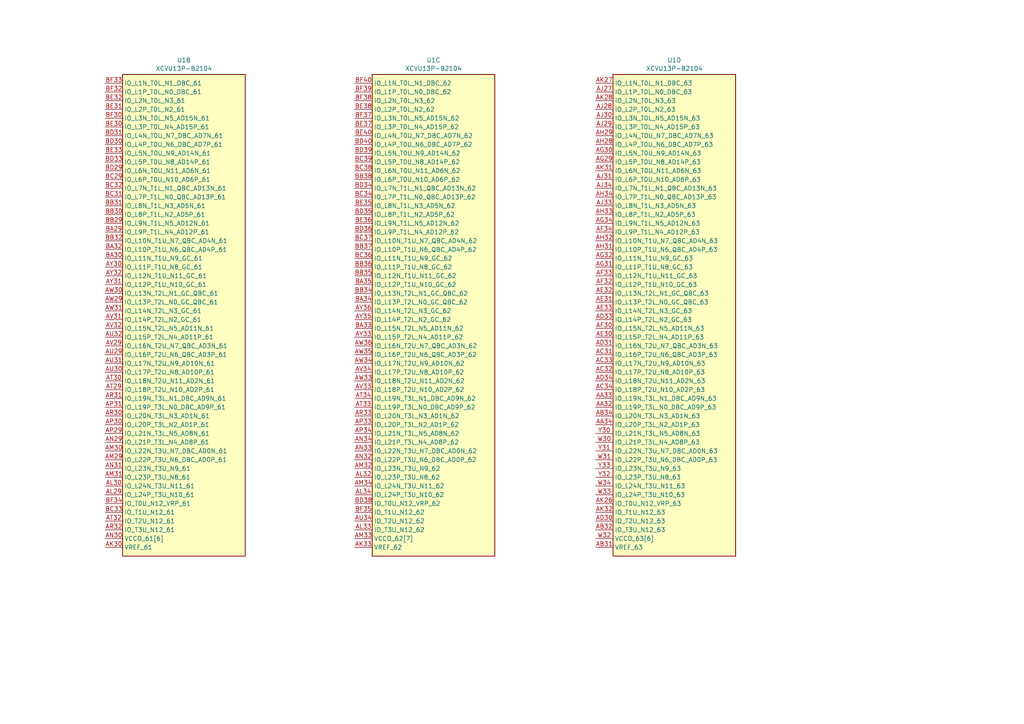
<source format=kicad_sch>
(kicad_sch (version 20231120) (generator "eeschema") (generator_version "8.0")
  (paper "A4")
  (lib_symbols
    (symbol "CHIPSAlliance_FPGA_Xilinx_Virtex_UltraScale_Plus:XCVU13P-B2104"
      (property "Reference" "U" (at -6.35 6.35 0))
      (property "Value" "XCVU13P-B2104" (at -6.35 3.81 0))
      (symbol "XCVU13P-B2104_1_1"
        (pin input line (at 0 -27.94 0) (length 5.08) (name "PUDC_B_0") (number "AA12"))
        (pin bidirectional line (at 0 -12.7 0) (length 5.08) (name "DONE_0") (number "AC12"))
        (pin output line (at 0 -38.1 0) (length 5.08) (name "TDO_0") (number "AC13"))
        (pin power_in line (at 0 -43.18 0) (length 5.08) (name "VCCO_0[2]") (number "AD13"))
        (pin input line (at 0 -25.4 0) (length 5.08) (name "PROGRAM_B_0") (number "AE12"))
        (pin input line (at 0 -33.02 0) (length 5.08) (name "TCK_0") (number "AE13"))
        (pin input line (at 0 -35.56 0) (length 5.08) (name "TDI_0") (number "AE15"))
        (pin passive line (at 0 -43.18 0) (length 5.08) hide (name "VCCO_0[2]") (number "AF13"))
        (pin bidirectional line (at 0 -30.48 0) (length 5.08) (name "RDWR_FCS_B_0") (number "AG12"))
        (pin bidirectional line (at 0 0 0) (length 5.08) (name "CCLK_0") (number "AG13"))
        (pin input line (at 0 -40.64 0) (length 5.08) (name "TMS_0") (number "AG15"))
        (pin bidirectional line (at 0 -10.16 0) (length 5.08) (name "D03_0") (number "AH12"))
        (pin bidirectional line (at 0 -5.08 0) (length 5.08) (name "D01_DIN_0") (number "AJ12"))
        (pin bidirectional line (at 0 -2.54 0) (length 5.08) (name "D00_MOSI_0") (number "AK12"))
        (pin bidirectional line (at 0 -7.62 0) (length 5.08) (name "D02_0") (number "AL12"))
        (pin input line (at 0 -22.86 0) (length 5.08) (name "M2_0") (number "R12"))
        (pin input line (at 0 -20.32 0) (length 5.08) (name "M1_0") (number "U12"))
        (pin input line (at 0 -17.78 0) (length 5.08) (name "M0_0") (number "V12"))
        (pin bidirectional line (at 0 -15.24 0) (length 5.08) (name "INIT_B_0") (number "Y12"))
      )
      (symbol "XCVU13P-B2104_2_1"
        (pin input line (at 0 -134.62 0) (length 5.08) (name "VREF_61") (number "AK30"))
        (pin bidirectional line (at 0 -119.38 0) (length 5.08) (name "IO_L24P_T3U_N10_61") (number "AL29"))
        (pin bidirectional line (at 0 -116.84 0) (length 5.08) (name "IO_L24N_T3U_N11_61") (number "AL30"))
        (pin bidirectional line (at 0 -109.22 0) (length 5.08) (name "IO_L22P_T3U_N6_DBC_AD0P_61") (number "AM29"))
        (pin bidirectional line (at 0 -106.68 0) (length 5.08) (name "IO_L22N_T3U_N7_DBC_AD0N_61") (number "AM30"))
        (pin bidirectional line (at 0 -114.3 0) (length 5.08) (name "IO_L23P_T3U_N8_61") (number "AM31"))
        (pin bidirectional line (at 0 -104.14 0) (length 5.08) (name "IO_L21P_T3L_N4_AD8P_61") (number "AN29"))
        (pin power_in line (at 0 -132.08 0) (length 5.08) (name "VCCO_61[6]") (number "AN30"))
        (pin bidirectional line (at 0 -111.76 0) (length 5.08) (name "IO_L23N_T3U_N9_61") (number "AN31"))
        (pin bidirectional line (at 0 -101.6 0) (length 5.08) (name "IO_L21N_T3L_N5_AD8N_61") (number "AP29"))
        (pin bidirectional line (at 0 -99.06 0) (length 5.08) (name "IO_L20P_T3L_N2_AD1P_61") (number "AP30"))
        (pin bidirectional line (at 0 -93.98 0) (length 5.08) (name "IO_L19P_T3L_N0_DBC_AD9P_61") (number "AP31"))
        (pin bidirectional line (at 0 -96.52 0) (length 5.08) (name "IO_L20N_T3L_N3_AD1N_61") (number "AR30"))
        (pin bidirectional line (at 0 -91.44 0) (length 5.08) (name "IO_L19N_T3L_N1_DBC_AD9N_61") (number "AR31"))
        (pin bidirectional line (at 0 -129.54 0) (length 5.08) (name "IO_T3U_N12_61") (number "AR32"))
        (pin bidirectional line (at 0 -88.9 0) (length 5.08) (name "IO_L18P_T2U_N10_AD2P_61") (number "AT29"))
        (pin bidirectional line (at 0 -86.36 0) (length 5.08) (name "IO_L18N_T2U_N11_AD2N_61") (number "AT30"))
        (pin passive line (at 0 -132.08 0) (length 5.08) hide (name "VCCO_61[6]") (number "AT31"))
        (pin bidirectional line (at 0 -127 0) (length 5.08) (name "IO_T2U_N12_61") (number "AT32"))
        (pin bidirectional line (at 0 -78.74 0) (length 5.08) (name "IO_L16P_T2U_N6_QBC_AD3P_61") (number "AU29"))
        (pin bidirectional line (at 0 -83.82 0) (length 5.08) (name "IO_L17P_T2U_N8_AD10P_61") (number "AU30"))
        (pin bidirectional line (at 0 -81.28 0) (length 5.08) (name "IO_L17N_T2U_N9_AD10N_61") (number "AU31"))
        (pin bidirectional line (at 0 -73.66 0) (length 5.08) (name "IO_L15P_T2L_N4_AD11P_61") (number "AU32"))
        (pin bidirectional line (at 0 -76.2 0) (length 5.08) (name "IO_L16N_T2U_N7_QBC_AD3N_61") (number "AV29"))
        (pin bidirectional line (at 0 -68.58 0) (length 5.08) (name "IO_L14P_T2L_N2_GC_61") (number "AV31"))
        (pin bidirectional line (at 0 -71.12 0) (length 5.08) (name "IO_L15N_T2L_N5_AD11N_61") (number "AV32"))
        (pin bidirectional line (at 0 -63.5 0) (length 5.08) (name "IO_L13P_T2L_N0_GC_QBC_61") (number "AW29"))
        (pin bidirectional line (at 0 -60.96 0) (length 5.08) (name "IO_L13N_T2L_N1_GC_QBC_61") (number "AW30"))
        (pin bidirectional line (at 0 -66.04 0) (length 5.08) (name "IO_L14N_T2L_N3_GC_61") (number "AW31"))
        (pin passive line (at 0 -132.08 0) (length 5.08) hide (name "VCCO_61[6]") (number "AW32"))
        (pin passive line (at 0 -132.08 0) (length 5.08) hide (name "VCCO_61[6]") (number "AY29"))
        (pin bidirectional line (at 0 -53.34 0) (length 5.08) (name "IO_L11P_T1U_N8_GC_61") (number "AY30"))
        (pin bidirectional line (at 0 -58.42 0) (length 5.08) (name "IO_L12P_T1U_N10_GC_61") (number "AY31"))
        (pin bidirectional line (at 0 -55.88 0) (length 5.08) (name "IO_L12N_T1U_N11_GC_61") (number "AY32"))
        (pin bidirectional line (at 0 -43.18 0) (length 5.08) (name "IO_L9P_T1L_N4_AD12P_61") (number "BA29"))
        (pin bidirectional line (at 0 -50.8 0) (length 5.08) (name "IO_L11N_T1U_N9_GC_61") (number "BA30"))
        (pin bidirectional line (at 0 -48.26 0) (length 5.08) (name "IO_L10P_T1U_N6_QBC_AD4P_61") (number "BA32"))
        (pin bidirectional line (at 0 -40.64 0) (length 5.08) (name "IO_L9N_T1L_N5_AD12N_61") (number "BB29"))
        (pin bidirectional line (at 0 -38.1 0) (length 5.08) (name "IO_L8P_T1L_N2_AD5P_61") (number "BB30"))
        (pin bidirectional line (at 0 -35.56 0) (length 5.08) (name "IO_L8N_T1L_N3_AD5N_61") (number "BB31"))
        (pin bidirectional line (at 0 -45.72 0) (length 5.08) (name "IO_L10N_T1U_N7_QBC_AD4N_61") (number "BB32"))
        (pin bidirectional line (at 0 -27.94 0) (length 5.08) (name "IO_L6P_T0U_N10_AD6P_61") (number "BC29"))
        (pin passive line (at 0 -132.08 0) (length 5.08) hide (name "VCCO_61[6]") (number "BC30"))
        (pin bidirectional line (at 0 -33.02 0) (length 5.08) (name "IO_L7P_T1L_N0_QBC_AD13P_61") (number "BC31"))
        (pin bidirectional line (at 0 -30.48 0) (length 5.08) (name "IO_L7N_T1L_N1_QBC_AD13N_61") (number "BC32"))
        (pin bidirectional line (at 0 -124.46 0) (length 5.08) (name "IO_T1U_N12_61") (number "BC33"))
        (pin bidirectional line (at 0 -25.4 0) (length 5.08) (name "IO_L6N_T0U_N11_AD6N_61") (number "BD29"))
        (pin bidirectional line (at 0 -17.78 0) (length 5.08) (name "IO_L4P_T0U_N6_DBC_AD7P_61") (number "BD30"))
        (pin bidirectional line (at 0 -15.24 0) (length 5.08) (name "IO_L4N_T0U_N7_DBC_AD7N_61") (number "BD31"))
        (pin bidirectional line (at 0 -22.86 0) (length 5.08) (name "IO_L5P_T0U_N8_AD14P_61") (number "BD33"))
        (pin bidirectional line (at 0 -12.7 0) (length 5.08) (name "IO_L3P_T0L_N4_AD15P_61") (number "BE30"))
        (pin bidirectional line (at 0 -7.62 0) (length 5.08) (name "IO_L2P_T0L_N2_61") (number "BE31"))
        (pin bidirectional line (at 0 -5.08 0) (length 5.08) (name "IO_L2N_T0L_N3_61") (number "BE32"))
        (pin bidirectional line (at 0 -20.32 0) (length 5.08) (name "IO_L5N_T0U_N9_AD14N_61") (number "BE33"))
        (pin bidirectional line (at 0 -10.16 0) (length 5.08) (name "IO_L3N_T0L_N5_AD15N_61") (number "BF30"))
        (pin passive line (at 0 -132.08 0) (length 5.08) hide (name "VCCO_61[6]") (number "BF31"))
        (pin bidirectional line (at 0 -2.54 0) (length 5.08) (name "IO_L1P_T0L_N0_DBC_61") (number "BF32"))
        (pin bidirectional line (at 0 0 0) (length 5.08) (name "IO_L1N_T0L_N1_DBC_61") (number "BF33"))
        (pin bidirectional line (at 0 -121.92 0) (length 5.08) (name "IO_T0U_N12_VRP_61") (number "BF34"))
      )
      (symbol "XCVU13P-B2104_3_1"
        (pin input line (at 0 -134.62 0) (length 5.08) (name "VREF_62") (number "AK33"))
        (pin bidirectional line (at 0 -114.3 0) (length 5.08) (name "IO_L23P_T3U_N8_62") (number "AL32"))
        (pin bidirectional line (at 0 -129.54 0) (length 5.08) (name "IO_T3U_N12_62") (number "AL33"))
        (pin bidirectional line (at 0 -119.38 0) (length 5.08) (name "IO_L24P_T3U_N10_62") (number "AL34"))
        (pin bidirectional line (at 0 -111.76 0) (length 5.08) (name "IO_L23N_T3U_N9_62") (number "AM32"))
        (pin power_in line (at 0 -132.08 0) (length 5.08) (name "VCCO_62[7]") (number "AM33"))
        (pin bidirectional line (at 0 -116.84 0) (length 5.08) (name "IO_L24N_T3U_N11_62") (number "AM34"))
        (pin bidirectional line (at 0 -109.22 0) (length 5.08) (name "IO_L22P_T3U_N6_DBC_AD0P_62") (number "AN32"))
        (pin bidirectional line (at 0 -106.68 0) (length 5.08) (name "IO_L22N_T3U_N7_DBC_AD0N_62") (number "AN33"))
        (pin bidirectional line (at 0 -104.14 0) (length 5.08) (name "IO_L21P_T3L_N4_AD8P_62") (number "AN34"))
        (pin bidirectional line (at 0 -99.06 0) (length 5.08) (name "IO_L20P_T3L_N2_AD1P_62") (number "AP33"))
        (pin bidirectional line (at 0 -101.6 0) (length 5.08) (name "IO_L21N_T3L_N5_AD8N_62") (number "AP34"))
        (pin bidirectional line (at 0 -96.52 0) (length 5.08) (name "IO_L20N_T3L_N3_AD1N_62") (number "AR33"))
        (pin passive line (at 0 -132.08 0) (length 5.08) hide (name "VCCO_62[7]") (number "AR34"))
        (pin bidirectional line (at 0 -93.98 0) (length 5.08) (name "IO_L19P_T3L_N0_DBC_AD9P_62") (number "AT33"))
        (pin bidirectional line (at 0 -91.44 0) (length 5.08) (name "IO_L19N_T3L_N1_DBC_AD9N_62") (number "AT34"))
        (pin bidirectional line (at 0 -127 0) (length 5.08) (name "IO_T2U_N12_62") (number "AU34"))
        (pin bidirectional line (at 0 -88.9 0) (length 5.08) (name "IO_L18P_T2U_N10_AD2P_62") (number "AV33"))
        (pin bidirectional line (at 0 -83.82 0) (length 5.08) (name "IO_L17P_T2U_N8_AD10P_62") (number "AV34"))
        (pin bidirectional line (at 0 -86.36 0) (length 5.08) (name "IO_L18N_T2U_N11_AD2N_62") (number "AW33"))
        (pin bidirectional line (at 0 -81.28 0) (length 5.08) (name "IO_L17N_T2U_N9_AD10N_62") (number "AW34"))
        (pin bidirectional line (at 0 -78.74 0) (length 5.08) (name "IO_L16P_T2U_N6_QBC_AD3P_62") (number "AW35"))
        (pin bidirectional line (at 0 -76.2 0) (length 5.08) (name "IO_L16N_T2U_N7_QBC_AD3N_62") (number "AW36"))
        (pin bidirectional line (at 0 -73.66 0) (length 5.08) (name "IO_L15P_T2L_N4_AD11P_62") (number "AY33"))
        (pin bidirectional line (at 0 -68.58 0) (length 5.08) (name "IO_L14P_T2L_N2_GC_62") (number "AY35"))
        (pin bidirectional line (at 0 -66.04 0) (length 5.08) (name "IO_L14N_T2L_N3_GC_62") (number "AY36"))
        (pin bidirectional line (at 0 -71.12 0) (length 5.08) (name "IO_L15N_T2L_N5_AD11N_62") (number "BA33"))
        (pin bidirectional line (at 0 -63.5 0) (length 5.08) (name "IO_L13P_T2L_N0_GC_QBC_62") (number "BA34"))
        (pin bidirectional line (at 0 -58.42 0) (length 5.08) (name "IO_L12P_T1U_N10_GC_62") (number "BA35"))
        (pin passive line (at 0 -132.08 0) (length 5.08) hide (name "VCCO_62[7]") (number "BA36"))
        (pin passive line (at 0 -132.08 0) (length 5.08) hide (name "VCCO_62[7]") (number "BB33"))
        (pin bidirectional line (at 0 -60.96 0) (length 5.08) (name "IO_L13N_T2L_N1_GC_QBC_62") (number "BB34"))
        (pin bidirectional line (at 0 -55.88 0) (length 5.08) (name "IO_L12N_T1U_N11_GC_62") (number "BB35"))
        (pin bidirectional line (at 0 -53.34 0) (length 5.08) (name "IO_L11P_T1U_N8_GC_62") (number "BB36"))
        (pin bidirectional line (at 0 -48.26 0) (length 5.08) (name "IO_L10P_T1U_N6_QBC_AD4P_62") (number "BB37"))
        (pin bidirectional line (at 0 -27.94 0) (length 5.08) (name "IO_L6P_T0U_N10_AD6P_62") (number "BB38"))
        (pin bidirectional line (at 0 -33.02 0) (length 5.08) (name "IO_L7P_T1L_N0_QBC_AD13P_62") (number "BC34"))
        (pin bidirectional line (at 0 -50.8 0) (length 5.08) (name "IO_L11N_T1U_N9_GC_62") (number "BC36"))
        (pin bidirectional line (at 0 -45.72 0) (length 5.08) (name "IO_L10N_T1U_N7_QBC_AD4N_62") (number "BC37"))
        (pin bidirectional line (at 0 -25.4 0) (length 5.08) (name "IO_L6N_T0U_N11_AD6N_62") (number "BC38"))
        (pin bidirectional line (at 0 -22.86 0) (length 5.08) (name "IO_L5P_T0U_N8_AD14P_62") (number "BC39"))
        (pin passive line (at 0 -132.08 0) (length 5.08) hide (name "VCCO_62[7]") (number "BC40"))
        (pin bidirectional line (at 0 -30.48 0) (length 5.08) (name "IO_L7N_T1L_N1_QBC_AD13N_62") (number "BD34"))
        (pin bidirectional line (at 0 -38.1 0) (length 5.08) (name "IO_L8P_T1L_N2_AD5P_62") (number "BD35"))
        (pin bidirectional line (at 0 -43.18 0) (length 5.08) (name "IO_L9P_T1L_N4_AD12P_62") (number "BD36"))
        (pin passive line (at 0 -132.08 0) (length 5.08) hide (name "VCCO_62[7]") (number "BD37"))
        (pin bidirectional line (at 0 -121.92 0) (length 5.08) (name "IO_T0U_N12_VRP_62") (number "BD38"))
        (pin bidirectional line (at 0 -20.32 0) (length 5.08) (name "IO_L5N_T0U_N9_AD14N_62") (number "BD39"))
        (pin bidirectional line (at 0 -17.78 0) (length 5.08) (name "IO_L4P_T0U_N6_DBC_AD7P_62") (number "BD40"))
        (pin passive line (at 0 -132.08 0) (length 5.08) hide (name "VCCO_62[7]") (number "BE34"))
        (pin bidirectional line (at 0 -35.56 0) (length 5.08) (name "IO_L8N_T1L_N3_AD5N_62") (number "BE35"))
        (pin bidirectional line (at 0 -40.64 0) (length 5.08) (name "IO_L9N_T1L_N5_AD12N_62") (number "BE36"))
        (pin bidirectional line (at 0 -12.7 0) (length 5.08) (name "IO_L3P_T0L_N4_AD15P_62") (number "BE37"))
        (pin bidirectional line (at 0 -7.62 0) (length 5.08) (name "IO_L2P_T0L_N2_62") (number "BE38"))
        (pin bidirectional line (at 0 -15.24 0) (length 5.08) (name "IO_L4N_T0U_N7_DBC_AD7N_62") (number "BE40"))
        (pin bidirectional line (at 0 -124.46 0) (length 5.08) (name "IO_T1U_N12_62") (number "BF35"))
        (pin bidirectional line (at 0 -10.16 0) (length 5.08) (name "IO_L3N_T0L_N5_AD15N_62") (number "BF37"))
        (pin bidirectional line (at 0 -5.08 0) (length 5.08) (name "IO_L2N_T0L_N3_62") (number "BF38"))
        (pin bidirectional line (at 0 -2.54 0) (length 5.08) (name "IO_L1P_T0L_N0_DBC_62") (number "BF39"))
        (pin bidirectional line (at 0 0 0) (length 5.08) (name "IO_L1N_T0L_N1_DBC_62") (number "BF40"))
      )
      (symbol "XCVU13P-B2104_4_1"
        (pin bidirectional line (at 0 -93.98 0) (length 5.08) (name "IO_L19P_T3L_N0_DBC_AD9P_63") (number "AA32"))
        (pin bidirectional line (at 0 -91.44 0) (length 5.08) (name "IO_L19N_T3L_N1_DBC_AD9N_63") (number "AA33"))
        (pin bidirectional line (at 0 -99.06 0) (length 5.08) (name "IO_L20P_T3L_N2_AD1P_63") (number "AA34"))
        (pin input line (at 0 -134.62 0) (length 5.08) (name "VREF_63") (number "AB31"))
        (pin bidirectional line (at 0 -129.54 0) (length 5.08) (name "IO_T3U_N12_63") (number "AB32"))
        (pin passive line (at 0 -132.08 0) (length 5.08) hide (name "VCCO_63[6]") (number "AB33"))
        (pin bidirectional line (at 0 -96.52 0) (length 5.08) (name "IO_L20N_T3L_N3_AD1N_63") (number "AB34"))
        (pin bidirectional line (at 0 -78.74 0) (length 5.08) (name "IO_L16P_T2U_N6_QBC_AD3P_63") (number "AC31"))
        (pin bidirectional line (at 0 -83.82 0) (length 5.08) (name "IO_L17P_T2U_N8_AD10P_63") (number "AC32"))
        (pin bidirectional line (at 0 -81.28 0) (length 5.08) (name "IO_L17N_T2U_N9_AD10N_63") (number "AC33"))
        (pin bidirectional line (at 0 -88.9 0) (length 5.08) (name "IO_L18P_T2U_N10_AD2P_63") (number "AC34"))
        (pin bidirectional line (at 0 -127 0) (length 5.08) (name "IO_T2U_N12_63") (number "AD30"))
        (pin bidirectional line (at 0 -76.2 0) (length 5.08) (name "IO_L16N_T2U_N7_QBC_AD3N_63") (number "AD31"))
        (pin bidirectional line (at 0 -68.58 0) (length 5.08) (name "IO_L14P_T2L_N2_GC_63") (number "AD33"))
        (pin bidirectional line (at 0 -86.36 0) (length 5.08) (name "IO_L18N_T2U_N11_AD2N_63") (number "AD34"))
        (pin bidirectional line (at 0 -73.66 0) (length 5.08) (name "IO_L15P_T2L_N4_AD11P_63") (number "AE30"))
        (pin bidirectional line (at 0 -63.5 0) (length 5.08) (name "IO_L13P_T2L_N0_GC_QBC_63") (number "AE31"))
        (pin bidirectional line (at 0 -60.96 0) (length 5.08) (name "IO_L13N_T2L_N1_GC_QBC_63") (number "AE32"))
        (pin bidirectional line (at 0 -66.04 0) (length 5.08) (name "IO_L14N_T2L_N3_GC_63") (number "AE33"))
        (pin passive line (at 0 -132.08 0) (length 5.08) hide (name "VCCO_63[6]") (number "AE34"))
        (pin bidirectional line (at 0 -71.12 0) (length 5.08) (name "IO_L15N_T2L_N5_AD11N_63") (number "AF30"))
        (pin passive line (at 0 -132.08 0) (length 5.08) hide (name "VCCO_63[6]") (number "AF31"))
        (pin bidirectional line (at 0 -58.42 0) (length 5.08) (name "IO_L12P_T1U_N10_GC_63") (number "AF32"))
        (pin bidirectional line (at 0 -55.88 0) (length 5.08) (name "IO_L12N_T1U_N11_GC_63") (number "AF33"))
        (pin bidirectional line (at 0 -43.18 0) (length 5.08) (name "IO_L9P_T1L_N4_AD12P_63") (number "AF34"))
        (pin bidirectional line (at 0 -22.86 0) (length 5.08) (name "IO_L5P_T0U_N8_AD14P_63") (number "AG29"))
        (pin bidirectional line (at 0 -20.32 0) (length 5.08) (name "IO_L5N_T0U_N9_AD14N_63") (number "AG30"))
        (pin bidirectional line (at 0 -53.34 0) (length 5.08) (name "IO_L11P_T1U_N8_GC_63") (number "AG31"))
        (pin bidirectional line (at 0 -50.8 0) (length 5.08) (name "IO_L11N_T1U_N9_GC_63") (number "AG32"))
        (pin bidirectional line (at 0 -40.64 0) (length 5.08) (name "IO_L9N_T1L_N5_AD12N_63") (number "AG34"))
        (pin bidirectional line (at 0 -17.78 0) (length 5.08) (name "IO_L4P_T0U_N6_DBC_AD7P_63") (number "AH28"))
        (pin bidirectional line (at 0 -15.24 0) (length 5.08) (name "IO_L4N_T0U_N7_DBC_AD7N_63") (number "AH29"))
        (pin bidirectional line (at 0 -48.26 0) (length 5.08) (name "IO_L10P_T1U_N6_QBC_AD4P_63") (number "AH31"))
        (pin bidirectional line (at 0 -45.72 0) (length 5.08) (name "IO_L10N_T1U_N7_QBC_AD4N_63") (number "AH32"))
        (pin bidirectional line (at 0 -38.1 0) (length 5.08) (name "IO_L8P_T1L_N2_AD5P_63") (number "AH33"))
        (pin bidirectional line (at 0 -33.02 0) (length 5.08) (name "IO_L7P_T1L_N0_QBC_AD13P_63") (number "AH34"))
        (pin bidirectional line (at 0 -2.54 0) (length 5.08) (name "IO_L1P_T0L_N0_DBC_63") (number "AJ27"))
        (pin bidirectional line (at 0 -7.62 0) (length 5.08) (name "IO_L2P_T0L_N2_63") (number "AJ28"))
        (pin bidirectional line (at 0 -12.7 0) (length 5.08) (name "IO_L3P_T0L_N4_AD15P_63") (number "AJ29"))
        (pin bidirectional line (at 0 -10.16 0) (length 5.08) (name "IO_L3N_T0L_N5_AD15N_63") (number "AJ30"))
        (pin bidirectional line (at 0 -27.94 0) (length 5.08) (name "IO_L6P_T0U_N10_AD6P_63") (number "AJ31"))
        (pin passive line (at 0 -132.08 0) (length 5.08) hide (name "VCCO_63[6]") (number "AJ32"))
        (pin bidirectional line (at 0 -35.56 0) (length 5.08) (name "IO_L8N_T1L_N3_AD5N_63") (number "AJ33"))
        (pin bidirectional line (at 0 -30.48 0) (length 5.08) (name "IO_L7N_T1L_N1_QBC_AD13N_63") (number "AJ34"))
        (pin bidirectional line (at 0 -121.92 0) (length 5.08) (name "IO_T0U_N12_VRP_63") (number "AK26"))
        (pin bidirectional line (at 0 0 0) (length 5.08) (name "IO_L1N_T0L_N1_DBC_63") (number "AK27"))
        (pin bidirectional line (at 0 -5.08 0) (length 5.08) (name "IO_L2N_T0L_N3_63") (number "AK28"))
        (pin passive line (at 0 -132.08 0) (length 5.08) hide (name "VCCO_63[6]") (number "AK29"))
        (pin bidirectional line (at 0 -25.4 0) (length 5.08) (name "IO_L6N_T0U_N11_AD6N_63") (number "AK31"))
        (pin bidirectional line (at 0 -124.46 0) (length 5.08) (name "IO_T1U_N12_63") (number "AK32"))
        (pin bidirectional line (at 0 -104.14 0) (length 5.08) (name "IO_L21P_T3L_N4_AD8P_63") (number "W30"))
        (pin bidirectional line (at 0 -109.22 0) (length 5.08) (name "IO_L22P_T3U_N6_DBC_AD0P_63") (number "W31"))
        (pin power_in line (at 0 -132.08 0) (length 5.08) (name "VCCO_63[6]") (number "W32"))
        (pin bidirectional line (at 0 -119.38 0) (length 5.08) (name "IO_L24P_T3U_N10_63") (number "W33"))
        (pin bidirectional line (at 0 -116.84 0) (length 5.08) (name "IO_L24N_T3U_N11_63") (number "W34"))
        (pin bidirectional line (at 0 -101.6 0) (length 5.08) (name "IO_L21N_T3L_N5_AD8N_63") (number "Y30"))
        (pin bidirectional line (at 0 -106.68 0) (length 5.08) (name "IO_L22N_T3U_N7_DBC_AD0N_63") (number "Y31"))
        (pin bidirectional line (at 0 -114.3 0) (length 5.08) (name "IO_L23P_T3U_N8_63") (number "Y32"))
        (pin bidirectional line (at 0 -111.76 0) (length 5.08) (name "IO_L23N_T3U_N9_63") (number "Y33"))
      )
      (symbol "XCVU13P-B2104_5_1"
        (pin bidirectional line (at 0 -119.38 0) (length 5.08) (name "IO_L24P_T3U_N10_64") (number "AL21"))
        (pin bidirectional line (at 0 -114.3 0) (length 5.08) (name "IO_L23P_T3U_N8_64") (number "AL22"))
        (pin input line (at 0 -134.62 0) (length 5.08) (name "VREF_64") (number "AL23"))
        (pin bidirectional line (at 0 -109.22 0) (length 5.08) (name "IO_L22P_T3U_N6_DBC_AD0P_64") (number "AL24"))
        (pin bidirectional line (at 0 -116.84 0) (length 5.08) (name "IO_L24N_T3U_N11_64") (number "AM21"))
        (pin bidirectional line (at 0 -111.76 0) (length 5.08) (name "IO_L23N_T3U_N9_64") (number "AM22"))
        (pin power_in line (at 0 -132.08 0) (length 5.08) (name "VCCO_64[8]") (number "AM23"))
        (pin bidirectional line (at 0 -106.68 0) (length 5.08) (name "IO_L22N_T3U_N7_DBC_AD0N_64") (number "AM24"))
        (pin bidirectional line (at 0 -91.44 0) (length 5.08) (name "IO_L19N_T3L_N1_DBC_AD9N_64") (number "AN21"))
        (pin bidirectional line (at 0 -93.98 0) (length 5.08) (name "IO_L19P_T3L_N0_DBC_AD9P_64") (number "AN22"))
        (pin bidirectional line (at 0 -99.06 0) (length 5.08) (name "IO_L20P_T3L_N2_AD1P_64") (number "AN23"))
        (pin bidirectional line (at 0 -104.14 0) (length 5.08) (name "IO_L21P_T3L_N4_AD8P_64") (number "AN24"))
        (pin bidirectional line (at 0 -129.54 0) (length 5.08) (name "IO_T3U_N12_64") (number "AP21"))
        (pin bidirectional line (at 0 -96.52 0) (length 5.08) (name "IO_L20N_T3L_N3_AD1N_64") (number "AP23"))
        (pin bidirectional line (at 0 -101.6 0) (length 5.08) (name "IO_L21N_T3L_N5_AD8N_64") (number "AP24"))
        (pin bidirectional line (at 0 -127 0) (length 5.08) (name "IO_T2U_N12_64") (number "AR21"))
        (pin bidirectional line (at 0 -78.74 0) (length 5.08) (name "IO_L16P_T2U_N6_QBC_AD3P_64") (number "AR22"))
        (pin bidirectional line (at 0 -83.82 0) (length 5.08) (name "IO_L17P_T2U_N8_AD10P_64") (number "AR23"))
        (pin passive line (at 0 -132.08 0) (length 5.08) hide (name "VCCO_64[8]") (number "AR24"))
        (pin passive line (at 0 -132.08 0) (length 5.08) hide (name "VCCO_64[8]") (number "AT21"))
        (pin bidirectional line (at 0 -76.2 0) (length 5.08) (name "IO_L16N_T2U_N7_QBC_AD3N_64") (number "AT22"))
        (pin bidirectional line (at 0 -81.28 0) (length 5.08) (name "IO_L17N_T2U_N9_AD10N_64") (number "AT23"))
        (pin bidirectional line (at 0 -88.9 0) (length 5.08) (name "IO_L18P_T2U_N10_AD2P_64") (number "AT24"))
        (pin bidirectional line (at 0 -73.66 0) (length 5.08) (name "IO_L15P_T2L_N4_AD11P_64") (number "AU22"))
        (pin bidirectional line (at 0 -86.36 0) (length 5.08) (name "IO_L18N_T2U_N11_AD2N_64") (number "AU24"))
        (pin bidirectional line (at 0 -71.12 0) (length 5.08) (name "IO_L15N_T2L_N5_AD11N_64") (number "AV22"))
        (pin bidirectional line (at 0 -63.5 0) (length 5.08) (name "IO_L13P_T2L_N0_GC_QBC_64") (number "AV23"))
        (pin bidirectional line (at 0 -68.58 0) (length 5.08) (name "IO_L14P_T2L_N2_GC_64") (number "AV24"))
        (pin passive line (at 0 -132.08 0) (length 5.08) hide (name "VCCO_64[8]") (number "AW22"))
        (pin bidirectional line (at 0 -60.96 0) (length 5.08) (name "IO_L13N_T2L_N1_GC_QBC_64") (number "AW23"))
        (pin bidirectional line (at 0 -66.04 0) (length 5.08) (name "IO_L14N_T2L_N3_GC_64") (number "AW24"))
        (pin bidirectional line (at 0 -53.34 0) (length 5.08) (name "IO_L11P_T1U_N8_GC_64") (number "AY22"))
        (pin bidirectional line (at 0 -58.42 0) (length 5.08) (name "IO_L12P_T1U_N10_GC_64") (number "AY23"))
        (pin bidirectional line (at 0 -33.02 0) (length 5.08) (name "IO_L7P_T1L_N0_QBC_AD13P_64") (number "BA20"))
        (pin bidirectional line (at 0 -50.8 0) (length 5.08) (name "IO_L11N_T1U_N9_GC_64") (number "BA22"))
        (pin bidirectional line (at 0 -55.88 0) (length 5.08) (name "IO_L12N_T1U_N11_GC_64") (number "BA23"))
        (pin bidirectional line (at 0 -48.26 0) (length 5.08) (name "IO_L10P_T1U_N6_QBC_AD4P_64") (number "BA24"))
        (pin bidirectional line (at 0 -30.48 0) (length 5.08) (name "IO_L7N_T1L_N1_QBC_AD13N_64") (number "BB20"))
        (pin bidirectional line (at 0 -38.1 0) (length 5.08) (name "IO_L8P_T1L_N2_AD5P_64") (number "BB21"))
        (pin bidirectional line (at 0 -43.18 0) (length 5.08) (name "IO_L9P_T1L_N4_AD12P_64") (number "BB22"))
        (pin passive line (at 0 -132.08 0) (length 5.08) hide (name "VCCO_64[8]") (number "BB23"))
        (pin bidirectional line (at 0 -45.72 0) (length 5.08) (name "IO_L10N_T1U_N7_QBC_AD4N_64") (number "BB24"))
        (pin passive line (at 0 -132.08 0) (length 5.08) hide (name "VCCO_64[8]") (number "BC20"))
        (pin bidirectional line (at 0 -35.56 0) (length 5.08) (name "IO_L8N_T1L_N3_AD5N_64") (number "BC21"))
        (pin bidirectional line (at 0 -40.64 0) (length 5.08) (name "IO_L9N_T1L_N5_AD12N_64") (number "BC22"))
        (pin bidirectional line (at 0 -124.46 0) (length 5.08) (name "IO_T1U_N12_64") (number "BC23"))
        (pin bidirectional line (at 0 -12.7 0) (length 5.08) (name "IO_L3P_T0L_N4_AD15P_64") (number "BC24"))
        (pin bidirectional line (at 0 -27.94 0) (length 5.08) (name "IO_L6P_T0U_N10_AD6P_64") (number "BD20"))
        (pin bidirectional line (at 0 -22.86 0) (length 5.08) (name "IO_L5P_T0U_N8_AD14P_64") (number "BD21"))
        (pin bidirectional line (at 0 -7.62 0) (length 5.08) (name "IO_L2P_T0L_N2_64") (number "BD23"))
        (pin bidirectional line (at 0 -10.16 0) (length 5.08) (name "IO_L3N_T0L_N5_AD15N_64") (number "BD24"))
        (pin bidirectional line (at 0 -25.4 0) (length 5.08) (name "IO_L6N_T0U_N11_AD6N_64") (number "BE20"))
        (pin bidirectional line (at 0 -20.32 0) (length 5.08) (name "IO_L5N_T0U_N9_AD14N_64") (number "BE21"))
        (pin bidirectional line (at 0 -17.78 0) (length 5.08) (name "IO_L4P_T0U_N6_DBC_AD7P_64") (number "BE22"))
        (pin bidirectional line (at 0 -5.08 0) (length 5.08) (name "IO_L2N_T0L_N3_64") (number "BE23"))
        (pin passive line (at 0 -132.08 0) (length 5.08) hide (name "VCCO_64[8]") (number "BE24"))
        (pin bidirectional line (at 0 -121.92 0) (length 5.08) (name "IO_T0U_N12_VRP_64") (number "BF20"))
        (pin passive line (at 0 -132.08 0) (length 5.08) hide (name "VCCO_64[8]") (number "BF21"))
        (pin bidirectional line (at 0 -15.24 0) (length 5.08) (name "IO_L4N_T0U_N7_DBC_AD7N_64") (number "BF22"))
        (pin bidirectional line (at 0 0 0) (length 5.08) (name "IO_L1N_T0L_N1_DBC_64") (number "BF23"))
        (pin bidirectional line (at 0 -2.54 0) (length 5.08) (name "IO_L1P_T0L_N0_DBC_64") (number "BF24"))
      )
      (symbol "XCVU13P-B2104_6_1"
        (pin input line (at 0 -134.62 0) (length 5.08) (name "VREF_65") (number "AK25"))
        (pin bidirectional line (at 0 -104.14 0) (length 5.08) (name "IO_L21P_T3L_N4_AD8P_D06_65") (number "AL25"))
        (pin power_in line (at 0 -132.08 0) (length 5.08) (name "VCCO_65[6]") (number "AL26"))
        (pin bidirectional line (at 0 -119.38 0) (length 5.08) (name "IO_L24P_T3U_N10_EMCCLK_65") (number "AL27"))
        (pin bidirectional line (at 0 -116.84 0) (length 5.08) (name "IO_L24N_T3U_N11_DOUT_CSO_B_65") (number "AL28"))
        (pin bidirectional line (at 0 -101.6 0) (length 5.08) (name "IO_L21N_T3L_N5_AD8N_D07_65") (number "AM25"))
        (pin bidirectional line (at 0 -109.22 0) (length 5.08) (name "IO_L22P_T3U_N6_DBC_AD0P_D04_65") (number "AM26"))
        (pin bidirectional line (at 0 -114.3 0) (length 5.08) (name "IO_L23P_T3U_N8_I2C_SCLK_65") (number "AM27"))
        (pin bidirectional line (at 0 -106.68 0) (length 5.08) (name "IO_L22N_T3U_N7_DBC_AD0N_D05_65") (number "AN26"))
        (pin bidirectional line (at 0 -111.76 0) (length 5.08) (name "IO_L23N_T3U_N9_PERSTN1_I2C_SDA_65") (number "AN27"))
        (pin bidirectional line (at 0 -99.06 0) (length 5.08) (name "IO_L20P_T3L_N2_AD1P_D08_65") (number "AN28"))
        (pin bidirectional line (at 0 -93.98 0) (length 5.08) (name "IO_L19P_T3L_N0_DBC_AD9P_D10_65") (number "AP25"))
        (pin bidirectional line (at 0 -91.44 0) (length 5.08) (name "IO_L19N_T3L_N1_DBC_AD9N_D11_65") (number "AP26"))
        (pin passive line (at 0 -132.08 0) (length 5.08) hide (name "VCCO_65[6]") (number "AP27"))
        (pin bidirectional line (at 0 -96.52 0) (length 5.08) (name "IO_L20N_T3L_N3_AD1N_D09_65") (number "AP28"))
        (pin bidirectional line (at 0 -78.74 0) (length 5.08) (name "IO_L16P_T2U_N6_QBC_AD3P_A00_D16_65") (number "AR25"))
        (pin bidirectional line (at 0 -129.54 0) (length 5.08) (name "IO_T3U_N12_PERSTN0_65") (number "AR26"))
        (pin bidirectional line (at 0 -83.82 0) (length 5.08) (name "IO_L17P_T2U_N8_AD10P_D14_65") (number "AR27"))
        (pin bidirectional line (at 0 -88.9 0) (length 5.08) (name "IO_L18P_T2U_N10_AD2P_D12_65") (number "AR28"))
        (pin bidirectional line (at 0 -76.2 0) (length 5.08) (name "IO_L16N_T2U_N7_QBC_AD3N_A01_D17_65") (number "AT25"))
        (pin bidirectional line (at 0 -81.28 0) (length 5.08) (name "IO_L17N_T2U_N9_AD10N_D15_65") (number "AT27"))
        (pin bidirectional line (at 0 -86.36 0) (length 5.08) (name "IO_L18N_T2U_N11_AD2N_D13_65") (number "AT28"))
        (pin bidirectional line (at 0 -127 0) (length 5.08) (name "IO_T2U_N12_CSI_ADV_B_65") (number "AU25"))
        (pin bidirectional line (at 0 -73.66 0) (length 5.08) (name "IO_L15P_T2L_N4_AD11P_A02_D18_65") (number "AU26"))
        (pin bidirectional line (at 0 -71.12 0) (length 5.08) (name "IO_L15N_T2L_N5_AD11N_A03_D19_65") (number "AU27"))
        (pin passive line (at 0 -132.08 0) (length 5.08) hide (name "VCCO_65[6]") (number "AU28"))
        (pin passive line (at 0 -132.08 0) (length 5.08) hide (name "VCCO_65[6]") (number "AV25"))
        (pin bidirectional line (at 0 -63.5 0) (length 5.08) (name "IO_L13P_T2L_N0_GC_QBC_A06_D22_65") (number "AV26"))
        (pin bidirectional line (at 0 -68.58 0) (length 5.08) (name "IO_L14P_T2L_N2_GC_A04_D20_65") (number "AV27"))
        (pin bidirectional line (at 0 -66.04 0) (length 5.08) (name "IO_L14N_T2L_N3_GC_A05_D21_65") (number "AV28"))
        (pin bidirectional line (at 0 -48.26 0) (length 5.08) (name "IO_L10P_T1U_N6_QBC_AD4P_A12_D28_65") (number "AW25"))
        (pin bidirectional line (at 0 -60.96 0) (length 5.08) (name "IO_L13N_T2L_N1_GC_QBC_A07_D23_65") (number "AW26"))
        (pin bidirectional line (at 0 -58.42 0) (length 5.08) (name "IO_L12P_T1U_N10_GC_A08_D24_65") (number "AW28"))
        (pin bidirectional line (at 0 -45.72 0) (length 5.08) (name "IO_L10N_T1U_N7_QBC_AD4N_A13_D29_65") (number "AY25"))
        (pin bidirectional line (at 0 -53.34 0) (length 5.08) (name "IO_L11P_T1U_N8_GC_A10_D26_65") (number "AY26"))
        (pin bidirectional line (at 0 -50.8 0) (length 5.08) (name "IO_L11N_T1U_N9_GC_A11_D27_65") (number "AY27"))
        (pin bidirectional line (at 0 -55.88 0) (length 5.08) (name "IO_L12N_T1U_N11_GC_A09_D25_65") (number "AY28"))
        (pin bidirectional line (at 0 -33.02 0) (length 5.08) (name "IO_L7P_T1L_N0_QBC_AD13P_A18_65") (number "BA25"))
        (pin passive line (at 0 -132.08 0) (length 5.08) hide (name "VCCO_65[6]") (number "BA26"))
        (pin bidirectional line (at 0 -43.18 0) (length 5.08) (name "IO_L9P_T1L_N4_AD12P_A14_D30_65") (number "BA27"))
        (pin bidirectional line (at 0 -40.64 0) (length 5.08) (name "IO_L9N_T1L_N5_AD12N_A15_D31_65") (number "BA28"))
        (pin bidirectional line (at 0 -30.48 0) (length 5.08) (name "IO_L7N_T1L_N1_QBC_AD13N_A19_65") (number "BB25"))
        (pin bidirectional line (at 0 -38.1 0) (length 5.08) (name "IO_L8P_T1L_N2_AD5P_A16_65") (number "BB26"))
        (pin bidirectional line (at 0 -35.56 0) (length 5.08) (name "IO_L8N_T1L_N3_AD5N_A17_65") (number "BB27"))
        (pin bidirectional line (at 0 -27.94 0) (length 5.08) (name "IO_L6P_T0U_N10_AD6P_A20_65") (number "BC26"))
        (pin bidirectional line (at 0 -25.4 0) (length 5.08) (name "IO_L6N_T0U_N11_AD6N_A21_65") (number "BC27"))
        (pin bidirectional line (at 0 -124.46 0) (length 5.08) (name "IO_T1U_N12_SMBALERT_65") (number "BC28"))
        (pin bidirectional line (at 0 -121.92 0) (length 5.08) (name "IO_T0U_N12_VRP_A28_65") (number "BD25"))
        (pin bidirectional line (at 0 -17.78 0) (length 5.08) (name "IO_L4P_T0U_N6_DBC_AD7P_A24_65") (number "BD26"))
        (pin passive line (at 0 -132.08 0) (length 5.08) hide (name "VCCO_65[6]") (number "BD27"))
        (pin bidirectional line (at 0 -12.7 0) (length 5.08) (name "IO_L3P_T0L_N4_AD15P_A26_65") (number "BD28"))
        (pin bidirectional line (at 0 -22.86 0) (length 5.08) (name "IO_L5P_T0U_N8_AD14P_A22_65") (number "BE25"))
        (pin bidirectional line (at 0 -15.24 0) (length 5.08) (name "IO_L4N_T0U_N7_DBC_AD7N_A25_65") (number "BE26"))
        (pin bidirectional line (at 0 -7.62 0) (length 5.08) (name "IO_L2P_T0L_N2_FOE_B_65") (number "BE27"))
        (pin bidirectional line (at 0 -10.16 0) (length 5.08) (name "IO_L3N_T0L_N5_AD15N_A27_65") (number "BE28"))
        (pin bidirectional line (at 0 -20.32 0) (length 5.08) (name "IO_L5N_T0U_N9_AD14N_A23_65") (number "BF25"))
        (pin bidirectional line (at 0 -5.08 0) (length 5.08) (name "IO_L2N_T0L_N3_FWE_FCS2_B_65") (number "BF27"))
        (pin bidirectional line (at 0 -2.54 0) (length 5.08) (name "IO_L1P_T0L_N0_DBC_RS0_65") (number "BF28"))
        (pin bidirectional line (at 0 0 0) (length 5.08) (name "IO_L1N_T0L_N1_DBC_RS1_65") (number "BF29"))
      )
      (symbol "XCVU13P-B2104_7_1"
        (pin power_in line (at 0 -132.08 0) (length 5.08) (name "VCCO_66[6]") (number "AL16"))
        (pin bidirectional line (at 0 -109.22 0) (length 5.08) (name "IO_L22P_T3U_N6_DBC_AD0P_66") (number "AL17"))
        (pin input line (at 0 -134.62 0) (length 5.08) (name "VREF_66") (number "AL18"))
        (pin bidirectional line (at 0 -114.3 0) (length 5.08) (name "IO_L23P_T3U_N8_66") (number "AL19"))
        (pin bidirectional line (at 0 -119.38 0) (length 5.08) (name "IO_L24P_T3U_N10_66") (number "AL20"))
        (pin bidirectional line (at 0 -104.14 0) (length 5.08) (name "IO_L21P_T3L_N4_AD8P_66") (number "AM16"))
        (pin bidirectional line (at 0 -106.68 0) (length 5.08) (name "IO_L22N_T3U_N7_DBC_AD0N_66") (number "AM17"))
        (pin bidirectional line (at 0 -111.76 0) (length 5.08) (name "IO_L23N_T3U_N9_66") (number "AM19"))
        (pin bidirectional line (at 0 -116.84 0) (length 5.08) (name "IO_L24N_T3U_N11_66") (number "AM20"))
        (pin bidirectional line (at 0 -101.6 0) (length 5.08) (name "IO_L21N_T3L_N5_AD8N_66") (number "AN16"))
        (pin bidirectional line (at 0 -91.44 0) (length 5.08) (name "IO_L19N_T3L_N1_DBC_AD9N_66") (number "AN17"))
        (pin bidirectional line (at 0 -93.98 0) (length 5.08) (name "IO_L19P_T3L_N0_DBC_AD9P_66") (number "AN18"))
        (pin bidirectional line (at 0 -99.06 0) (length 5.08) (name "IO_L20P_T3L_N2_AD1P_66") (number "AN19"))
        (pin passive line (at 0 -132.08 0) (length 5.08) hide (name "VCCO_66[6]") (number "AN20"))
        (pin bidirectional line (at 0 -129.54 0) (length 5.08) (name "IO_T3U_N12_66") (number "AP16"))
        (pin passive line (at 0 -132.08 0) (length 5.08) hide (name "VCCO_66[6]") (number "AP17"))
        (pin bidirectional line (at 0 -83.82 0) (length 5.08) (name "IO_L17P_T2U_N8_AD10P_66") (number "AP18"))
        (pin bidirectional line (at 0 -96.52 0) (length 5.08) (name "IO_L20N_T3L_N3_AD1N_66") (number "AP19"))
        (pin bidirectional line (at 0 -88.9 0) (length 5.08) (name "IO_L18P_T2U_N10_AD2P_66") (number "AP20"))
        (pin bidirectional line (at 0 -78.74 0) (length 5.08) (name "IO_L16P_T2U_N6_QBC_AD3P_66") (number "AR17"))
        (pin bidirectional line (at 0 -81.28 0) (length 5.08) (name "IO_L17N_T2U_N9_AD10N_66") (number "AR18"))
        (pin bidirectional line (at 0 -86.36 0) (length 5.08) (name "IO_L18N_T2U_N11_AD2N_66") (number "AR20"))
        (pin bidirectional line (at 0 -76.2 0) (length 5.08) (name "IO_L16N_T2U_N7_QBC_AD3N_66") (number "AT17"))
        (pin bidirectional line (at 0 -73.66 0) (length 5.08) (name "IO_L15P_T2L_N4_AD11P_66") (number "AT18"))
        (pin bidirectional line (at 0 -63.5 0) (length 5.08) (name "IO_L13P_T2L_N0_GC_QBC_66") (number "AT19"))
        (pin bidirectional line (at 0 -68.58 0) (length 5.08) (name "IO_L14P_T2L_N2_GC_66") (number "AT20"))
        (pin bidirectional line (at 0 -71.12 0) (length 5.08) (name "IO_L15N_T2L_N5_AD11N_66") (number "AU17"))
        (pin passive line (at 0 -132.08 0) (length 5.08) hide (name "VCCO_66[6]") (number "AU18"))
        (pin bidirectional line (at 0 -60.96 0) (length 5.08) (name "IO_L13N_T2L_N1_GC_QBC_66") (number "AU19"))
        (pin bidirectional line (at 0 -66.04 0) (length 5.08) (name "IO_L14N_T2L_N3_GC_66") (number "AU20"))
        (pin bidirectional line (at 0 -127 0) (length 5.08) (name "IO_T2U_N12_66") (number "AU21"))
        (pin bidirectional line (at 0 -124.46 0) (length 5.08) (name "IO_T1U_N12_66") (number "AV17"))
        (pin bidirectional line (at 0 -53.34 0) (length 5.08) (name "IO_L11P_T1U_N8_GC_66") (number "AV18"))
        (pin bidirectional line (at 0 -58.42 0) (length 5.08) (name "IO_L12P_T1U_N10_GC_66") (number "AV19"))
        (pin bidirectional line (at 0 -48.26 0) (length 5.08) (name "IO_L10P_T1U_N6_QBC_AD4P_66") (number "AV21"))
        (pin bidirectional line (at 0 -50.8 0) (length 5.08) (name "IO_L11N_T1U_N9_GC_66") (number "AW18"))
        (pin bidirectional line (at 0 -55.88 0) (length 5.08) (name "IO_L12N_T1U_N11_GC_66") (number "AW19"))
        (pin bidirectional line (at 0 -43.18 0) (length 5.08) (name "IO_L9P_T1L_N4_AD12P_66") (number "AW20"))
        (pin bidirectional line (at 0 -45.72 0) (length 5.08) (name "IO_L10N_T1U_N7_QBC_AD4N_66") (number "AW21"))
        (pin bidirectional line (at 0 -33.02 0) (length 5.08) (name "IO_L7P_T1L_N0_QBC_AD13P_66") (number "AY17"))
        (pin bidirectional line (at 0 -38.1 0) (length 5.08) (name "IO_L8P_T1L_N2_AD5P_66") (number "AY18"))
        (pin passive line (at 0 -132.08 0) (length 5.08) hide (name "VCCO_66[6]") (number "AY19"))
        (pin bidirectional line (at 0 -40.64 0) (length 5.08) (name "IO_L9N_T1L_N5_AD12N_66") (number "AY20"))
        (pin bidirectional line (at 0 -30.48 0) (length 5.08) (name "IO_L7N_T1L_N1_QBC_AD13N_66") (number "BA17"))
        (pin bidirectional line (at 0 -35.56 0) (length 5.08) (name "IO_L8N_T1L_N3_AD5N_66") (number "BA18"))
        (pin bidirectional line (at 0 -121.92 0) (length 5.08) (name "IO_T0U_N12_VRP_66") (number "BA19"))
        (pin bidirectional line (at 0 -22.86 0) (length 5.08) (name "IO_L5P_T0U_N8_AD14P_66") (number "BB17"))
        (pin bidirectional line (at 0 -27.94 0) (length 5.08) (name "IO_L6P_T0U_N10_AD6P_66") (number "BB19"))
        (pin bidirectional line (at 0 -20.32 0) (length 5.08) (name "IO_L5N_T0U_N9_AD14N_66") (number "BC17"))
        (pin bidirectional line (at 0 -25.4 0) (length 5.08) (name "IO_L6N_T0U_N11_AD6N_66") (number "BC18"))
        (pin bidirectional line (at 0 -17.78 0) (length 5.08) (name "IO_L4P_T0U_N6_DBC_AD7P_66") (number "BC19"))
        (pin passive line (at 0 -132.08 0) (length 5.08) hide (name "VCCO_66[6]") (number "BD17"))
        (pin bidirectional line (at 0 -12.7 0) (length 5.08) (name "IO_L3P_T0L_N4_AD15P_66") (number "BD18"))
        (pin bidirectional line (at 0 -15.24 0) (length 5.08) (name "IO_L4N_T0U_N7_DBC_AD7N_66") (number "BD19"))
        (pin bidirectional line (at 0 -2.54 0) (length 5.08) (name "IO_L1P_T0L_N0_DBC_66") (number "BE17"))
        (pin bidirectional line (at 0 -10.16 0) (length 5.08) (name "IO_L3N_T0L_N5_AD15N_66") (number "BE18"))
        (pin bidirectional line (at 0 0 0) (length 5.08) (name "IO_L1N_T0L_N1_DBC_66") (number "BF17"))
        (pin bidirectional line (at 0 -5.08 0) (length 5.08) (name "IO_L2N_T0L_N3_66") (number "BF18"))
        (pin bidirectional line (at 0 -7.62 0) (length 5.08) (name "IO_L2P_T0L_N2_66") (number "BF19"))
      )
      (symbol "XCVU13P-B2104_8_1"
        (pin input line (at 0 -134.62 0) (length 5.08) (name "VREF_67") (number "AL13"))
        (pin bidirectional line (at 0 -119.38 0) (length 5.08) (name "IO_L24P_T3U_N10_67") (number "AL14"))
        (pin bidirectional line (at 0 -114.3 0) (length 5.08) (name "IO_L23P_T3U_N8_67") (number "AL15"))
        (pin power_in line (at 0 -132.08 0) (length 5.08) (name "VCCO_67[6]") (number "AM13"))
        (pin bidirectional line (at 0 -116.84 0) (length 5.08) (name "IO_L24N_T3U_N11_67") (number "AM14"))
        (pin bidirectional line (at 0 -111.76 0) (length 5.08) (name "IO_L23N_T3U_N9_67") (number "AM15"))
        (pin bidirectional line (at 0 -101.6 0) (length 5.08) (name "IO_L21N_T3L_N5_AD8N_67") (number "AN13"))
        (pin bidirectional line (at 0 -104.14 0) (length 5.08) (name "IO_L21P_T3L_N4_AD8P_67") (number "AN14"))
        (pin bidirectional line (at 0 -109.22 0) (length 5.08) (name "IO_L22P_T3U_N6_DBC_AD0P_67") (number "AP13"))
        (pin bidirectional line (at 0 -96.52 0) (length 5.08) (name "IO_L20N_T3L_N3_AD1N_67") (number "AP14"))
        (pin bidirectional line (at 0 -99.06 0) (length 5.08) (name "IO_L20P_T3L_N2_AD1P_67") (number "AP15"))
        (pin bidirectional line (at 0 -106.68 0) (length 5.08) (name "IO_L22N_T3U_N7_DBC_AD0N_67") (number "AR13"))
        (pin passive line (at 0 -132.08 0) (length 5.08) hide (name "VCCO_67[6]") (number "AR14"))
        (pin bidirectional line (at 0 -91.44 0) (length 5.08) (name "IO_L19N_T3L_N1_DBC_AD9N_67") (number "AR15"))
        (pin bidirectional line (at 0 -93.98 0) (length 5.08) (name "IO_L19P_T3L_N0_DBC_AD9P_67") (number "AR16"))
        (pin bidirectional line (at 0 -129.54 0) (length 5.08) (name "IO_T3U_N12_67") (number "AT13"))
        (pin bidirectional line (at 0 -127 0) (length 5.08) (name "IO_T2U_N12_67") (number "AT14"))
        (pin bidirectional line (at 0 -83.82 0) (length 5.08) (name "IO_L17P_T2U_N8_AD10P_67") (number "AT15"))
        (pin bidirectional line (at 0 -73.66 0) (length 5.08) (name "IO_L15P_T2L_N4_AD11P_67") (number "AU13"))
        (pin bidirectional line (at 0 -78.74 0) (length 5.08) (name "IO_L16P_T2U_N6_QBC_AD3P_67") (number "AU14"))
        (pin bidirectional line (at 0 -81.28 0) (length 5.08) (name "IO_L17N_T2U_N9_AD10N_67") (number "AU15"))
        (pin bidirectional line (at 0 -88.9 0) (length 5.08) (name "IO_L18P_T2U_N10_AD2P_67") (number "AU16"))
        (pin bidirectional line (at 0 -71.12 0) (length 5.08) (name "IO_L15N_T2L_N5_AD11N_67") (number "AV13"))
        (pin bidirectional line (at 0 -76.2 0) (length 5.08) (name "IO_L16N_T2U_N7_QBC_AD3N_67") (number "AV14"))
        (pin passive line (at 0 -132.08 0) (length 5.08) hide (name "VCCO_67[6]") (number "AV15"))
        (pin bidirectional line (at 0 -86.36 0) (length 5.08) (name "IO_L18N_T2U_N11_AD2N_67") (number "AV16"))
        (pin bidirectional line (at 0 -60.96 0) (length 5.08) (name "IO_L13N_T2L_N1_GC_QBC_67") (number "AW13"))
        (pin bidirectional line (at 0 -63.5 0) (length 5.08) (name "IO_L13P_T2L_N0_GC_QBC_67") (number "AW14"))
        (pin bidirectional line (at 0 -66.04 0) (length 5.08) (name "IO_L14N_T2L_N3_GC_67") (number "AW15"))
        (pin bidirectional line (at 0 -68.58 0) (length 5.08) (name "IO_L14P_T2L_N2_GC_67") (number "AW16"))
        (pin bidirectional line (at 0 -35.56 0) (length 5.08) (name "IO_L8N_T1L_N3_AD5N_67") (number "AY11"))
        (pin bidirectional line (at 0 -38.1 0) (length 5.08) (name "IO_L8P_T1L_N2_AD5P_67") (number "AY12"))
        (pin bidirectional line (at 0 -58.42 0) (length 5.08) (name "IO_L12P_T1U_N10_GC_67") (number "AY13"))
        (pin bidirectional line (at 0 -40.64 0) (length 5.08) (name "IO_L9N_T1L_N5_AD12N_67") (number "AY15"))
        (pin bidirectional line (at 0 -43.18 0) (length 5.08) (name "IO_L9P_T1L_N4_AD12P_67") (number "AY16"))
        (pin bidirectional line (at 0 -33.02 0) (length 5.08) (name "IO_L7P_T1L_N0_QBC_AD13P_67") (number "BA12"))
        (pin bidirectional line (at 0 -55.88 0) (length 5.08) (name "IO_L12N_T1U_N11_GC_67") (number "BA13"))
        (pin bidirectional line (at 0 -50.8 0) (length 5.08) (name "IO_L11N_T1U_N9_GC_67") (number "BA14"))
        (pin bidirectional line (at 0 -53.34 0) (length 5.08) (name "IO_L11P_T1U_N8_GC_67") (number "BA15"))
        (pin passive line (at 0 -132.08 0) (length 5.08) hide (name "VCCO_67[6]") (number "BA16"))
        (pin bidirectional line (at 0 -30.48 0) (length 5.08) (name "IO_L7N_T1L_N1_QBC_AD13N_67") (number "BB12"))
        (pin passive line (at 0 -132.08 0) (length 5.08) hide (name "VCCO_67[6]") (number "BB13"))
        (pin bidirectional line (at 0 -45.72 0) (length 5.08) (name "IO_L10N_T1U_N7_QBC_AD4N_67") (number "BB14"))
        (pin bidirectional line (at 0 -48.26 0) (length 5.08) (name "IO_L10P_T1U_N6_QBC_AD4P_67") (number "BB15"))
        (pin bidirectional line (at 0 -124.46 0) (length 5.08) (name "IO_T1U_N12_67") (number "BB16"))
        (pin bidirectional line (at 0 -25.4 0) (length 5.08) (name "IO_L6N_T0U_N11_AD6N_67") (number "BC13"))
        (pin bidirectional line (at 0 -27.94 0) (length 5.08) (name "IO_L6P_T0U_N10_AD6P_67") (number "BC14"))
        (pin bidirectional line (at 0 -121.92 0) (length 5.08) (name "IO_T0U_N12_VRP_67") (number "BC16"))
        (pin bidirectional line (at 0 -17.78 0) (length 5.08) (name "IO_L4P_T0U_N6_DBC_AD7P_67") (number "BD13"))
        (pin bidirectional line (at 0 -20.32 0) (length 5.08) (name "IO_L5N_T0U_N9_AD14N_67") (number "BD14"))
        (pin bidirectional line (at 0 -22.86 0) (length 5.08) (name "IO_L5P_T0U_N8_AD14P_67") (number "BD15"))
        (pin bidirectional line (at 0 -12.7 0) (length 5.08) (name "IO_L3P_T0L_N4_AD15P_67") (number "BD16"))
        (pin bidirectional line (at 0 -15.24 0) (length 5.08) (name "IO_L4N_T0U_N7_DBC_AD7N_67") (number "BE13"))
        (pin passive line (at 0 -132.08 0) (length 5.08) hide (name "VCCO_67[6]") (number "BE14"))
        (pin bidirectional line (at 0 -7.62 0) (length 5.08) (name "IO_L2P_T0L_N2_67") (number "BE15"))
        (pin bidirectional line (at 0 -10.16 0) (length 5.08) (name "IO_L3N_T0L_N5_AD15N_67") (number "BE16"))
        (pin bidirectional line (at 0 0 0) (length 5.08) (name "IO_L1N_T0L_N1_DBC_67") (number "BF13"))
        (pin bidirectional line (at 0 -2.54 0) (length 5.08) (name "IO_L1P_T0L_N0_DBC_67") (number "BF14"))
        (pin bidirectional line (at 0 -5.08 0) (length 5.08) (name "IO_L2N_T0L_N3_67") (number "BF15"))
      )
      (symbol "XCVU13P-B2104_9_1"
        (pin input line (at 0 -68.58 0) (length 5.08) (name "VREF_68") (number "BA10"))
        (pin bidirectional line (at 0 -48.26 0) (length 5.08) (name "IO_L10P_T1U_N6_QBC_AD4P_68") (number "BA7"))
        (pin bidirectional line (at 0 -55.88 0) (length 5.08) (name "IO_L12N_T1U_N11_GC_68") (number "BA8"))
        (pin bidirectional line (at 0 -58.42 0) (length 5.08) (name "IO_L12P_T1U_N10_GC_68") (number "BA9"))
        (pin bidirectional line (at 0 -35.56 0) (length 5.08) (name "IO_L8N_T1L_N3_AD5N_68") (number "BB10"))
        (pin bidirectional line (at 0 -38.1 0) (length 5.08) (name "IO_L8P_T1L_N2_AD5P_68") (number "BB11"))
        (pin bidirectional line (at 0 -45.72 0) (length 5.08) (name "IO_L10N_T1U_N7_QBC_AD4N_68") (number "BB7"))
        (pin bidirectional line (at 0 -53.34 0) (length 5.08) (name "IO_L11P_T1U_N8_GC_68") (number "BB9"))
        (pin power_in line (at 0 -66.04 0) (length 5.08) (name "VCCO_68[3]") (number "BC10"))
        (pin bidirectional line (at 0 -30.48 0) (length 5.08) (name "IO_L7N_T1L_N1_QBC_AD13N_68") (number "BC11"))
        (pin bidirectional line (at 0 -33.02 0) (length 5.08) (name "IO_L7P_T1L_N0_QBC_AD13P_68") (number "BC12"))
        (pin bidirectional line (at 0 -40.64 0) (length 5.08) (name "IO_L9N_T1L_N5_AD12N_68") (number "BC7"))
        (pin bidirectional line (at 0 -43.18 0) (length 5.08) (name "IO_L9P_T1L_N4_AD12P_68") (number "BC8"))
        (pin bidirectional line (at 0 -50.8 0) (length 5.08) (name "IO_L11N_T1U_N9_GC_68") (number "BC9"))
        (pin bidirectional line (at 0 -60.96 0) (length 5.08) (name "IO_T0U_N12_VRP_68") (number "BD10"))
        (pin bidirectional line (at 0 -63.5 0) (length 5.08) (name "IO_T1U_N12_68") (number "BD11"))
        (pin passive line (at 0 -66.04 0) (length 5.08) hide (name "VCCO_68[3]") (number "BD7"))
        (pin bidirectional line (at 0 -25.4 0) (length 5.08) (name "IO_L6N_T0U_N11_AD6N_68") (number "BD8"))
        (pin bidirectional line (at 0 -27.94 0) (length 5.08) (name "IO_L6P_T0U_N10_AD6P_68") (number "BD9"))
        (pin bidirectional line (at 0 -15.24 0) (length 5.08) (name "IO_L4N_T0U_N7_DBC_AD7N_68") (number "BE10"))
        (pin bidirectional line (at 0 -17.78 0) (length 5.08) (name "IO_L4P_T0U_N6_DBC_AD7P_68") (number "BE11"))
        (pin bidirectional line (at 0 -22.86 0) (length 5.08) (name "IO_L5P_T0U_N8_AD14P_68") (number "BE12"))
        (pin bidirectional line (at 0 -2.54 0) (length 5.08) (name "IO_L1P_T0L_N0_DBC_68") (number "BE7"))
        (pin bidirectional line (at 0 -7.62 0) (length 5.08) (name "IO_L2P_T0L_N2_68") (number "BE8"))
        (pin bidirectional line (at 0 -12.7 0) (length 5.08) (name "IO_L3P_T0L_N4_AD15P_68") (number "BF10"))
        (pin passive line (at 0 -66.04 0) (length 5.08) hide (name "VCCO_68[3]") (number "BF11"))
        (pin bidirectional line (at 0 -20.32 0) (length 5.08) (name "IO_L5N_T0U_N9_AD14N_68") (number "BF12"))
        (pin bidirectional line (at 0 0 0) (length 5.08) (name "IO_L1N_T0L_N1_DBC_68") (number "BF7"))
        (pin bidirectional line (at 0 -5.08 0) (length 5.08) (name "IO_L2N_T0L_N3_68") (number "BF8"))
        (pin bidirectional line (at 0 -10.16 0) (length 5.08) (name "IO_L3N_T0L_N5_AD15N_68") (number "BF9"))
      )
      (symbol "XCVU13P-B2104_10_1"
        (pin bidirectional line (at 0 -129.54 0) (length 5.08) (name "IO_T3U_N12_69") (number "E31"))
        (pin bidirectional line (at 0 -111.76 0) (length 5.08) (name "IO_L23N_T3U_N9_69") (number "E32"))
        (pin bidirectional line (at 0 -116.84 0) (length 5.08) (name "IO_L24N_T3U_N11_69") (number "E33"))
        (pin bidirectional line (at 0 -91.44 0) (length 5.08) (name "IO_L19N_T3L_N1_DBC_AD9N_69") (number "F30"))
        (pin power_in line (at 0 -132.08 0) (length 5.08) (name "VCCO_69[6]") (number "F31"))
        (pin bidirectional line (at 0 -114.3 0) (length 5.08) (name "IO_L23P_T3U_N8_69") (number "F32"))
        (pin bidirectional line (at 0 -119.38 0) (length 5.08) (name "IO_L24P_T3U_N10_69") (number "F33"))
        (pin bidirectional line (at 0 -93.98 0) (length 5.08) (name "IO_L19P_T3L_N0_DBC_AD9P_69") (number "G30"))
        (pin bidirectional line (at 0 -96.52 0) (length 5.08) (name "IO_L20N_T3L_N3_AD1N_69") (number "G31"))
        (pin bidirectional line (at 0 -101.6 0) (length 5.08) (name "IO_L21N_T3L_N5_AD8N_69") (number "G32"))
        (pin bidirectional line (at 0 -99.06 0) (length 5.08) (name "IO_L20P_T3L_N2_AD1P_69") (number "H31"))
        (pin bidirectional line (at 0 -104.14 0) (length 5.08) (name "IO_L21P_T3L_N4_AD8P_69") (number "H32"))
        (pin bidirectional line (at 0 -106.68 0) (length 5.08) (name "IO_L22N_T3U_N7_DBC_AD0N_69") (number "H33"))
        (pin bidirectional line (at 0 -76.2 0) (length 5.08) (name "IO_L16N_T2U_N7_QBC_AD3N_69") (number "J30"))
        (pin bidirectional line (at 0 -81.28 0) (length 5.08) (name "IO_L17N_T2U_N9_AD10N_69") (number "J31"))
        (pin passive line (at 0 -132.08 0) (length 5.08) hide (name "VCCO_69[6]") (number "J32"))
        (pin bidirectional line (at 0 -109.22 0) (length 5.08) (name "IO_L22P_T3U_N6_DBC_AD0P_69") (number "J33"))
        (pin bidirectional line (at 0 -78.74 0) (length 5.08) (name "IO_L16P_T2U_N6_QBC_AD3P_69") (number "K30"))
        (pin bidirectional line (at 0 -83.82 0) (length 5.08) (name "IO_L17P_T2U_N8_AD10P_69") (number "K31"))
        (pin bidirectional line (at 0 -66.04 0) (length 5.08) (name "IO_L14N_T2L_N3_GC_69") (number "K32"))
        (pin bidirectional line (at 0 -86.36 0) (length 5.08) (name "IO_L18N_T2U_N11_AD2N_69") (number "K33"))
        (pin bidirectional line (at 0 -127 0) (length 5.08) (name "IO_T2U_N12_69") (number "K34"))
        (pin bidirectional line (at 0 -71.12 0) (length 5.08) (name "IO_L15N_T2L_N5_AD11N_69") (number "L30"))
        (pin bidirectional line (at 0 -68.58 0) (length 5.08) (name "IO_L14P_T2L_N2_GC_69") (number "L32"))
        (pin bidirectional line (at 0 -88.9 0) (length 5.08) (name "IO_L18P_T2U_N10_AD2P_69") (number "L33"))
        (pin bidirectional line (at 0 -45.72 0) (length 5.08) (name "IO_L10N_T1U_N7_QBC_AD4N_69") (number "L34"))
        (pin bidirectional line (at 0 -73.66 0) (length 5.08) (name "IO_L15P_T2L_N4_AD11P_69") (number "M30"))
        (pin bidirectional line (at 0 -63.5 0) (length 5.08) (name "IO_L13P_T2L_N0_GC_QBC_69") (number "M31"))
        (pin bidirectional line (at 0 -60.96 0) (length 5.08) (name "IO_L13N_T2L_N1_GC_QBC_69") (number "M32"))
        (pin passive line (at 0 -132.08 0) (length 5.08) hide (name "VCCO_69[6]") (number "M33"))
        (pin bidirectional line (at 0 -48.26 0) (length 5.08) (name "IO_L10P_T1U_N6_QBC_AD4P_69") (number "M34"))
        (pin passive line (at 0 -132.08 0) (length 5.08) hide (name "VCCO_69[6]") (number "N30"))
        (pin bidirectional line (at 0 -50.8 0) (length 5.08) (name "IO_L11N_T1U_N9_GC_69") (number "N31"))
        (pin bidirectional line (at 0 -58.42 0) (length 5.08) (name "IO_L12P_T1U_N10_GC_69") (number "N32"))
        (pin bidirectional line (at 0 -55.88 0) (length 5.08) (name "IO_L12N_T1U_N11_GC_69") (number "N33"))
        (pin bidirectional line (at 0 -40.64 0) (length 5.08) (name "IO_L9N_T1L_N5_AD12N_69") (number "N34"))
        (pin bidirectional line (at 0 -30.48 0) (length 5.08) (name "IO_L7N_T1L_N1_QBC_AD13N_69") (number "P30"))
        (pin bidirectional line (at 0 -53.34 0) (length 5.08) (name "IO_L11P_T1U_N8_GC_69") (number "P31"))
        (pin bidirectional line (at 0 -124.46 0) (length 5.08) (name "IO_T1U_N12_69") (number "P33"))
        (pin bidirectional line (at 0 -43.18 0) (length 5.08) (name "IO_L9P_T1L_N4_AD12P_69") (number "P34"))
        (pin bidirectional line (at 0 -33.02 0) (length 5.08) (name "IO_L7P_T1L_N0_QBC_AD13P_69") (number "R30"))
        (pin bidirectional line (at 0 -38.1 0) (length 5.08) (name "IO_L8P_T1L_N2_AD5P_69") (number "R31"))
        (pin bidirectional line (at 0 -35.56 0) (length 5.08) (name "IO_L8N_T1L_N3_AD5N_69") (number "R32"))
        (pin bidirectional line (at 0 -5.08 0) (length 5.08) (name "IO_L2N_T0L_N3_69") (number "R33"))
        (pin passive line (at 0 -132.08 0) (length 5.08) hide (name "VCCO_69[6]") (number "R34"))
        (pin bidirectional line (at 0 -25.4 0) (length 5.08) (name "IO_L6N_T0U_N11_AD6N_69") (number "T30"))
        (pin passive line (at 0 -132.08 0) (length 5.08) hide (name "VCCO_69[6]") (number "T31"))
        (pin bidirectional line (at 0 -10.16 0) (length 5.08) (name "IO_L3N_T0L_N5_AD15N_69") (number "T32"))
        (pin bidirectional line (at 0 -7.62 0) (length 5.08) (name "IO_L2P_T0L_N2_69") (number "T33"))
        (pin bidirectional line (at 0 0 0) (length 5.08) (name "IO_L1N_T0L_N1_DBC_69") (number "T34"))
        (pin input line (at 0 -134.62 0) (length 5.08) (name "VREF_69") (number "U29"))
        (pin bidirectional line (at 0 -27.94 0) (length 5.08) (name "IO_L6P_T0U_N10_AD6P_69") (number "U30"))
        (pin bidirectional line (at 0 -20.32 0) (length 5.08) (name "IO_L5N_T0U_N9_AD14N_69") (number "U31"))
        (pin bidirectional line (at 0 -12.7 0) (length 5.08) (name "IO_L3P_T0L_N4_AD15P_69") (number "U32"))
        (pin bidirectional line (at 0 -2.54 0) (length 5.08) (name "IO_L1P_T0L_N0_DBC_69") (number "U34"))
        (pin bidirectional line (at 0 -22.86 0) (length 5.08) (name "IO_L5P_T0U_N8_AD14P_69") (number "V31"))
        (pin bidirectional line (at 0 -17.78 0) (length 5.08) (name "IO_L4P_T0U_N6_DBC_AD7P_69") (number "V32"))
        (pin bidirectional line (at 0 -15.24 0) (length 5.08) (name "IO_L4N_T0U_N7_DBC_AD7N_69") (number "V33"))
        (pin bidirectional line (at 0 -121.92 0) (length 5.08) (name "IO_T0U_N12_VRP_69") (number "V34"))
      )
      (symbol "XCVU13P-B2104_11_1"
        (pin bidirectional line (at 0 -109.22 0) (length 5.08) (name "IO_L22P_T3U_N6_DBC_AD0P_70") (number "A32"))
        (pin bidirectional line (at 0 -106.68 0) (length 5.08) (name "IO_L22N_T3U_N7_DBC_AD0N_70") (number "A33"))
        (pin bidirectional line (at 0 -91.44 0) (length 5.08) (name "IO_L19N_T3L_N1_DBC_AD9N_70") (number "A34"))
        (pin bidirectional line (at 0 -81.28 0) (length 5.08) (name "IO_L17N_T2U_N9_AD10N_70") (number "A35"))
        (pin power_in line (at 0 -132.08 0) (length 5.08) (name "VCCO_70[7]") (number "A36"))
        (pin bidirectional line (at 0 -73.66 0) (length 5.08) (name "IO_L15P_T2L_N4_AD11P_70") (number "A37"))
        (pin bidirectional line (at 0 -71.12 0) (length 5.08) (name "IO_L15N_T2L_N5_AD11N_70") (number "A38"))
        (pin bidirectional line (at 0 -45.72 0) (length 5.08) (name "IO_L10N_T1U_N7_QBC_AD4N_70") (number "A39"))
        (pin bidirectional line (at 0 -40.64 0) (length 5.08) (name "IO_L9N_T1L_N5_AD12N_70") (number "A40"))
        (pin bidirectional line (at 0 -129.54 0) (length 5.08) (name "IO_T3U_N12_70") (number "B31"))
        (pin bidirectional line (at 0 -111.76 0) (length 5.08) (name "IO_L23N_T3U_N9_70") (number "B32"))
        (pin passive line (at 0 -132.08 0) (length 5.08) hide (name "VCCO_70[7]") (number "B33"))
        (pin bidirectional line (at 0 -93.98 0) (length 5.08) (name "IO_L19P_T3L_N0_DBC_AD9P_70") (number "B34"))
        (pin bidirectional line (at 0 -83.82 0) (length 5.08) (name "IO_L17P_T2U_N8_AD10P_70") (number "B35"))
        (pin bidirectional line (at 0 -78.74 0) (length 5.08) (name "IO_L16P_T2U_N6_QBC_AD3P_70") (number "B36"))
        (pin bidirectional line (at 0 -76.2 0) (length 5.08) (name "IO_L16N_T2U_N7_QBC_AD3N_70") (number "B37"))
        (pin bidirectional line (at 0 -48.26 0) (length 5.08) (name "IO_L10P_T1U_N6_QBC_AD4P_70") (number "B39"))
        (pin bidirectional line (at 0 -43.18 0) (length 5.08) (name "IO_L9P_T1L_N4_AD12P_70") (number "B40"))
        (pin bidirectional line (at 0 -116.84 0) (length 5.08) (name "IO_L24N_T3U_N11_70") (number "C31"))
        (pin bidirectional line (at 0 -114.3 0) (length 5.08) (name "IO_L23P_T3U_N8_70") (number "C32"))
        (pin bidirectional line (at 0 -101.6 0) (length 5.08) (name "IO_L21N_T3L_N5_AD8N_70") (number "C33"))
        (pin bidirectional line (at 0 -96.52 0) (length 5.08) (name "IO_L20N_T3L_N3_AD1N_70") (number "C34"))
        (pin bidirectional line (at 0 -63.5 0) (length 5.08) (name "IO_L13P_T2L_N0_GC_QBC_70") (number "C36"))
        (pin bidirectional line (at 0 -60.96 0) (length 5.08) (name "IO_L13N_T2L_N1_GC_QBC_70") (number "C37"))
        (pin bidirectional line (at 0 -58.42 0) (length 5.08) (name "IO_L12P_T1U_N10_GC_70") (number "C38"))
        (pin bidirectional line (at 0 -55.88 0) (length 5.08) (name "IO_L12N_T1U_N11_GC_70") (number "C39"))
        (pin passive line (at 0 -132.08 0) (length 5.08) hide (name "VCCO_70[7]") (number "C40"))
        (pin bidirectional line (at 0 -119.38 0) (length 5.08) (name "IO_L24P_T3U_N10_70") (number "D31"))
        (pin bidirectional line (at 0 -104.14 0) (length 5.08) (name "IO_L21P_T3L_N4_AD8P_70") (number "D33"))
        (pin bidirectional line (at 0 -99.06 0) (length 5.08) (name "IO_L20P_T3L_N2_AD1P_70") (number "D34"))
        (pin bidirectional line (at 0 -86.36 0) (length 5.08) (name "IO_L18N_T2U_N11_AD2N_70") (number "D35"))
        (pin bidirectional line (at 0 -66.04 0) (length 5.08) (name "IO_L14N_T2L_N3_GC_70") (number "D36"))
        (pin passive line (at 0 -132.08 0) (length 5.08) hide (name "VCCO_70[7]") (number "D37"))
        (pin bidirectional line (at 0 -50.8 0) (length 5.08) (name "IO_L11N_T1U_N9_GC_70") (number "D38"))
        (pin bidirectional line (at 0 -35.56 0) (length 5.08) (name "IO_L8N_T1L_N3_AD5N_70") (number "D39"))
        (pin bidirectional line (at 0 -30.48 0) (length 5.08) (name "IO_L7N_T1L_N1_QBC_AD13N_70") (number "D40"))
        (pin passive line (at 0 -132.08 0) (length 5.08) hide (name "VCCO_70[7]") (number "E34"))
        (pin bidirectional line (at 0 -88.9 0) (length 5.08) (name "IO_L18P_T2U_N10_AD2P_70") (number "E35"))
        (pin bidirectional line (at 0 -68.58 0) (length 5.08) (name "IO_L14P_T2L_N2_GC_70") (number "E36"))
        (pin bidirectional line (at 0 -127 0) (length 5.08) (name "IO_T2U_N12_70") (number "E37"))
        (pin bidirectional line (at 0 -53.34 0) (length 5.08) (name "IO_L11P_T1U_N8_GC_70") (number "E38"))
        (pin bidirectional line (at 0 -38.1 0) (length 5.08) (name "IO_L8P_T1L_N2_AD5P_70") (number "E39"))
        (pin bidirectional line (at 0 -33.02 0) (length 5.08) (name "IO_L7P_T1L_N0_QBC_AD13P_70") (number "E40"))
        (pin bidirectional line (at 0 -27.94 0) (length 5.08) (name "IO_L6P_T0U_N10_AD6P_70") (number "F34"))
        (pin bidirectional line (at 0 -25.4 0) (length 5.08) (name "IO_L6N_T0U_N11_AD6N_70") (number "F35"))
        (pin bidirectional line (at 0 -5.08 0) (length 5.08) (name "IO_L2N_T0L_N3_70") (number "F37"))
        (pin bidirectional line (at 0 -124.46 0) (length 5.08) (name "IO_T1U_N12_70") (number "F38"))
        (pin bidirectional line (at 0 -20.32 0) (length 5.08) (name "IO_L5N_T0U_N9_AD14N_70") (number "G34"))
        (pin bidirectional line (at 0 -121.92 0) (length 5.08) (name "IO_T0U_N12_VRP_70") (number "G35"))
        (pin bidirectional line (at 0 -15.24 0) (length 5.08) (name "IO_L4N_T0U_N7_DBC_AD7N_70") (number "G36"))
        (pin bidirectional line (at 0 -7.62 0) (length 5.08) (name "IO_L2P_T0L_N2_70") (number "G37"))
        (pin passive line (at 0 -132.08 0) (length 5.08) hide (name "VCCO_70[7]") (number "G38"))
        (pin bidirectional line (at 0 -22.86 0) (length 5.08) (name "IO_L5P_T0U_N8_AD14P_70") (number "H34"))
        (pin passive line (at 0 -132.08 0) (length 5.08) hide (name "VCCO_70[7]") (number "H35"))
        (pin bidirectional line (at 0 -17.78 0) (length 5.08) (name "IO_L4P_T0U_N6_DBC_AD7P_70") (number "H36"))
        (pin bidirectional line (at 0 -2.54 0) (length 5.08) (name "IO_L1P_T0L_N0_DBC_70") (number "H37"))
        (pin bidirectional line (at 0 0 0) (length 5.08) (name "IO_L1N_T0L_N1_DBC_70") (number "H38"))
        (pin input line (at 0 -134.62 0) (length 5.08) (name "VREF_70") (number "J34"))
        (pin bidirectional line (at 0 -12.7 0) (length 5.08) (name "IO_L3P_T0L_N4_AD15P_70") (number "J35"))
        (pin bidirectional line (at 0 -10.16 0) (length 5.08) (name "IO_L3N_T0L_N5_AD15N_70") (number "J36"))
      )
      (symbol "XCVU13P-B2104_12_1"
        (pin bidirectional line (at 0 -109.22 0) (length 5.08) (name "IO_L22P_T3U_N6_DBC_AD0P_71") (number "A27"))
        (pin bidirectional line (at 0 -106.68 0) (length 5.08) (name "IO_L22N_T3U_N7_DBC_AD0N_71") (number "A28"))
        (pin bidirectional line (at 0 -111.76 0) (length 5.08) (name "IO_L23N_T3U_N9_71") (number "A29"))
        (pin bidirectional line (at 0 -116.84 0) (length 5.08) (name "IO_L24N_T3U_N11_71") (number "A30"))
        (pin bidirectional line (at 0 -91.44 0) (length 5.08) (name "IO_L19N_T3L_N1_DBC_AD9N_71") (number "B27"))
        (pin bidirectional line (at 0 -114.3 0) (length 5.08) (name "IO_L23P_T3U_N8_71") (number "B29"))
        (pin bidirectional line (at 0 -119.38 0) (length 5.08) (name "IO_L24P_T3U_N10_71") (number "B30"))
        (pin bidirectional line (at 0 -93.98 0) (length 5.08) (name "IO_L19P_T3L_N0_DBC_AD9P_71") (number "C27"))
        (pin bidirectional line (at 0 -129.54 0) (length 5.08) (name "IO_T3U_N12_71") (number "C28"))
        (pin bidirectional line (at 0 -96.52 0) (length 5.08) (name "IO_L20N_T3L_N3_AD1N_71") (number "C29"))
        (pin power_in line (at 0 -132.08 0) (length 5.08) (name "VCCO_71[6]") (number "C30"))
        (pin passive line (at 0 -132.08 0) (length 5.08) hide (name "VCCO_71[6]") (number "D27"))
        (pin bidirectional line (at 0 -86.36 0) (length 5.08) (name "IO_L18N_T2U_N11_AD2N_71") (number "D28"))
        (pin bidirectional line (at 0 -99.06 0) (length 5.08) (name "IO_L20P_T3L_N2_AD1P_71") (number "D29"))
        (pin bidirectional line (at 0 -101.6 0) (length 5.08) (name "IO_L21N_T3L_N5_AD8N_71") (number "D30"))
        (pin bidirectional line (at 0 -127 0) (length 5.08) (name "IO_T2U_N12_71") (number "E26"))
        (pin bidirectional line (at 0 -81.28 0) (length 5.08) (name "IO_L17N_T2U_N9_AD10N_71") (number "E27"))
        (pin bidirectional line (at 0 -88.9 0) (length 5.08) (name "IO_L18P_T2U_N10_AD2P_71") (number "E28"))
        (pin bidirectional line (at 0 -104.14 0) (length 5.08) (name "IO_L21P_T3L_N4_AD8P_71") (number "E30"))
        (pin bidirectional line (at 0 -83.82 0) (length 5.08) (name "IO_L17P_T2U_N8_AD10P_71") (number "F27"))
        (pin bidirectional line (at 0 -78.74 0) (length 5.08) (name "IO_L16P_T2U_N6_QBC_AD3P_71") (number "F28"))
        (pin bidirectional line (at 0 -76.2 0) (length 5.08) (name "IO_L16N_T2U_N7_QBC_AD3N_71") (number "F29"))
        (pin bidirectional line (at 0 -68.58 0) (length 5.08) (name "IO_L14P_T2L_N2_GC_71") (number "G26"))
        (pin bidirectional line (at 0 -66.04 0) (length 5.08) (name "IO_L14N_T2L_N3_GC_71") (number "G27"))
        (pin passive line (at 0 -132.08 0) (length 5.08) hide (name "VCCO_71[6]") (number "G28"))
        (pin bidirectional line (at 0 -71.12 0) (length 5.08) (name "IO_L15N_T2L_N5_AD11N_71") (number "G29"))
        (pin bidirectional line (at 0 -60.96 0) (length 5.08) (name "IO_L13N_T2L_N1_GC_QBC_71") (number "H26"))
        (pin bidirectional line (at 0 -53.34 0) (length 5.08) (name "IO_L11P_T1U_N8_GC_71") (number "H27"))
        (pin bidirectional line (at 0 -50.8 0) (length 5.08) (name "IO_L11N_T1U_N9_GC_71") (number "H28"))
        (pin bidirectional line (at 0 -73.66 0) (length 5.08) (name "IO_L15P_T2L_N4_AD11P_71") (number "H29"))
        (pin bidirectional line (at 0 -63.5 0) (length 5.08) (name "IO_L13P_T2L_N0_GC_QBC_71") (number "J26"))
        (pin bidirectional line (at 0 -58.42 0) (length 5.08) (name "IO_L12P_T1U_N10_GC_71") (number "J28"))
        (pin bidirectional line (at 0 -55.88 0) (length 5.08) (name "IO_L12N_T1U_N11_GC_71") (number "J29"))
        (pin bidirectional line (at 0 -48.26 0) (length 5.08) (name "IO_L10P_T1U_N6_QBC_AD4P_71") (number "K26"))
        (pin bidirectional line (at 0 -45.72 0) (length 5.08) (name "IO_L10N_T1U_N7_QBC_AD4N_71") (number "K27"))
        (pin bidirectional line (at 0 -35.56 0) (length 5.08) (name "IO_L8N_T1L_N3_AD5N_71") (number "K28"))
        (pin passive line (at 0 -132.08 0) (length 5.08) hide (name "VCCO_71[6]") (number "K29"))
        (pin passive line (at 0 -132.08 0) (length 5.08) hide (name "VCCO_71[6]") (number "L26"))
        (pin bidirectional line (at 0 -40.64 0) (length 5.08) (name "IO_L9N_T1L_N5_AD12N_71") (number "L27"))
        (pin bidirectional line (at 0 -38.1 0) (length 5.08) (name "IO_L8P_T1L_N2_AD5P_71") (number "L28"))
        (pin bidirectional line (at 0 -30.48 0) (length 5.08) (name "IO_L7N_T1L_N1_QBC_AD13N_71") (number "L29"))
        (pin bidirectional line (at 0 -124.46 0) (length 5.08) (name "IO_T1U_N12_71") (number "M26"))
        (pin bidirectional line (at 0 -43.18 0) (length 5.08) (name "IO_L9P_T1L_N4_AD12P_71") (number "M27"))
        (pin bidirectional line (at 0 -33.02 0) (length 5.08) (name "IO_L7P_T1L_N0_QBC_AD13P_71") (number "M29"))
        (pin bidirectional line (at 0 -25.4 0) (length 5.08) (name "IO_L6N_T0U_N11_AD6N_71") (number "N26"))
        (pin bidirectional line (at 0 -121.92 0) (length 5.08) (name "IO_T0U_N12_VRP_71") (number "N27"))
        (pin bidirectional line (at 0 -20.32 0) (length 5.08) (name "IO_L5N_T0U_N9_AD14N_71") (number "N28"))
        (pin bidirectional line (at 0 -15.24 0) (length 5.08) (name "IO_L4N_T0U_N7_DBC_AD7N_71") (number "N29"))
        (pin bidirectional line (at 0 -27.94 0) (length 5.08) (name "IO_L6P_T0U_N10_AD6P_71") (number "P26"))
        (pin passive line (at 0 -132.08 0) (length 5.08) hide (name "VCCO_71[6]") (number "P27"))
        (pin bidirectional line (at 0 -22.86 0) (length 5.08) (name "IO_L5P_T0U_N8_AD14P_71") (number "P28"))
        (pin bidirectional line (at 0 -17.78 0) (length 5.08) (name "IO_L4P_T0U_N6_DBC_AD7P_71") (number "P29"))
        (pin bidirectional line (at 0 -10.16 0) (length 5.08) (name "IO_L3N_T0L_N5_AD15N_71") (number "R26"))
        (pin bidirectional line (at 0 -5.08 0) (length 5.08) (name "IO_L2N_T0L_N3_71") (number "R27"))
        (pin bidirectional line (at 0 0 0) (length 5.08) (name "IO_L1N_T0L_N1_DBC_71") (number "R28"))
        (pin bidirectional line (at 0 -12.7 0) (length 5.08) (name "IO_L3P_T0L_N4_AD15P_71") (number "T26"))
        (pin bidirectional line (at 0 -7.62 0) (length 5.08) (name "IO_L2P_T0L_N2_71") (number "T27"))
        (pin bidirectional line (at 0 -2.54 0) (length 5.08) (name "IO_L1P_T0L_N0_DBC_71") (number "T28"))
        (pin input line (at 0 -134.62 0) (length 5.08) (name "VREF_71") (number "T29"))
      )
      (symbol "XCVU13P-B2104_13_1"
        (pin bidirectional line (at 0 -101.6 0) (length 5.08) (name "IO_L21N_T3L_N5_AD8N_72") (number "A13"))
        (pin bidirectional line (at 0 -104.14 0) (length 5.08) (name "IO_L21P_T3L_N4_AD8P_72") (number "A14"))
        (pin bidirectional line (at 0 -106.68 0) (length 5.08) (name "IO_L22N_T3U_N7_DBC_AD0N_72") (number "A15"))
        (pin power_in line (at 0 -132.08 0) (length 5.08) (name "VCCO_72[7]") (number "A16"))
        (pin bidirectional line (at 0 -116.84 0) (length 5.08) (name "IO_L24N_T3U_N11_72") (number "A17"))
        (pin passive line (at 0 -132.08 0) (length 5.08) hide (name "VCCO_72[7]") (number "B13"))
        (pin bidirectional line (at 0 -96.52 0) (length 5.08) (name "IO_L20N_T3L_N3_AD1N_72") (number "B14"))
        (pin bidirectional line (at 0 -109.22 0) (length 5.08) (name "IO_L22P_T3U_N6_DBC_AD0P_72") (number "B15"))
        (pin bidirectional line (at 0 -111.76 0) (length 5.08) (name "IO_L23N_T3U_N9_72") (number "B16"))
        (pin bidirectional line (at 0 -119.38 0) (length 5.08) (name "IO_L24P_T3U_N10_72") (number "B17"))
        (pin bidirectional line (at 0 -91.44 0) (length 5.08) (name "IO_L19N_T3L_N1_DBC_AD9N_72") (number "C13"))
        (pin bidirectional line (at 0 -99.06 0) (length 5.08) (name "IO_L20P_T3L_N2_AD1P_72") (number "C14"))
        (pin bidirectional line (at 0 -114.3 0) (length 5.08) (name "IO_L23P_T3U_N8_72") (number "C16"))
        (pin bidirectional line (at 0 -129.54 0) (length 5.08) (name "IO_T3U_N12_72") (number "C17"))
        (pin bidirectional line (at 0 -93.98 0) (length 5.08) (name "IO_L19P_T3L_N0_DBC_AD9P_72") (number "D13"))
        (pin bidirectional line (at 0 -127 0) (length 5.08) (name "IO_T2U_N12_72") (number "D14"))
        (pin bidirectional line (at 0 -81.28 0) (length 5.08) (name "IO_L17N_T2U_N9_AD10N_72") (number "D15"))
        (pin bidirectional line (at 0 -86.36 0) (length 5.08) (name "IO_L18N_T2U_N11_AD2N_72") (number "D16"))
        (pin bidirectional line (at 0 -71.12 0) (length 5.08) (name "IO_L15N_T2L_N5_AD11N_72") (number "E13"))
        (pin passive line (at 0 -132.08 0) (length 5.08) hide (name "VCCO_72[7]") (number "E14"))
        (pin bidirectional line (at 0 -83.82 0) (length 5.08) (name "IO_L17P_T2U_N8_AD10P_72") (number "E15"))
        (pin bidirectional line (at 0 -88.9 0) (length 5.08) (name "IO_L18P_T2U_N10_AD2P_72") (number "E16"))
        (pin bidirectional line (at 0 -73.66 0) (length 5.08) (name "IO_L15P_T2L_N4_AD11P_72") (number "F13"))
        (pin bidirectional line (at 0 -60.96 0) (length 5.08) (name "IO_L13N_T2L_N1_GC_QBC_72") (number "F14"))
        (pin bidirectional line (at 0 -66.04 0) (length 5.08) (name "IO_L14N_T2L_N3_GC_72") (number "F15"))
        (pin bidirectional line (at 0 -63.5 0) (length 5.08) (name "IO_L13P_T2L_N0_GC_QBC_72") (number "G14"))
        (pin bidirectional line (at 0 -68.58 0) (length 5.08) (name "IO_L14P_T2L_N2_GC_72") (number "G15"))
        (pin bidirectional line (at 0 -76.2 0) (length 5.08) (name "IO_L16N_T2U_N7_QBC_AD3N_72") (number "G16"))
        (pin bidirectional line (at 0 -78.74 0) (length 5.08) (name "IO_L16P_T2U_N6_QBC_AD3P_72") (number "G17"))
        (pin bidirectional line (at 0 -40.64 0) (length 5.08) (name "IO_L9N_T1L_N5_AD12N_72") (number "H13"))
        (pin bidirectional line (at 0 -50.8 0) (length 5.08) (name "IO_L11N_T1U_N9_GC_72") (number "H14"))
        (pin passive line (at 0 -132.08 0) (length 5.08) hide (name "VCCO_72[7]") (number "H15"))
        (pin bidirectional line (at 0 -45.72 0) (length 5.08) (name "IO_L10N_T1U_N7_QBC_AD4N_72") (number "H16"))
        (pin bidirectional line (at 0 -48.26 0) (length 5.08) (name "IO_L10P_T1U_N6_QBC_AD4P_72") (number "H17"))
        (pin bidirectional line (at 0 -43.18 0) (length 5.08) (name "IO_L9P_T1L_N4_AD12P_72") (number "J13"))
        (pin bidirectional line (at 0 -53.34 0) (length 5.08) (name "IO_L11P_T1U_N8_GC_72") (number "J14"))
        (pin bidirectional line (at 0 -55.88 0) (length 5.08) (name "IO_L12N_T1U_N11_GC_72") (number "J15"))
        (pin bidirectional line (at 0 -58.42 0) (length 5.08) (name "IO_L12P_T1U_N10_GC_72") (number "J16"))
        (pin bidirectional line (at 0 -30.48 0) (length 5.08) (name "IO_L7N_T1L_N1_QBC_AD13N_72") (number "K13"))
        (pin bidirectional line (at 0 -35.56 0) (length 5.08) (name "IO_L8N_T1L_N3_AD5N_72") (number "K15"))
        (pin bidirectional line (at 0 -38.1 0) (length 5.08) (name "IO_L8P_T1L_N2_AD5P_72") (number "K16"))
        (pin bidirectional line (at 0 -33.02 0) (length 5.08) (name "IO_L7P_T1L_N0_QBC_AD13P_72") (number "L13"))
        (pin bidirectional line (at 0 -20.32 0) (length 5.08) (name "IO_L5N_T0U_N9_AD14N_72") (number "L14"))
        (pin bidirectional line (at 0 -124.46 0) (length 5.08) (name "IO_T1U_N12_72") (number "L15"))
        (pin passive line (at 0 -132.08 0) (length 5.08) hide (name "VCCO_72[7]") (number "L16"))
        (pin passive line (at 0 -132.08 0) (length 5.08) hide (name "VCCO_72[7]") (number "M13"))
        (pin bidirectional line (at 0 -22.86 0) (length 5.08) (name "IO_L5P_T0U_N8_AD14P_72") (number "M14"))
        (pin bidirectional line (at 0 -121.92 0) (length 5.08) (name "IO_T0U_N12_VRP_72") (number "M15"))
        (pin bidirectional line (at 0 -25.4 0) (length 5.08) (name "IO_L6N_T0U_N11_AD6N_72") (number "M16"))
        (pin bidirectional line (at 0 0 0) (length 5.08) (name "IO_L1N_T0L_N1_DBC_72") (number "N13"))
        (pin bidirectional line (at 0 -5.08 0) (length 5.08) (name "IO_L2N_T0L_N3_72") (number "N14"))
        (pin bidirectional line (at 0 -27.94 0) (length 5.08) (name "IO_L6P_T0U_N10_AD6P_72") (number "N16"))
        (pin bidirectional line (at 0 -2.54 0) (length 5.08) (name "IO_L1P_T0L_N0_DBC_72") (number "P13"))
        (pin bidirectional line (at 0 -7.62 0) (length 5.08) (name "IO_L2P_T0L_N2_72") (number "P14"))
        (pin bidirectional line (at 0 -10.16 0) (length 5.08) (name "IO_L3N_T0L_N5_AD15N_72") (number "P15"))
        (pin bidirectional line (at 0 -15.24 0) (length 5.08) (name "IO_L4N_T0U_N7_DBC_AD7N_72") (number "P16"))
        (pin input line (at 0 -134.62 0) (length 5.08) (name "VREF_72") (number "R13"))
        (pin passive line (at 0 -132.08 0) (length 5.08) hide (name "VCCO_72[7]") (number "R14"))
        (pin bidirectional line (at 0 -12.7 0) (length 5.08) (name "IO_L3P_T0L_N4_AD15P_72") (number "R15"))
        (pin bidirectional line (at 0 -17.78 0) (length 5.08) (name "IO_L4P_T0U_N6_DBC_AD7P_72") (number "R16"))
      )
      (symbol "XCVU13P-B2104_14_1"
        (pin bidirectional line (at 0 -129.54 0) (length 5.08) (name "IO_T3U_N12_73") (number "A18"))
        (pin bidirectional line (at 0 -111.76 0) (length 5.08) (name "IO_L23N_T3U_N9_73") (number "A19"))
        (pin bidirectional line (at 0 -116.84 0) (length 5.08) (name "IO_L24N_T3U_N11_73") (number "A20"))
        (pin bidirectional line (at 0 -114.3 0) (length 5.08) (name "IO_L23P_T3U_N8_73") (number "B19"))
        (pin bidirectional line (at 0 -119.38 0) (length 5.08) (name "IO_L24P_T3U_N10_73") (number "B20"))
        (pin bidirectional line (at 0 -101.6 0) (length 5.08) (name "IO_L21N_T3L_N5_AD8N_73") (number "B21"))
        (pin bidirectional line (at 0 -106.68 0) (length 5.08) (name "IO_L22N_T3U_N7_DBC_AD0N_73") (number "C18"))
        (pin bidirectional line (at 0 -91.44 0) (length 5.08) (name "IO_L19N_T3L_N1_DBC_AD9N_73") (number "C19"))
        (pin power_in line (at 0 -132.08 0) (length 5.08) (name "VCCO_73[7]") (number "C20"))
        (pin bidirectional line (at 0 -104.14 0) (length 5.08) (name "IO_L21P_T3L_N4_AD8P_73") (number "C21"))
        (pin passive line (at 0 -132.08 0) (length 5.08) hide (name "VCCO_73[7]") (number "D17"))
        (pin bidirectional line (at 0 -109.22 0) (length 5.08) (name "IO_L22P_T3U_N6_DBC_AD0P_73") (number "D18"))
        (pin bidirectional line (at 0 -93.98 0) (length 5.08) (name "IO_L19P_T3L_N0_DBC_AD9P_73") (number "D19"))
        (pin bidirectional line (at 0 -96.52 0) (length 5.08) (name "IO_L20N_T3L_N3_AD1N_73") (number "D20"))
        (pin bidirectional line (at 0 -99.06 0) (length 5.08) (name "IO_L20P_T3L_N2_AD1P_73") (number "D21"))
        (pin bidirectional line (at 0 -76.2 0) (length 5.08) (name "IO_L16N_T2U_N7_QBC_AD3N_73") (number "E17"))
        (pin bidirectional line (at 0 -78.74 0) (length 5.08) (name "IO_L16P_T2U_N6_QBC_AD3P_73") (number "E18"))
        (pin bidirectional line (at 0 -81.28 0) (length 5.08) (name "IO_L17N_T2U_N9_AD10N_73") (number "E20"))
        (pin bidirectional line (at 0 -83.82 0) (length 5.08) (name "IO_L17P_T2U_N8_AD10P_73") (number "E21"))
        (pin bidirectional line (at 0 -86.36 0) (length 5.08) (name "IO_L18N_T2U_N11_AD2N_73") (number "F17"))
        (pin bidirectional line (at 0 -88.9 0) (length 5.08) (name "IO_L18P_T2U_N10_AD2P_73") (number "F18"))
        (pin bidirectional line (at 0 -71.12 0) (length 5.08) (name "IO_L15N_T2L_N5_AD11N_73") (number "F19"))
        (pin bidirectional line (at 0 -73.66 0) (length 5.08) (name "IO_L15P_T2L_N4_AD11P_73") (number "F20"))
        (pin passive line (at 0 -132.08 0) (length 5.08) hide (name "VCCO_73[7]") (number "F21"))
        (pin passive line (at 0 -132.08 0) (length 5.08) hide (name "VCCO_73[7]") (number "G18"))
        (pin bidirectional line (at 0 -66.04 0) (length 5.08) (name "IO_L14N_T2L_N3_GC_73") (number "G19"))
        (pin bidirectional line (at 0 -68.58 0) (length 5.08) (name "IO_L14P_T2L_N2_GC_73") (number "G20"))
        (pin bidirectional line (at 0 -127 0) (length 5.08) (name "IO_T2U_N12_73") (number "G21"))
        (pin bidirectional line (at 0 -60.96 0) (length 5.08) (name "IO_L13N_T2L_N1_GC_QBC_73") (number "H18"))
        (pin bidirectional line (at 0 -63.5 0) (length 5.08) (name "IO_L13P_T2L_N0_GC_QBC_73") (number "H19"))
        (pin bidirectional line (at 0 -45.72 0) (length 5.08) (name "IO_L10N_T1U_N7_QBC_AD4N_73") (number "H21"))
        (pin bidirectional line (at 0 -50.8 0) (length 5.08) (name "IO_L11N_T1U_N9_GC_73") (number "J18"))
        (pin bidirectional line (at 0 -55.88 0) (length 5.08) (name "IO_L12N_T1U_N11_GC_73") (number "J19"))
        (pin bidirectional line (at 0 -58.42 0) (length 5.08) (name "IO_L12P_T1U_N10_GC_73") (number "J20"))
        (pin bidirectional line (at 0 -48.26 0) (length 5.08) (name "IO_L10P_T1U_N6_QBC_AD4P_73") (number "J21"))
        (pin bidirectional line (at 0 -30.48 0) (length 5.08) (name "IO_L7N_T1L_N1_QBC_AD13N_73") (number "K17"))
        (pin bidirectional line (at 0 -53.34 0) (length 5.08) (name "IO_L11P_T1U_N8_GC_73") (number "K18"))
        (pin passive line (at 0 -132.08 0) (length 5.08) hide (name "VCCO_73[7]") (number "K19"))
        (pin bidirectional line (at 0 -40.64 0) (length 5.08) (name "IO_L9N_T1L_N5_AD12N_73") (number "K20"))
        (pin bidirectional line (at 0 -124.46 0) (length 5.08) (name "IO_T1U_N12_73") (number "K21"))
        (pin bidirectional line (at 0 -33.02 0) (length 5.08) (name "IO_L7P_T1L_N0_QBC_AD13P_73") (number "L17"))
        (pin bidirectional line (at 0 -35.56 0) (length 5.08) (name "IO_L8N_T1L_N3_AD5N_73") (number "L18"))
        (pin bidirectional line (at 0 -38.1 0) (length 5.08) (name "IO_L8P_T1L_N2_AD5P_73") (number "L19"))
        (pin bidirectional line (at 0 -43.18 0) (length 5.08) (name "IO_L9P_T1L_N4_AD12P_73") (number "L20"))
        (pin bidirectional line (at 0 0 0) (length 5.08) (name "IO_L1N_T0L_N1_DBC_73") (number "M17"))
        (pin bidirectional line (at 0 -10.16 0) (length 5.08) (name "IO_L3N_T0L_N5_AD15N_73") (number "M19"))
        (pin bidirectional line (at 0 -12.7 0) (length 5.08) (name "IO_L3P_T0L_N4_AD15P_73") (number "M20"))
        (pin bidirectional line (at 0 -25.4 0) (length 5.08) (name "IO_L6N_T0U_N11_AD6N_73") (number "M21"))
        (pin bidirectional line (at 0 -2.54 0) (length 5.08) (name "IO_L1P_T0L_N0_DBC_73") (number "N17"))
        (pin bidirectional line (at 0 -5.08 0) (length 5.08) (name "IO_L2N_T0L_N3_73") (number "N18"))
        (pin bidirectional line (at 0 -15.24 0) (length 5.08) (name "IO_L4N_T0U_N7_DBC_AD7N_73") (number "N19"))
        (pin passive line (at 0 -132.08 0) (length 5.08) hide (name "VCCO_73[7]") (number "N20"))
        (pin bidirectional line (at 0 -27.94 0) (length 5.08) (name "IO_L6P_T0U_N10_AD6P_73") (number "N21"))
        (pin passive line (at 0 -132.08 0) (length 5.08) hide (name "VCCO_73[7]") (number "P17"))
        (pin bidirectional line (at 0 -7.62 0) (length 5.08) (name "IO_L2P_T0L_N2_73") (number "P18"))
        (pin bidirectional line (at 0 -17.78 0) (length 5.08) (name "IO_L4P_T0U_N6_DBC_AD7P_73") (number "P19"))
        (pin bidirectional line (at 0 -20.32 0) (length 5.08) (name "IO_L5N_T0U_N9_AD14N_73") (number "P20"))
        (pin input line (at 0 -134.62 0) (length 5.08) (name "VREF_73") (number "R17"))
        (pin bidirectional line (at 0 -121.92 0) (length 5.08) (name "IO_T0U_N12_VRP_73") (number "R18"))
        (pin bidirectional line (at 0 -22.86 0) (length 5.08) (name "IO_L5P_T0U_N8_AD14P_73") (number "R20"))
      )
      (symbol "XCVU13P-B2104_15_1"
        (pin bidirectional line (at 0 -106.68 0) (length 5.08) (name "IO_L22N_T3U_N7_DBC_AD0N_74") (number "A22"))
        (pin bidirectional line (at 0 -109.22 0) (length 5.08) (name "IO_L22P_T3U_N6_DBC_AD0P_74") (number "A23"))
        (pin bidirectional line (at 0 -111.76 0) (length 5.08) (name "IO_L23N_T3U_N9_74") (number "A24"))
        (pin bidirectional line (at 0 -116.84 0) (length 5.08) (name "IO_L24N_T3U_N11_74") (number "A25"))
        (pin power_in line (at 0 -132.08 0) (length 5.08) (name "VCCO_74[7]") (number "A26"))
        (pin bidirectional line (at 0 -91.44 0) (length 5.08) (name "IO_L19N_T3L_N1_DBC_AD9N_74") (number "B22"))
        (pin passive line (at 0 -132.08 0) (length 5.08) hide (name "VCCO_74[7]") (number "B23"))
        (pin bidirectional line (at 0 -114.3 0) (length 5.08) (name "IO_L23P_T3U_N8_74") (number "B24"))
        (pin bidirectional line (at 0 -119.38 0) (length 5.08) (name "IO_L24P_T3U_N10_74") (number "B25"))
        (pin bidirectional line (at 0 -101.6 0) (length 5.08) (name "IO_L21N_T3L_N5_AD8N_74") (number "B26"))
        (pin bidirectional line (at 0 -93.98 0) (length 5.08) (name "IO_L19P_T3L_N0_DBC_AD9P_74") (number "C22"))
        (pin bidirectional line (at 0 -96.52 0) (length 5.08) (name "IO_L20N_T3L_N3_AD1N_74") (number "C23"))
        (pin bidirectional line (at 0 -99.06 0) (length 5.08) (name "IO_L20P_T3L_N2_AD1P_74") (number "C24"))
        (pin bidirectional line (at 0 -104.14 0) (length 5.08) (name "IO_L21P_T3L_N4_AD8P_74") (number "C26"))
        (pin bidirectional line (at 0 -81.28 0) (length 5.08) (name "IO_L17N_T2U_N9_AD10N_74") (number "D23"))
        (pin bidirectional line (at 0 -83.82 0) (length 5.08) (name "IO_L17P_T2U_N8_AD10P_74") (number "D24"))
        (pin bidirectional line (at 0 -86.36 0) (length 5.08) (name "IO_L18N_T2U_N11_AD2N_74") (number "D25"))
        (pin bidirectional line (at 0 -129.54 0) (length 5.08) (name "IO_T3U_N12_74") (number "D26"))
        (pin bidirectional line (at 0 -76.2 0) (length 5.08) (name "IO_L16N_T2U_N7_QBC_AD3N_74") (number "E22"))
        (pin bidirectional line (at 0 -78.74 0) (length 5.08) (name "IO_L16P_T2U_N6_QBC_AD3P_74") (number "E23"))
        (pin passive line (at 0 -132.08 0) (length 5.08) hide (name "VCCO_74[7]") (number "E24"))
        (pin bidirectional line (at 0 -88.9 0) (length 5.08) (name "IO_L18P_T2U_N10_AD2P_74") (number "E25"))
        (pin bidirectional line (at 0 -71.12 0) (length 5.08) (name "IO_L15N_T2L_N5_AD11N_74") (number "F22"))
        (pin bidirectional line (at 0 -66.04 0) (length 5.08) (name "IO_L14N_T2L_N3_GC_74") (number "F23"))
        (pin bidirectional line (at 0 -68.58 0) (length 5.08) (name "IO_L14P_T2L_N2_GC_74") (number "F24"))
        (pin bidirectional line (at 0 -127 0) (length 5.08) (name "IO_T2U_N12_74") (number "F25"))
        (pin bidirectional line (at 0 -73.66 0) (length 5.08) (name "IO_L15P_T2L_N4_AD11P_74") (number "G22"))
        (pin bidirectional line (at 0 -60.96 0) (length 5.08) (name "IO_L13N_T2L_N1_GC_QBC_74") (number "G24"))
        (pin bidirectional line (at 0 -63.5 0) (length 5.08) (name "IO_L13P_T2L_N0_GC_QBC_74") (number "G25"))
        (pin bidirectional line (at 0 -124.46 0) (length 5.08) (name "IO_T1U_N12_74") (number "H22"))
        (pin bidirectional line (at 0 -50.8 0) (length 5.08) (name "IO_L11N_T1U_N9_GC_74") (number "H23"))
        (pin bidirectional line (at 0 -55.88 0) (length 5.08) (name "IO_L12N_T1U_N11_GC_74") (number "H24"))
        (pin passive line (at 0 -132.08 0) (length 5.08) hide (name "VCCO_74[7]") (number "H25"))
        (pin passive line (at 0 -132.08 0) (length 5.08) hide (name "VCCO_74[7]") (number "J22"))
        (pin bidirectional line (at 0 -53.34 0) (length 5.08) (name "IO_L11P_T1U_N8_GC_74") (number "J23"))
        (pin bidirectional line (at 0 -58.42 0) (length 5.08) (name "IO_L12P_T1U_N10_GC_74") (number "J24"))
        (pin bidirectional line (at 0 -45.72 0) (length 5.08) (name "IO_L10N_T1U_N7_QBC_AD4N_74") (number "J25"))
        (pin bidirectional line (at 0 -35.56 0) (length 5.08) (name "IO_L8N_T1L_N3_AD5N_74") (number "K22"))
        (pin bidirectional line (at 0 -40.64 0) (length 5.08) (name "IO_L9N_T1L_N5_AD12N_74") (number "K23"))
        (pin bidirectional line (at 0 -48.26 0) (length 5.08) (name "IO_L10P_T1U_N6_QBC_AD4P_74") (number "K25"))
        (pin bidirectional line (at 0 -38.1 0) (length 5.08) (name "IO_L8P_T1L_N2_AD5P_74") (number "L22"))
        (pin bidirectional line (at 0 -43.18 0) (length 5.08) (name "IO_L9P_T1L_N4_AD12P_74") (number "L23"))
        (pin bidirectional line (at 0 -30.48 0) (length 5.08) (name "IO_L7N_T1L_N1_QBC_AD13N_74") (number "L24"))
        (pin bidirectional line (at 0 -33.02 0) (length 5.08) (name "IO_L7P_T1L_N0_QBC_AD13P_74") (number "L25"))
        (pin bidirectional line (at 0 -5.08 0) (length 5.08) (name "IO_L2N_T0L_N3_74") (number "M22"))
        (pin passive line (at 0 -132.08 0) (length 5.08) hide (name "VCCO_74[7]") (number "M23"))
        (pin bidirectional line (at 0 -20.32 0) (length 5.08) (name "IO_L5N_T0U_N9_AD14N_74") (number "M24"))
        (pin bidirectional line (at 0 -22.86 0) (length 5.08) (name "IO_L5P_T0U_N8_AD14P_74") (number "M25"))
        (pin bidirectional line (at 0 -7.62 0) (length 5.08) (name "IO_L2P_T0L_N2_74") (number "N22"))
        (pin bidirectional line (at 0 -10.16 0) (length 5.08) (name "IO_L3N_T0L_N5_AD15N_74") (number "N23"))
        (pin bidirectional line (at 0 -15.24 0) (length 5.08) (name "IO_L4N_T0U_N7_DBC_AD7N_74") (number "N24"))
        (pin bidirectional line (at 0 0 0) (length 5.08) (name "IO_L1N_T0L_N1_DBC_74") (number "P21"))
        (pin bidirectional line (at 0 -12.7 0) (length 5.08) (name "IO_L3P_T0L_N4_AD15P_74") (number "P23"))
        (pin bidirectional line (at 0 -17.78 0) (length 5.08) (name "IO_L4P_T0U_N6_DBC_AD7P_74") (number "P24"))
        (pin bidirectional line (at 0 -25.4 0) (length 5.08) (name "IO_L6N_T0U_N11_AD6N_74") (number "P25"))
        (pin bidirectional line (at 0 -2.54 0) (length 5.08) (name "IO_L1P_T0L_N0_DBC_74") (number "R21"))
        (pin input line (at 0 -134.62 0) (length 5.08) (name "VREF_74") (number "R22"))
        (pin bidirectional line (at 0 -121.92 0) (length 5.08) (name "IO_T0U_N12_VRP_74") (number "R23"))
        (pin passive line (at 0 -132.08 0) (length 5.08) hide (name "VCCO_74[7]") (number "R24"))
        (pin bidirectional line (at 0 -27.94 0) (length 5.08) (name "IO_L6P_T0U_N10_AD6P_74") (number "R25"))
      )
      (symbol "XCVU13P-B2104_16_1"
        (pin input line (at 0 -27.94 0) (length 5.08) (name "MGTYRXP3_124") (number "AV43"))
        (pin input line (at 0 -17.78 0) (length 5.08) (name "MGTYRXN3_124") (number "AV44"))
        (pin output line (at 0 -48.26 0) (length 5.08) (name "MGTYTXP3_124") (number "AW40"))
        (pin output line (at 0 -38.1 0) (length 5.08) (name "MGTYTXN3_124") (number "AW41"))
        (pin input line (at 0 -25.4 0) (length 5.08) (name "MGTYRXP2_124") (number "AW45"))
        (pin input line (at 0 -15.24 0) (length 5.08) (name "MGTYRXN2_124") (number "AW46"))
        (pin input line (at 0 -7.62 0) (length 5.08) (name "MGTREFCLK1P_124") (number "AY38"))
        (pin input line (at 0 -5.08 0) (length 5.08) (name "MGTREFCLK1N_124") (number "AY39"))
        (pin input line (at 0 -2.54 0) (length 5.08) (name "MGTREFCLK0P_124") (number "BA40"))
        (pin input line (at 0 0 0) (length 5.08) (name "MGTREFCLK0N_124") (number "BA41"))
        (pin input line (at 0 -22.86 0) (length 5.08) (name "MGTYRXP1_124") (number "BA45"))
        (pin input line (at 0 -12.7 0) (length 5.08) (name "MGTYRXN1_124") (number "BA46"))
        (pin output line (at 0 -45.72 0) (length 5.08) (name "MGTYTXP2_124") (number "BB42"))
        (pin output line (at 0 -35.56 0) (length 5.08) (name "MGTYTXN2_124") (number "BB43"))
        (pin input line (at 0 -20.32 0) (length 5.08) (name "MGTYRXP0_124") (number "BC45"))
        (pin input line (at 0 -10.16 0) (length 5.08) (name "MGTYRXN0_124") (number "BC46"))
        (pin output line (at 0 -43.18 0) (length 5.08) (name "MGTYTXP1_124") (number "BD42"))
        (pin output line (at 0 -33.02 0) (length 5.08) (name "MGTYTXN1_124") (number "BD43"))
        (pin output line (at 0 -40.64 0) (length 5.08) (name "MGTYTXP0_124") (number "BF42"))
        (pin output line (at 0 -30.48 0) (length 5.08) (name "MGTYTXN0_124") (number "BF43"))
      )
      (symbol "XCVU13P-B2104_17_1"
        (pin output line (at 0 -48.26 0) (length 5.08) (name "MGTYTXP3_125") (number "AP38"))
        (pin output line (at 0 -38.1 0) (length 5.08) (name "MGTYTXN3_125") (number "AP39"))
        (pin input line (at 0 -27.94 0) (length 5.08) (name "MGTYRXP3_125") (number "AP43"))
        (pin input line (at 0 -17.78 0) (length 5.08) (name "MGTYRXN3_125") (number "AP44"))
        (pin output line (at 0 -45.72 0) (length 5.08) (name "MGTYTXP2_125") (number "AR40"))
        (pin output line (at 0 -35.56 0) (length 5.08) (name "MGTYTXN2_125") (number "AR41"))
        (pin input line (at 0 -25.4 0) (length 5.08) (name "MGTYRXP2_125") (number "AR45"))
        (pin input line (at 0 -15.24 0) (length 5.08) (name "MGTYRXN2_125") (number "AR46"))
        (pin output line (at 0 -43.18 0) (length 5.08) (name "MGTYTXP1_125") (number "AT38"))
        (pin output line (at 0 -33.02 0) (length 5.08) (name "MGTYTXN1_125") (number "AT39"))
        (pin input line (at 0 -22.86 0) (length 5.08) (name "MGTYRXP1_125") (number "AT43"))
        (pin input line (at 0 -12.7 0) (length 5.08) (name "MGTYRXN1_125") (number "AT44"))
        (pin input line (at 0 -7.62 0) (length 5.08) (name "MGTREFCLK1P_125") (number "AU36"))
        (pin input line (at 0 -5.08 0) (length 5.08) (name "MGTREFCLK1N_125") (number "AU37"))
        (pin output line (at 0 -40.64 0) (length 5.08) (name "MGTYTXP0_125") (number "AU40"))
        (pin output line (at 0 -30.48 0) (length 5.08) (name "MGTYTXN0_125") (number "AU41"))
        (pin input line (at 0 -20.32 0) (length 5.08) (name "MGTYRXP0_125") (number "AU45"))
        (pin input line (at 0 -10.16 0) (length 5.08) (name "MGTYRXN0_125") (number "AU46"))
        (pin input line (at 0 -2.54 0) (length 5.08) (name "MGTREFCLK0P_125") (number "AV38"))
        (pin input line (at 0 0 0) (length 5.08) (name "MGTREFCLK0N_125") (number "AV39"))
      )
      (symbol "XCVU13P-B2104_18_1"
        (pin output line (at 0 -48.26 0) (length 5.08) (name "MGTYTXP3_126") (number "AK38"))
        (pin output line (at 0 -38.1 0) (length 5.08) (name "MGTYTXN3_126") (number "AK39"))
        (pin input line (at 0 -27.94 0) (length 5.08) (name "MGTYRXP3_126") (number "AK43"))
        (pin input line (at 0 -17.78 0) (length 5.08) (name "MGTYRXN3_126") (number "AK44"))
        (pin output line (at 0 -45.72 0) (length 5.08) (name "MGTYTXP2_126") (number "AL40"))
        (pin output line (at 0 -35.56 0) (length 5.08) (name "MGTYTXN2_126") (number "AL41"))
        (pin input line (at 0 -25.4 0) (length 5.08) (name "MGTYRXP2_126") (number "AL45"))
        (pin input line (at 0 -15.24 0) (length 5.08) (name "MGTYRXN2_126") (number "AL46"))
        (pin output line (at 0 -43.18 0) (length 5.08) (name "MGTYTXP1_126") (number "AM38"))
        (pin output line (at 0 -33.02 0) (length 5.08) (name "MGTYTXN1_126") (number "AM39"))
        (pin input line (at 0 -22.86 0) (length 5.08) (name "MGTYRXP1_126") (number "AM43"))
        (pin input line (at 0 -12.7 0) (length 5.08) (name "MGTYRXN1_126") (number "AM44"))
        (pin input line (at 0 -7.62 0) (length 5.08) (name "MGTREFCLK1P_126") (number "AN36"))
        (pin input line (at 0 -5.08 0) (length 5.08) (name "MGTREFCLK1N_126") (number "AN37"))
        (pin output line (at 0 -40.64 0) (length 5.08) (name "MGTYTXP0_126") (number "AN40"))
        (pin output line (at 0 -30.48 0) (length 5.08) (name "MGTYTXN0_126") (number "AN41"))
        (pin input line (at 0 -20.32 0) (length 5.08) (name "MGTYRXP0_126") (number "AN45"))
        (pin input line (at 0 -10.16 0) (length 5.08) (name "MGTYRXN0_126") (number "AN46"))
        (pin input line (at 0 -2.54 0) (length 5.08) (name "MGTREFCLK0P_126") (number "AR36"))
        (pin input line (at 0 0 0) (length 5.08) (name "MGTREFCLK0N_126") (number "AR37"))
      )
      (symbol "XCVU13P-B2104_19_1"
        (pin output line (at 0 -48.26 0) (length 5.08) (name "MGTYTXP3_127") (number "AF38"))
        (pin output line (at 0 -38.1 0) (length 5.08) (name "MGTYTXN3_127") (number "AF39"))
        (pin input line (at 0 -27.94 0) (length 5.08) (name "MGTYRXP3_127") (number "AF43"))
        (pin input line (at 0 -17.78 0) (length 5.08) (name "MGTYRXN3_127") (number "AF44"))
        (pin output line (at 0 -45.72 0) (length 5.08) (name "MGTYTXP2_127") (number "AG40"))
        (pin output line (at 0 -35.56 0) (length 5.08) (name "MGTYTXN2_127") (number "AG41"))
        (pin input line (at 0 -25.4 0) (length 5.08) (name "MGTYRXP2_127") (number "AG45"))
        (pin input line (at 0 -15.24 0) (length 5.08) (name "MGTYRXN2_127") (number "AG46"))
        (pin output line (at 0 -43.18 0) (length 5.08) (name "MGTYTXP1_127") (number "AH38"))
        (pin output line (at 0 -33.02 0) (length 5.08) (name "MGTYTXN1_127") (number "AH39"))
        (pin input line (at 0 -22.86 0) (length 5.08) (name "MGTYRXP1_127") (number "AH43"))
        (pin input line (at 0 -12.7 0) (length 5.08) (name "MGTYRXN1_127") (number "AH44"))
        (pin input line (at 0 -7.62 0) (length 5.08) (name "MGTREFCLK1P_127") (number "AJ36"))
        (pin input line (at 0 -5.08 0) (length 5.08) (name "MGTREFCLK1N_127") (number "AJ37"))
        (pin output line (at 0 -40.64 0) (length 5.08) (name "MGTYTXP0_127") (number "AJ40"))
        (pin output line (at 0 -30.48 0) (length 5.08) (name "MGTYTXN0_127") (number "AJ41"))
        (pin input line (at 0 -20.32 0) (length 5.08) (name "MGTYRXP0_127") (number "AJ45"))
        (pin input line (at 0 -10.16 0) (length 5.08) (name "MGTYRXN0_127") (number "AJ46"))
        (pin input line (at 0 -2.54 0) (length 5.08) (name "MGTREFCLK0P_127") (number "AL36"))
        (pin input line (at 0 0 0) (length 5.08) (name "MGTREFCLK0N_127") (number "AL37"))
      )
      (symbol "XCVU13P-B2104_20_1"
        (pin output line (at 0 -48.26 0) (length 5.08) (name "MGTYTXP3_128") (number "AB38"))
        (pin output line (at 0 -38.1 0) (length 5.08) (name "MGTYTXN3_128") (number "AB39"))
        (pin input line (at 0 -27.94 0) (length 5.08) (name "MGTYRXP3_128") (number "AB43"))
        (pin input line (at 0 -17.78 0) (length 5.08) (name "MGTYRXN3_128") (number "AB44"))
        (pin output line (at 0 -45.72 0) (length 5.08) (name "MGTYTXP2_128") (number "AC40"))
        (pin output line (at 0 -35.56 0) (length 5.08) (name "MGTYTXN2_128") (number "AC41"))
        (pin input line (at 0 -25.4 0) (length 5.08) (name "MGTYRXP2_128") (number "AC45"))
        (pin input line (at 0 -15.24 0) (length 5.08) (name "MGTYRXN2_128") (number "AC46"))
        (pin output line (at 0 -43.18 0) (length 5.08) (name "MGTYTXP1_128") (number "AD38"))
        (pin output line (at 0 -33.02 0) (length 5.08) (name "MGTYTXN1_128") (number "AD39"))
        (pin input line (at 0 -22.86 0) (length 5.08) (name "MGTYRXP1_128") (number "AD43"))
        (pin input line (at 0 -12.7 0) (length 5.08) (name "MGTYRXN1_128") (number "AD44"))
        (pin input line (at 0 -7.62 0) (length 5.08) (name "MGTREFCLK1P_128") (number "AE36"))
        (pin input line (at 0 -5.08 0) (length 5.08) (name "MGTREFCLK1N_128") (number "AE37"))
        (pin output line (at 0 -40.64 0) (length 5.08) (name "MGTYTXP0_128") (number "AE40"))
        (pin output line (at 0 -30.48 0) (length 5.08) (name "MGTYTXN0_128") (number "AE41"))
        (pin input line (at 0 -20.32 0) (length 5.08) (name "MGTYRXP0_128") (number "AE45"))
        (pin input line (at 0 -10.16 0) (length 5.08) (name "MGTYRXN0_128") (number "AE46"))
        (pin input line (at 0 -2.54 0) (length 5.08) (name "MGTREFCLK0P_128") (number "AG36"))
        (pin input line (at 0 0 0) (length 5.08) (name "MGTREFCLK0N_128") (number "AG37"))
      )
      (symbol "XCVU13P-B2104_21_1"
        (pin input line (at 0 -7.62 0) (length 5.08) (name "MGTREFCLK1P_129") (number "AA36"))
        (pin input line (at 0 -5.08 0) (length 5.08) (name "MGTREFCLK1N_129") (number "AA37"))
        (pin output line (at 0 -40.64 0) (length 5.08) (name "MGTYTXP0_129") (number "AA40"))
        (pin output line (at 0 -30.48 0) (length 5.08) (name "MGTYTXN0_129") (number "AA41"))
        (pin input line (at 0 -20.32 0) (length 5.08) (name "MGTYRXP0_129") (number "AA45"))
        (pin input line (at 0 -10.16 0) (length 5.08) (name "MGTYRXN0_129") (number "AA46"))
        (pin input line (at 0 -2.54 0) (length 5.08) (name "MGTREFCLK0P_129") (number "AC36"))
        (pin input line (at 0 0 0) (length 5.08) (name "MGTREFCLK0N_129") (number "AC37"))
        (pin output line (at 0 -48.26 0) (length 5.08) (name "MGTYTXP3_129") (number "V38"))
        (pin output line (at 0 -38.1 0) (length 5.08) (name "MGTYTXN3_129") (number "V39"))
        (pin input line (at 0 -27.94 0) (length 5.08) (name "MGTYRXP3_129") (number "V43"))
        (pin input line (at 0 -17.78 0) (length 5.08) (name "MGTYRXN3_129") (number "V44"))
        (pin output line (at 0 -45.72 0) (length 5.08) (name "MGTYTXP2_129") (number "W40"))
        (pin output line (at 0 -35.56 0) (length 5.08) (name "MGTYTXN2_129") (number "W41"))
        (pin input line (at 0 -25.4 0) (length 5.08) (name "MGTYRXP2_129") (number "W45"))
        (pin input line (at 0 -15.24 0) (length 5.08) (name "MGTYRXN2_129") (number "W46"))
        (pin output line (at 0 -43.18 0) (length 5.08) (name "MGTYTXP1_129") (number "Y38"))
        (pin output line (at 0 -33.02 0) (length 5.08) (name "MGTYTXN1_129") (number "Y39"))
        (pin input line (at 0 -22.86 0) (length 5.08) (name "MGTYRXP1_129") (number "Y43"))
        (pin input line (at 0 -12.7 0) (length 5.08) (name "MGTYRXN1_129") (number "Y44"))
      )
      (symbol "XCVU13P-B2104_22_1"
        (pin output line (at 0 -48.26 0) (length 5.08) (name "MGTYTXP3_130") (number "P38"))
        (pin output line (at 0 -38.1 0) (length 5.08) (name "MGTYTXN3_130") (number "P39"))
        (pin input line (at 0 -27.94 0) (length 5.08) (name "MGTYRXP3_130") (number "P43"))
        (pin input line (at 0 -17.78 0) (length 5.08) (name "MGTYRXN3_130") (number "P44"))
        (pin output line (at 0 -45.72 0) (length 5.08) (name "MGTYTXP2_130") (number "R40"))
        (pin output line (at 0 -35.56 0) (length 5.08) (name "MGTYTXN2_130") (number "R41"))
        (pin input line (at 0 -25.4 0) (length 5.08) (name "MGTYRXP2_130") (number "R45"))
        (pin input line (at 0 -15.24 0) (length 5.08) (name "MGTYRXN2_130") (number "R46"))
        (pin output line (at 0 -43.18 0) (length 5.08) (name "MGTYTXP1_130") (number "T38"))
        (pin output line (at 0 -33.02 0) (length 5.08) (name "MGTYTXN1_130") (number "T39"))
        (pin input line (at 0 -22.86 0) (length 5.08) (name "MGTYRXP1_130") (number "T43"))
        (pin input line (at 0 -12.7 0) (length 5.08) (name "MGTYRXN1_130") (number "T44"))
        (pin input line (at 0 -7.62 0) (length 5.08) (name "MGTREFCLK1P_130") (number "U36"))
        (pin input line (at 0 -5.08 0) (length 5.08) (name "MGTREFCLK1N_130") (number "U37"))
        (pin output line (at 0 -40.64 0) (length 5.08) (name "MGTYTXP0_130") (number "U40"))
        (pin output line (at 0 -30.48 0) (length 5.08) (name "MGTYTXN0_130") (number "U41"))
        (pin input line (at 0 -20.32 0) (length 5.08) (name "MGTYRXP0_130") (number "U45"))
        (pin input line (at 0 -10.16 0) (length 5.08) (name "MGTYRXN0_130") (number "U46"))
        (pin input line (at 0 -2.54 0) (length 5.08) (name "MGTREFCLK0P_130") (number "W36"))
        (pin input line (at 0 0 0) (length 5.08) (name "MGTREFCLK0N_130") (number "W37"))
      )
      (symbol "XCVU13P-B2104_23_1"
        (pin output line (at 0 -48.26 0) (length 5.08) (name "MGTYTXP3_131") (number "J40"))
        (pin output line (at 0 -38.1 0) (length 5.08) (name "MGTYTXN3_131") (number "J41"))
        (pin input line (at 0 -27.94 0) (length 5.08) (name "MGTYRXP3_131") (number "K43"))
        (pin input line (at 0 -17.78 0) (length 5.08) (name "MGTYRXN3_131") (number "K44"))
        (pin output line (at 0 -45.72 0) (length 5.08) (name "MGTYTXP2_131") (number "L40"))
        (pin output line (at 0 -35.56 0) (length 5.08) (name "MGTYTXN2_131") (number "L41"))
        (pin input line (at 0 -25.4 0) (length 5.08) (name "MGTYRXP2_131") (number "L45"))
        (pin input line (at 0 -15.24 0) (length 5.08) (name "MGTYRXN2_131") (number "L46"))
        (pin output line (at 0 -43.18 0) (length 5.08) (name "MGTYTXP1_131") (number "M38"))
        (pin output line (at 0 -33.02 0) (length 5.08) (name "MGTYTXN1_131") (number "M39"))
        (pin input line (at 0 -22.86 0) (length 5.08) (name "MGTYRXP1_131") (number "M43"))
        (pin input line (at 0 -12.7 0) (length 5.08) (name "MGTYRXN1_131") (number "M44"))
        (pin input line (at 0 -7.62 0) (length 5.08) (name "MGTREFCLK1P_131") (number "N36"))
        (pin input line (at 0 -5.08 0) (length 5.08) (name "MGTREFCLK1N_131") (number "N37"))
        (pin output line (at 0 -40.64 0) (length 5.08) (name "MGTYTXP0_131") (number "N40"))
        (pin output line (at 0 -30.48 0) (length 5.08) (name "MGTYTXN0_131") (number "N41"))
        (pin input line (at 0 -20.32 0) (length 5.08) (name "MGTYRXP0_131") (number "N45"))
        (pin input line (at 0 -10.16 0) (length 5.08) (name "MGTYRXN0_131") (number "N46"))
        (pin input line (at 0 -2.54 0) (length 5.08) (name "MGTREFCLK0P_131") (number "R36"))
        (pin input line (at 0 0 0) (length 5.08) (name "MGTREFCLK0N_131") (number "R37"))
      )
      (symbol "XCVU13P-B2104_24_1"
        (pin output line (at 0 -48.26 0) (length 5.08) (name "MGTYTXP3_133") (number "A42"))
        (pin output line (at 0 -38.1 0) (length 5.08) (name "MGTYTXN3_133") (number "A43"))
        (pin output line (at 0 -45.72 0) (length 5.08) (name "MGTYTXP2_133") (number "C42"))
        (pin output line (at 0 -35.56 0) (length 5.08) (name "MGTYTXN2_133") (number "C43"))
        (pin input line (at 0 -27.94 0) (length 5.08) (name "MGTYRXP3_133") (number "D45"))
        (pin input line (at 0 -17.78 0) (length 5.08) (name "MGTYRXN3_133") (number "D46"))
        (pin output line (at 0 -43.18 0) (length 5.08) (name "MGTYTXP1_133") (number "E42"))
        (pin output line (at 0 -33.02 0) (length 5.08) (name "MGTYTXN1_133") (number "E43"))
        (pin input line (at 0 -25.4 0) (length 5.08) (name "MGTYRXP2_133") (number "F45"))
        (pin input line (at 0 -15.24 0) (length 5.08) (name "MGTYRXN2_133") (number "F46"))
        (pin output line (at 0 -40.64 0) (length 5.08) (name "MGTYTXP0_133") (number "G40"))
        (pin output line (at 0 -30.48 0) (length 5.08) (name "MGTYTXN0_133") (number "G41"))
        (pin input line (at 0 -22.86 0) (length 5.08) (name "MGTYRXP1_133") (number "H43"))
        (pin input line (at 0 -12.7 0) (length 5.08) (name "MGTYRXN1_133") (number "H44"))
        (pin input line (at 0 -20.32 0) (length 5.08) (name "MGTYRXP0_133") (number "J45"))
        (pin input line (at 0 -10.16 0) (length 5.08) (name "MGTYRXN0_133") (number "J46"))
        (pin input line (at 0 -7.62 0) (length 5.08) (name "MGTREFCLK1P_133") (number "K38"))
        (pin input line (at 0 -5.08 0) (length 5.08) (name "MGTREFCLK1N_133") (number "K39"))
        (pin input line (at 0 -2.54 0) (length 5.08) (name "MGTREFCLK0P_133") (number "L36"))
        (pin input line (at 0 0 0) (length 5.08) (name "MGTREFCLK0N_133") (number "L37"))
      )
      (symbol "XCVU13P-B2104_25_1"
        (pin input line (at 0 -17.78 0) (length 5.08) (name "MGTYRXN3_224") (number "AV1"))
        (pin input line (at 0 -5.08 0) (length 5.08) (name "MGTREFCLK1N_224") (number "AV10"))
        (pin input line (at 0 -7.62 0) (length 5.08) (name "MGTREFCLK1P_224") (number "AV11"))
        (pin input line (at 0 -27.94 0) (length 5.08) (name "MGTYRXP3_224") (number "AV2"))
        (pin output line (at 0 -38.1 0) (length 5.08) (name "MGTYTXN3_224") (number "AV6"))
        (pin output line (at 0 -48.26 0) (length 5.08) (name "MGTYTXP3_224") (number "AV7"))
        (pin input line (at 0 -15.24 0) (length 5.08) (name "MGTYRXN2_224") (number "AW3"))
        (pin input line (at 0 -25.4 0) (length 5.08) (name "MGTYRXP2_224") (number "AW4"))
        (pin input line (at 0 0 0) (length 5.08) (name "MGTREFCLK0N_224") (number "AW8"))
        (pin input line (at 0 -2.54 0) (length 5.08) (name "MGTREFCLK0P_224") (number "AW9"))
        (pin input line (at 0 -12.7 0) (length 5.08) (name "MGTYRXN1_224") (number "BA1"))
        (pin input line (at 0 -22.86 0) (length 5.08) (name "MGTYRXP1_224") (number "BA2"))
        (pin output line (at 0 -35.56 0) (length 5.08) (name "MGTYTXN2_224") (number "BB4"))
        (pin output line (at 0 -45.72 0) (length 5.08) (name "MGTYTXP2_224") (number "BB5"))
        (pin input line (at 0 -10.16 0) (length 5.08) (name "MGTYRXN0_224") (number "BC1"))
        (pin input line (at 0 -20.32 0) (length 5.08) (name "MGTYRXP0_224") (number "BC2"))
        (pin output line (at 0 -33.02 0) (length 5.08) (name "MGTYTXN1_224") (number "BD4"))
        (pin output line (at 0 -43.18 0) (length 5.08) (name "MGTYTXP1_224") (number "BD5"))
        (pin output line (at 0 -30.48 0) (length 5.08) (name "MGTYTXN0_224") (number "BF4"))
        (pin output line (at 0 -40.64 0) (length 5.08) (name "MGTYTXP0_224") (number "BF5"))
      )
      (symbol "XCVU13P-B2104_26_1"
        (pin input line (at 0 -17.78 0) (length 5.08) (name "MGTYRXN3_225") (number "AP1"))
        (pin input line (at 0 -5.08 0) (length 5.08) (name "MGTREFCLK1N_225") (number "AP10"))
        (pin input line (at 0 -7.62 0) (length 5.08) (name "MGTREFCLK1P_225") (number "AP11"))
        (pin input line (at 0 -27.94 0) (length 5.08) (name "MGTYRXP3_225") (number "AP2"))
        (pin output line (at 0 -38.1 0) (length 5.08) (name "MGTYTXN3_225") (number "AP6"))
        (pin output line (at 0 -48.26 0) (length 5.08) (name "MGTYTXP3_225") (number "AP7"))
        (pin input line (at 0 -15.24 0) (length 5.08) (name "MGTYRXN2_225") (number "AR3"))
        (pin input line (at 0 -25.4 0) (length 5.08) (name "MGTYRXP2_225") (number "AR4"))
        (pin output line (at 0 -35.56 0) (length 5.08) (name "MGTYTXN2_225") (number "AR8"))
        (pin output line (at 0 -45.72 0) (length 5.08) (name "MGTYTXP2_225") (number "AR9"))
        (pin input line (at 0 -12.7 0) (length 5.08) (name "MGTYRXN1_225") (number "AT1"))
        (pin input line (at 0 0 0) (length 5.08) (name "MGTREFCLK0N_225") (number "AT10"))
        (pin input line (at 0 -2.54 0) (length 5.08) (name "MGTREFCLK0P_225") (number "AT11"))
        (pin input line (at 0 -22.86 0) (length 5.08) (name "MGTYRXP1_225") (number "AT2"))
        (pin output line (at 0 -33.02 0) (length 5.08) (name "MGTYTXN1_225") (number "AT6"))
        (pin output line (at 0 -43.18 0) (length 5.08) (name "MGTYTXP1_225") (number "AT7"))
        (pin input line (at 0 -10.16 0) (length 5.08) (name "MGTYRXN0_225") (number "AU3"))
        (pin input line (at 0 -20.32 0) (length 5.08) (name "MGTYRXP0_225") (number "AU4"))
        (pin output line (at 0 -30.48 0) (length 5.08) (name "MGTYTXN0_225") (number "AU8"))
        (pin output line (at 0 -40.64 0) (length 5.08) (name "MGTYTXP0_225") (number "AU9"))
      )
      (symbol "XCVU13P-B2104_27_1"
        (pin input line (at 0 -17.78 0) (length 5.08) (name "MGTYRXN3_226") (number "AK1"))
        (pin input line (at 0 -5.08 0) (length 5.08) (name "MGTREFCLK1N_226") (number "AK10"))
        (pin input line (at 0 -7.62 0) (length 5.08) (name "MGTREFCLK1P_226") (number "AK11"))
        (pin input line (at 0 -27.94 0) (length 5.08) (name "MGTYRXP3_226") (number "AK2"))
        (pin output line (at 0 -38.1 0) (length 5.08) (name "MGTYTXN3_226") (number "AK6"))
        (pin output line (at 0 -48.26 0) (length 5.08) (name "MGTYTXP3_226") (number "AK7"))
        (pin input line (at 0 -15.24 0) (length 5.08) (name "MGTYRXN2_226") (number "AL3"))
        (pin input line (at 0 -25.4 0) (length 5.08) (name "MGTYRXP2_226") (number "AL4"))
        (pin output line (at 0 -35.56 0) (length 5.08) (name "MGTYTXN2_226") (number "AL8"))
        (pin output line (at 0 -45.72 0) (length 5.08) (name "MGTYTXP2_226") (number "AL9"))
        (pin input line (at 0 -12.7 0) (length 5.08) (name "MGTYRXN1_226") (number "AM1"))
        (pin input line (at 0 0 0) (length 5.08) (name "MGTREFCLK0N_226") (number "AM10"))
        (pin input line (at 0 -2.54 0) (length 5.08) (name "MGTREFCLK0P_226") (number "AM11"))
        (pin input line (at 0 -22.86 0) (length 5.08) (name "MGTYRXP1_226") (number "AM2"))
        (pin output line (at 0 -33.02 0) (length 5.08) (name "MGTYTXN1_226") (number "AM6"))
        (pin output line (at 0 -43.18 0) (length 5.08) (name "MGTYTXP1_226") (number "AM7"))
        (pin input line (at 0 -10.16 0) (length 5.08) (name "MGTYRXN0_226") (number "AN3"))
        (pin input line (at 0 -20.32 0) (length 5.08) (name "MGTYRXP0_226") (number "AN4"))
        (pin output line (at 0 -30.48 0) (length 5.08) (name "MGTYTXN0_226") (number "AN8"))
        (pin output line (at 0 -40.64 0) (length 5.08) (name "MGTYTXP0_226") (number "AN9"))
      )
      (symbol "XCVU13P-B2104_28_1"
        (pin input line (at 0 -17.78 0) (length 5.08) (name "MGTYRXN3_227") (number "AF1"))
        (pin input line (at 0 -5.08 0) (length 5.08) (name "MGTREFCLK1N_227") (number "AF10"))
        (pin input line (at 0 -7.62 0) (length 5.08) (name "MGTREFCLK1P_227") (number "AF11"))
        (pin input line (at 0 -27.94 0) (length 5.08) (name "MGTYRXP3_227") (number "AF2"))
        (pin output line (at 0 -38.1 0) (length 5.08) (name "MGTYTXN3_227") (number "AF6"))
        (pin output line (at 0 -48.26 0) (length 5.08) (name "MGTYTXP3_227") (number "AF7"))
        (pin input line (at 0 -15.24 0) (length 5.08) (name "MGTYRXN2_227") (number "AG3"))
        (pin input line (at 0 -25.4 0) (length 5.08) (name "MGTYRXP2_227") (number "AG4"))
        (pin output line (at 0 -35.56 0) (length 5.08) (name "MGTYTXN2_227") (number "AG8"))
        (pin output line (at 0 -45.72 0) (length 5.08) (name "MGTYTXP2_227") (number "AG9"))
        (pin input line (at 0 -12.7 0) (length 5.08) (name "MGTYRXN1_227") (number "AH1"))
        (pin input line (at 0 0 0) (length 5.08) (name "MGTREFCLK0N_227") (number "AH10"))
        (pin input line (at 0 -2.54 0) (length 5.08) (name "MGTREFCLK0P_227") (number "AH11"))
        (pin input line (at 0 -22.86 0) (length 5.08) (name "MGTYRXP1_227") (number "AH2"))
        (pin output line (at 0 -33.02 0) (length 5.08) (name "MGTYTXN1_227") (number "AH6"))
        (pin output line (at 0 -43.18 0) (length 5.08) (name "MGTYTXP1_227") (number "AH7"))
        (pin input line (at 0 -10.16 0) (length 5.08) (name "MGTYRXN0_227") (number "AJ3"))
        (pin input line (at 0 -20.32 0) (length 5.08) (name "MGTYRXP0_227") (number "AJ4"))
        (pin output line (at 0 -30.48 0) (length 5.08) (name "MGTYTXN0_227") (number "AJ8"))
        (pin output line (at 0 -40.64 0) (length 5.08) (name "MGTYTXP0_227") (number "AJ9"))
      )
      (symbol "XCVU13P-B2104_29_1"
        (pin input line (at 0 -17.78 0) (length 5.08) (name "MGTYRXN3_228") (number "AB1"))
        (pin input line (at 0 -5.08 0) (length 5.08) (name "MGTREFCLK1N_228") (number "AB10"))
        (pin input line (at 0 -7.62 0) (length 5.08) (name "MGTREFCLK1P_228") (number "AB11"))
        (pin input line (at 0 -27.94 0) (length 5.08) (name "MGTYRXP3_228") (number "AB2"))
        (pin output line (at 0 -38.1 0) (length 5.08) (name "MGTYTXN3_228") (number "AB6"))
        (pin output line (at 0 -48.26 0) (length 5.08) (name "MGTYTXP3_228") (number "AB7"))
        (pin input line (at 0 -15.24 0) (length 5.08) (name "MGTYRXN2_228") (number "AC3"))
        (pin input line (at 0 -25.4 0) (length 5.08) (name "MGTYRXP2_228") (number "AC4"))
        (pin output line (at 0 -35.56 0) (length 5.08) (name "MGTYTXN2_228") (number "AC8"))
        (pin output line (at 0 -45.72 0) (length 5.08) (name "MGTYTXP2_228") (number "AC9"))
        (pin input line (at 0 -12.7 0) (length 5.08) (name "MGTYRXN1_228") (number "AD1"))
        (pin input line (at 0 0 0) (length 5.08) (name "MGTREFCLK0N_228") (number "AD10"))
        (pin input line (at 0 -2.54 0) (length 5.08) (name "MGTREFCLK0P_228") (number "AD11"))
        (pin input line (at 0 -22.86 0) (length 5.08) (name "MGTYRXP1_228") (number "AD2"))
        (pin output line (at 0 -33.02 0) (length 5.08) (name "MGTYTXN1_228") (number "AD6"))
        (pin output line (at 0 -43.18 0) (length 5.08) (name "MGTYTXP1_228") (number "AD7"))
        (pin input line (at 0 -10.16 0) (length 5.08) (name "MGTYRXN0_228") (number "AE3"))
        (pin input line (at 0 -20.32 0) (length 5.08) (name "MGTYRXP0_228") (number "AE4"))
        (pin output line (at 0 -30.48 0) (length 5.08) (name "MGTYTXN0_228") (number "AE8"))
        (pin output line (at 0 -40.64 0) (length 5.08) (name "MGTYTXP0_228") (number "AE9"))
      )
      (symbol "XCVU13P-B2104_30_1"
        (pin input line (at 0 -10.16 0) (length 5.08) (name "MGTYRXN0_229") (number "AA3"))
        (pin input line (at 0 -20.32 0) (length 5.08) (name "MGTYRXP0_229") (number "AA4"))
        (pin output line (at 0 -30.48 0) (length 5.08) (name "MGTYTXN0_229") (number "AA8"))
        (pin output line (at 0 -40.64 0) (length 5.08) (name "MGTYTXP0_229") (number "AA9"))
        (pin input line (at 0 -17.78 0) (length 5.08) (name "MGTYRXN3_229") (number "V1"))
        (pin input line (at 0 -5.08 0) (length 5.08) (name "MGTREFCLK1N_229") (number "V10"))
        (pin input line (at 0 -7.62 0) (length 5.08) (name "MGTREFCLK1P_229") (number "V11"))
        (pin input line (at 0 -27.94 0) (length 5.08) (name "MGTYRXP3_229") (number "V2"))
        (pin output line (at 0 -38.1 0) (length 5.08) (name "MGTYTXN3_229") (number "V6"))
        (pin output line (at 0 -48.26 0) (length 5.08) (name "MGTYTXP3_229") (number "V7"))
        (pin input line (at 0 -15.24 0) (length 5.08) (name "MGTYRXN2_229") (number "W3"))
        (pin input line (at 0 -25.4 0) (length 5.08) (name "MGTYRXP2_229") (number "W4"))
        (pin output line (at 0 -35.56 0) (length 5.08) (name "MGTYTXN2_229") (number "W8"))
        (pin output line (at 0 -45.72 0) (length 5.08) (name "MGTYTXP2_229") (number "W9"))
        (pin input line (at 0 -12.7 0) (length 5.08) (name "MGTYRXN1_229") (number "Y1"))
        (pin input line (at 0 0 0) (length 5.08) (name "MGTREFCLK0N_229") (number "Y10"))
        (pin input line (at 0 -2.54 0) (length 5.08) (name "MGTREFCLK0P_229") (number "Y11"))
        (pin input line (at 0 -22.86 0) (length 5.08) (name "MGTYRXP1_229") (number "Y2"))
        (pin output line (at 0 -33.02 0) (length 5.08) (name "MGTYTXN1_229") (number "Y6"))
        (pin output line (at 0 -43.18 0) (length 5.08) (name "MGTYTXP1_229") (number "Y7"))
      )
      (symbol "XCVU13P-B2104_31_1"
        (pin input line (at 0 -17.78 0) (length 5.08) (name "MGTYRXN3_230") (number "P1"))
        (pin input line (at 0 -5.08 0) (length 5.08) (name "MGTREFCLK1N_230") (number "P10"))
        (pin input line (at 0 -7.62 0) (length 5.08) (name "MGTREFCLK1P_230") (number "P11"))
        (pin input line (at 0 -27.94 0) (length 5.08) (name "MGTYRXP3_230") (number "P2"))
        (pin output line (at 0 -38.1 0) (length 5.08) (name "MGTYTXN3_230") (number "P6"))
        (pin output line (at 0 -48.26 0) (length 5.08) (name "MGTYTXP3_230") (number "P7"))
        (pin input line (at 0 -15.24 0) (length 5.08) (name "MGTYRXN2_230") (number "R3"))
        (pin input line (at 0 -25.4 0) (length 5.08) (name "MGTYRXP2_230") (number "R4"))
        (pin output line (at 0 -35.56 0) (length 5.08) (name "MGTYTXN2_230") (number "R8"))
        (pin output line (at 0 -45.72 0) (length 5.08) (name "MGTYTXP2_230") (number "R9"))
        (pin input line (at 0 -12.7 0) (length 5.08) (name "MGTYRXN1_230") (number "T1"))
        (pin input line (at 0 0 0) (length 5.08) (name "MGTREFCLK0N_230") (number "T10"))
        (pin input line (at 0 -2.54 0) (length 5.08) (name "MGTREFCLK0P_230") (number "T11"))
        (pin input line (at 0 -22.86 0) (length 5.08) (name "MGTYRXP1_230") (number "T2"))
        (pin output line (at 0 -33.02 0) (length 5.08) (name "MGTYTXN1_230") (number "T6"))
        (pin output line (at 0 -43.18 0) (length 5.08) (name "MGTYTXP1_230") (number "T7"))
        (pin input line (at 0 -10.16 0) (length 5.08) (name "MGTYRXN0_230") (number "U3"))
        (pin input line (at 0 -20.32 0) (length 5.08) (name "MGTYRXP0_230") (number "U4"))
        (pin output line (at 0 -30.48 0) (length 5.08) (name "MGTYTXN0_230") (number "U8"))
        (pin output line (at 0 -40.64 0) (length 5.08) (name "MGTYTXP0_230") (number "U9"))
      )
      (symbol "XCVU13P-B2104_32_1"
        (pin input line (at 0 -17.78 0) (length 5.08) (name "MGTYRXN3_231") (number "K1"))
        (pin input line (at 0 -5.08 0) (length 5.08) (name "MGTREFCLK1N_231") (number "K10"))
        (pin input line (at 0 -7.62 0) (length 5.08) (name "MGTREFCLK1P_231") (number "K11"))
        (pin input line (at 0 -27.94 0) (length 5.08) (name "MGTYRXP3_231") (number "K2"))
        (pin output line (at 0 -38.1 0) (length 5.08) (name "MGTYTXN3_231") (number "K6"))
        (pin output line (at 0 -48.26 0) (length 5.08) (name "MGTYTXP3_231") (number "K7"))
        (pin input line (at 0 -15.24 0) (length 5.08) (name "MGTYRXN2_231") (number "L3"))
        (pin input line (at 0 -25.4 0) (length 5.08) (name "MGTYRXP2_231") (number "L4"))
        (pin output line (at 0 -35.56 0) (length 5.08) (name "MGTYTXN2_231") (number "L8"))
        (pin output line (at 0 -45.72 0) (length 5.08) (name "MGTYTXP2_231") (number "L9"))
        (pin input line (at 0 -12.7 0) (length 5.08) (name "MGTYRXN1_231") (number "M1"))
        (pin input line (at 0 0 0) (length 5.08) (name "MGTREFCLK0N_231") (number "M10"))
        (pin input line (at 0 -2.54 0) (length 5.08) (name "MGTREFCLK0P_231") (number "M11"))
        (pin input line (at 0 -22.86 0) (length 5.08) (name "MGTYRXP1_231") (number "M2"))
        (pin output line (at 0 -33.02 0) (length 5.08) (name "MGTYTXN1_231") (number "M6"))
        (pin output line (at 0 -43.18 0) (length 5.08) (name "MGTYTXP1_231") (number "M7"))
        (pin input line (at 0 -10.16 0) (length 5.08) (name "MGTYRXN0_231") (number "N3"))
        (pin input line (at 0 -20.32 0) (length 5.08) (name "MGTYRXP0_231") (number "N4"))
        (pin output line (at 0 -30.48 0) (length 5.08) (name "MGTYTXN0_231") (number "N8"))
        (pin output line (at 0 -40.64 0) (length 5.08) (name "MGTYTXP0_231") (number "N9"))
      )
      (symbol "XCVU13P-B2104_33_1"
        (pin input line (at 0 -17.78 0) (length 5.08) (name "MGTYRXN3_232") (number "F1"))
        (pin input line (at 0 -5.08 0) (length 5.08) (name "MGTREFCLK1N_232") (number "F10"))
        (pin input line (at 0 -7.62 0) (length 5.08) (name "MGTREFCLK1P_232") (number "F11"))
        (pin input line (at 0 -27.94 0) (length 5.08) (name "MGTYRXP3_232") (number "F2"))
        (pin output line (at 0 -38.1 0) (length 5.08) (name "MGTYTXN3_232") (number "F6"))
        (pin output line (at 0 -48.26 0) (length 5.08) (name "MGTYTXP3_232") (number "F7"))
        (pin input line (at 0 -15.24 0) (length 5.08) (name "MGTYRXN2_232") (number "G3"))
        (pin input line (at 0 -25.4 0) (length 5.08) (name "MGTYRXP2_232") (number "G4"))
        (pin output line (at 0 -35.56 0) (length 5.08) (name "MGTYTXN2_232") (number "G8"))
        (pin output line (at 0 -45.72 0) (length 5.08) (name "MGTYTXP2_232") (number "G9"))
        (pin input line (at 0 -12.7 0) (length 5.08) (name "MGTYRXN1_232") (number "H1"))
        (pin input line (at 0 0 0) (length 5.08) (name "MGTREFCLK0N_232") (number "H10"))
        (pin input line (at 0 -2.54 0) (length 5.08) (name "MGTREFCLK0P_232") (number "H11"))
        (pin input line (at 0 -22.86 0) (length 5.08) (name "MGTYRXP1_232") (number "H2"))
        (pin output line (at 0 -33.02 0) (length 5.08) (name "MGTYTXN1_232") (number "H6"))
        (pin output line (at 0 -43.18 0) (length 5.08) (name "MGTYTXP1_232") (number "H7"))
        (pin input line (at 0 -10.16 0) (length 5.08) (name "MGTYRXN0_232") (number "J3"))
        (pin input line (at 0 -20.32 0) (length 5.08) (name "MGTYRXP0_232") (number "J4"))
        (pin output line (at 0 -30.48 0) (length 5.08) (name "MGTYTXN0_232") (number "J8"))
        (pin output line (at 0 -40.64 0) (length 5.08) (name "MGTYTXP0_232") (number "J9"))
      )
      (symbol "XCVU13P-B2104_34_1"
        (pin input line (at 0 -17.78 0) (length 5.08) (name "MGTYRXN3_233") (number "A4"))
        (pin input line (at 0 -27.94 0) (length 5.08) (name "MGTYRXP3_233") (number "A5"))
        (pin output line (at 0 -38.1 0) (length 5.08) (name "MGTYTXN3_233") (number "A8"))
        (pin output line (at 0 -48.26 0) (length 5.08) (name "MGTYTXP3_233") (number "A9"))
        (pin input line (at 0 -5.08 0) (length 5.08) (name "MGTREFCLK1N_233") (number "B10"))
        (pin input line (at 0 -7.62 0) (length 5.08) (name "MGTREFCLK1P_233") (number "B11"))
        (pin input line (at 0 -15.24 0) (length 5.08) (name "MGTYRXN2_233") (number "C3"))
        (pin input line (at 0 -25.4 0) (length 5.08) (name "MGTYRXP2_233") (number "C4"))
        (pin output line (at 0 -35.56 0) (length 5.08) (name "MGTYTXN2_233") (number "C8"))
        (pin output line (at 0 -45.72 0) (length 5.08) (name "MGTYTXP2_233") (number "C9"))
        (pin input line (at 0 -12.7 0) (length 5.08) (name "MGTYRXN1_233") (number "D1"))
        (pin input line (at 0 0 0) (length 5.08) (name "MGTREFCLK0N_233") (number "D10"))
        (pin input line (at 0 -2.54 0) (length 5.08) (name "MGTREFCLK0P_233") (number "D11"))
        (pin input line (at 0 -22.86 0) (length 5.08) (name "MGTYRXP1_233") (number "D2"))
        (pin output line (at 0 -33.02 0) (length 5.08) (name "MGTYTXN1_233") (number "D6"))
        (pin output line (at 0 -43.18 0) (length 5.08) (name "MGTYTXP1_233") (number "D7"))
        (pin input line (at 0 -10.16 0) (length 5.08) (name "MGTYRXN0_233") (number "E3"))
        (pin input line (at 0 -20.32 0) (length 5.08) (name "MGTYRXP0_233") (number "E4"))
        (pin output line (at 0 -30.48 0) (length 5.08) (name "MGTYTXN0_233") (number "E8"))
        (pin output line (at 0 -40.64 0) (length 5.08) (name "MGTYTXP0_233") (number "E9"))
      )
      (symbol "XCVU13P-B2104_35_1"
        (pin passive line (at 0 -45.72 0) (length 5.08) hide (name "GND[650]") (number "A10"))
        (pin passive line (at 0 -45.72 0) (length 5.08) hide (name "GND[650]") (number "A12"))
        (pin passive line (at 0 -45.72 0) (length 5.08) hide (name "GND[650]") (number "A21"))
        (pin power_in line (at 0 -45.72 0) (length 5.08) (name "GND[650]") (number "A3"))
        (pin passive line (at 0 -45.72 0) (length 5.08) hide (name "GND[650]") (number "A31"))
        (pin passive line (at 0 -45.72 0) (length 5.08) hide (name "GND[650]") (number "A41"))
        (pin passive line (at 0 -45.72 0) (length 5.08) hide (name "GND[650]") (number "A44"))
        (pin passive line (at 0 -45.72 0) (length 5.08) hide (name "GND[650]") (number "A6"))
        (pin passive line (at 0 -45.72 0) (length 5.08) hide (name "GND[650]") (number "AA1"))
        (pin passive line (at 0 -45.72 0) (length 5.08) hide (name "GND[650]") (number "AA10"))
        (pin passive line (at 0 -45.72 0) (length 5.08) hide (name "GND[650]") (number "AA13"))
        (pin passive line (at 0 -12.7 0) (length 5.08) hide (name "VCCINT[78]") (number "AA14"))
        (pin passive line (at 0 -45.72 0) (length 5.08) hide (name "GND[650]") (number "AA15"))
        (pin passive line (at 0 -12.7 0) (length 5.08) hide (name "VCCINT[78]") (number "AA16"))
        (pin passive line (at 0 -45.72 0) (length 5.08) hide (name "GND[650]") (number "AA17"))
        (pin passive line (at 0 -12.7 0) (length 5.08) hide (name "VCCINT[78]") (number "AA18"))
        (pin passive line (at 0 -45.72 0) (length 5.08) hide (name "GND[650]") (number "AA19"))
        (pin passive line (at 0 -45.72 0) (length 5.08) hide (name "GND[650]") (number "AA2"))
        (pin passive line (at 0 -12.7 0) (length 5.08) hide (name "VCCINT[78]") (number "AA20"))
        (pin passive line (at 0 -45.72 0) (length 5.08) hide (name "GND[650]") (number "AA21"))
        (pin passive line (at 0 -12.7 0) (length 5.08) hide (name "VCCINT[78]") (number "AA22"))
        (pin passive line (at 0 -45.72 0) (length 5.08) hide (name "GND[650]") (number "AA23"))
        (pin passive line (at 0 -12.7 0) (length 5.08) hide (name "VCCINT[78]") (number "AA24"))
        (pin passive line (at 0 -45.72 0) (length 5.08) hide (name "GND[650]") (number "AA25"))
        (pin passive line (at 0 -7.62 0) (length 5.08) hide (name "VCCAUX_IO[17]") (number "AA26"))
        (pin passive line (at 0 -45.72 0) (length 5.08) hide (name "GND[650]") (number "AA27"))
        (pin passive line (at 0 -7.62 0) (length 5.08) hide (name "VCCAUX_IO[17]") (number "AA28"))
        (pin passive line (at 0 -45.72 0) (length 5.08) hide (name "GND[650]") (number "AA29"))
        (pin passive line (at 0 -5.08 0) (length 5.08) hide (name "VCCAUX[8]") (number "AA30"))
        (pin passive line (at 0 -45.72 0) (length 5.08) hide (name "GND[650]") (number "AA31"))
        (pin passive line (at 0 -45.72 0) (length 5.08) hide (name "GND[650]") (number "AA35"))
        (pin passive line (at 0 -45.72 0) (length 5.08) hide (name "GND[650]") (number "AA38"))
        (pin passive line (at 0 -45.72 0) (length 5.08) hide (name "GND[650]") (number "AA42"))
        (pin passive line (at 0 -45.72 0) (length 5.08) hide (name "GND[650]") (number "AA43"))
        (pin passive line (at 0 -45.72 0) (length 5.08) hide (name "GND[650]") (number "AA44"))
        (pin passive line (at 0 -45.72 0) (length 5.08) hide (name "GND[650]") (number "AA5"))
        (pin passive line (at 0 -45.72 0) (length 5.08) hide (name "GND[650]") (number "AA6"))
        (pin passive line (at 0 -45.72 0) (length 5.08) hide (name "GND[650]") (number "AA7"))
        (pin passive line (at 0 -45.72 0) (length 5.08) hide (name "GND[650]") (number "AB12"))
        (pin passive line (at 0 -10.16 0) (length 5.08) hide (name "VCCBRAM[5]") (number "AB13"))
        (pin passive line (at 0 -45.72 0) (length 5.08) hide (name "GND[650]") (number "AB14"))
        (pin passive line (at 0 -12.7 0) (length 5.08) hide (name "VCCINT[78]") (number "AB15"))
        (pin passive line (at 0 -45.72 0) (length 5.08) hide (name "GND[650]") (number "AB16"))
        (pin passive line (at 0 -12.7 0) (length 5.08) hide (name "VCCINT[78]") (number "AB17"))
        (pin passive line (at 0 -45.72 0) (length 5.08) hide (name "GND[650]") (number "AB18"))
        (pin passive line (at 0 -12.7 0) (length 5.08) hide (name "VCCINT[78]") (number "AB19"))
        (pin passive line (at 0 -45.72 0) (length 5.08) hide (name "GND[650]") (number "AB20"))
        (pin passive line (at 0 -12.7 0) (length 5.08) hide (name "VCCINT[78]") (number "AB21"))
        (pin passive line (at 0 -45.72 0) (length 5.08) hide (name "GND[650]") (number "AB22"))
        (pin passive line (at 0 -12.7 0) (length 5.08) hide (name "VCCINT[78]") (number "AB23"))
        (pin passive line (at 0 -45.72 0) (length 5.08) hide (name "GND[650]") (number "AB24"))
        (pin passive line (at 0 -15.24 0) (length 5.08) hide (name "VCCINT_IO[9]") (number "AB25"))
        (pin passive line (at 0 -45.72 0) (length 5.08) hide (name "GND[650]") (number "AB26"))
        (pin passive line (at 0 -7.62 0) (length 5.08) hide (name "VCCAUX_IO[17]") (number "AB27"))
        (pin passive line (at 0 -45.72 0) (length 5.08) hide (name "GND[650]") (number "AB28"))
        (pin passive line (at 0 -5.08 0) (length 5.08) hide (name "VCCAUX[8]") (number "AB29"))
        (pin passive line (at 0 -45.72 0) (length 5.08) hide (name "GND[650]") (number "AB3"))
        (pin passive line (at 0 -45.72 0) (length 5.08) hide (name "GND[650]") (number "AB30"))
        (pin passive line (at 0 -45.72 0) (length 5.08) hide (name "GND[650]") (number "AB35"))
        (pin passive line (at 0 -45.72 0) (length 5.08) hide (name "GND[650]") (number "AB37"))
        (pin passive line (at 0 -45.72 0) (length 5.08) hide (name "GND[650]") (number "AB4"))
        (pin passive line (at 0 -45.72 0) (length 5.08) hide (name "GND[650]") (number "AB40"))
        (pin passive line (at 0 -45.72 0) (length 5.08) hide (name "GND[650]") (number "AB42"))
        (pin passive line (at 0 -45.72 0) (length 5.08) hide (name "GND[650]") (number "AB45"))
        (pin passive line (at 0 -45.72 0) (length 5.08) hide (name "GND[650]") (number "AB46"))
        (pin passive line (at 0 -45.72 0) (length 5.08) hide (name "GND[650]") (number "AB5"))
        (pin passive line (at 0 -45.72 0) (length 5.08) hide (name "GND[650]") (number "AB8"))
        (pin passive line (at 0 -45.72 0) (length 5.08) hide (name "GND[650]") (number "AC1"))
        (pin passive line (at 0 -45.72 0) (length 5.08) hide (name "GND[650]") (number "AC10"))
        (pin passive line (at 0 -10.16 0) (length 5.08) hide (name "VCCBRAM[5]") (number "AC14"))
        (pin passive line (at 0 -45.72 0) (length 5.08) hide (name "GND[650]") (number "AC15"))
        (pin passive line (at 0 -12.7 0) (length 5.08) hide (name "VCCINT[78]") (number "AC16"))
        (pin passive line (at 0 -45.72 0) (length 5.08) hide (name "GND[650]") (number "AC17"))
        (pin passive line (at 0 -12.7 0) (length 5.08) hide (name "VCCINT[78]") (number "AC18"))
        (pin passive line (at 0 -45.72 0) (length 5.08) hide (name "GND[650]") (number "AC19"))
        (pin passive line (at 0 -45.72 0) (length 5.08) hide (name "GND[650]") (number "AC2"))
        (pin passive line (at 0 -12.7 0) (length 5.08) hide (name "VCCINT[78]") (number "AC20"))
        (pin passive line (at 0 -45.72 0) (length 5.08) hide (name "GND[650]") (number "AC21"))
        (pin passive line (at 0 -12.7 0) (length 5.08) hide (name "VCCINT[78]") (number "AC22"))
        (pin passive line (at 0 -45.72 0) (length 5.08) hide (name "GND[650]") (number "AC23"))
        (pin passive line (at 0 -15.24 0) (length 5.08) hide (name "VCCINT_IO[9]") (number "AC24"))
        (pin passive line (at 0 -45.72 0) (length 5.08) hide (name "GND[650]") (number "AC25"))
        (pin passive line (at 0 -7.62 0) (length 5.08) hide (name "VCCAUX_IO[17]") (number "AC26"))
        (pin passive line (at 0 -45.72 0) (length 5.08) hide (name "GND[650]") (number "AC27"))
        (pin passive line (at 0 -7.62 0) (length 5.08) hide (name "VCCAUX_IO[17]") (number "AC28"))
        (pin passive line (at 0 -45.72 0) (length 5.08) hide (name "GND[650]") (number "AC29"))
        (pin passive line (at 0 -5.08 0) (length 5.08) hide (name "VCCAUX[8]") (number "AC30"))
        (pin passive line (at 0 -45.72 0) (length 5.08) hide (name "GND[650]") (number "AC35"))
        (pin passive line (at 0 -45.72 0) (length 5.08) hide (name "GND[650]") (number "AC39"))
        (pin passive line (at 0 -45.72 0) (length 5.08) hide (name "GND[650]") (number "AC42"))
        (pin passive line (at 0 -45.72 0) (length 5.08) hide (name "GND[650]") (number "AC43"))
        (pin passive line (at 0 -45.72 0) (length 5.08) hide (name "GND[650]") (number "AC44"))
        (pin passive line (at 0 -45.72 0) (length 5.08) hide (name "GND[650]") (number "AC5"))
        (pin passive line (at 0 -45.72 0) (length 5.08) hide (name "GND[650]") (number "AC7"))
        (pin input line (at 0 -22.86 0) (length 5.08) (name "POR_OVERRIDE") (number "AD12"))
        (pin passive line (at 0 -45.72 0) (length 5.08) hide (name "GND[650]") (number "AD14"))
        (pin passive line (at 0 -12.7 0) (length 5.08) hide (name "VCCINT[78]") (number "AD15"))
        (pin passive line (at 0 -45.72 0) (length 5.08) hide (name "GND[650]") (number "AD16"))
        (pin passive line (at 0 -12.7 0) (length 5.08) hide (name "VCCINT[78]") (number "AD17"))
        (pin passive line (at 0 -45.72 0) (length 5.08) hide (name "GND[650]") (number "AD18"))
        (pin passive line (at 0 -12.7 0) (length 5.08) hide (name "VCCINT[78]") (number "AD19"))
        (pin passive line (at 0 -45.72 0) (length 5.08) hide (name "GND[650]") (number "AD20"))
        (pin passive line (at 0 -12.7 0) (length 5.08) hide (name "VCCINT[78]") (number "AD21"))
        (pin passive line (at 0 -45.72 0) (length 5.08) hide (name "GND[650]") (number "AD22"))
        (pin passive line (at 0 -12.7 0) (length 5.08) hide (name "VCCINT[78]") (number "AD23"))
        (pin passive line (at 0 -45.72 0) (length 5.08) hide (name "GND[650]") (number "AD24"))
        (pin passive line (at 0 -15.24 0) (length 5.08) hide (name "VCCINT_IO[9]") (number "AD25"))
        (pin passive line (at 0 -45.72 0) (length 5.08) hide (name "GND[650]") (number "AD26"))
        (pin passive line (at 0 -7.62 0) (length 5.08) hide (name "VCCAUX_IO[17]") (number "AD27"))
        (pin passive line (at 0 -45.72 0) (length 5.08) hide (name "GND[650]") (number "AD28"))
        (pin passive line (at 0 -5.08 0) (length 5.08) hide (name "VCCAUX[8]") (number "AD29"))
        (pin passive line (at 0 -45.72 0) (length 5.08) hide (name "GND[650]") (number "AD3"))
        (pin passive line (at 0 -45.72 0) (length 5.08) hide (name "GND[650]") (number "AD32"))
        (pin passive line (at 0 -45.72 0) (length 5.08) hide (name "GND[650]") (number "AD35"))
        (pin passive line (at 0 -45.72 0) (length 5.08) hide (name "GND[650]") (number "AD37"))
        (pin passive line (at 0 -45.72 0) (length 5.08) hide (name "GND[650]") (number "AD4"))
        (pin passive line (at 0 -45.72 0) (length 5.08) hide (name "GND[650]") (number "AD41"))
        (pin passive line (at 0 -45.72 0) (length 5.08) hide (name "GND[650]") (number "AD42"))
        (pin passive line (at 0 -45.72 0) (length 5.08) hide (name "GND[650]") (number "AD45"))
        (pin passive line (at 0 -45.72 0) (length 5.08) hide (name "GND[650]") (number "AD46"))
        (pin passive line (at 0 -45.72 0) (length 5.08) hide (name "GND[650]") (number "AD5"))
        (pin passive line (at 0 -45.72 0) (length 5.08) hide (name "GND[650]") (number "AD9"))
        (pin passive line (at 0 -45.72 0) (length 5.08) hide (name "GND[650]") (number "AE1"))
        (pin passive line (at 0 -45.72 0) (length 5.08) hide (name "GND[650]") (number "AE10"))
        (pin passive line (at 0 -10.16 0) (length 5.08) hide (name "VCCBRAM[5]") (number "AE14"))
        (pin passive line (at 0 -12.7 0) (length 5.08) hide (name "VCCINT[78]") (number "AE16"))
        (pin passive line (at 0 -45.72 0) (length 5.08) hide (name "GND[650]") (number "AE17"))
        (pin passive line (at 0 -12.7 0) (length 5.08) hide (name "VCCINT[78]") (number "AE18"))
        (pin passive line (at 0 -45.72 0) (length 5.08) hide (name "GND[650]") (number "AE19"))
        (pin passive line (at 0 -45.72 0) (length 5.08) hide (name "GND[650]") (number "AE2"))
        (pin passive line (at 0 -12.7 0) (length 5.08) hide (name "VCCINT[78]") (number "AE20"))
        (pin passive line (at 0 -45.72 0) (length 5.08) hide (name "GND[650]") (number "AE21"))
        (pin passive line (at 0 -12.7 0) (length 5.08) hide (name "VCCINT[78]") (number "AE22"))
        (pin passive line (at 0 -45.72 0) (length 5.08) hide (name "GND[650]") (number "AE23"))
        (pin passive line (at 0 -12.7 0) (length 5.08) hide (name "VCCINT[78]") (number "AE24"))
        (pin passive line (at 0 -45.72 0) (length 5.08) hide (name "GND[650]") (number "AE25"))
        (pin passive line (at 0 -15.24 0) (length 5.08) hide (name "VCCINT_IO[9]") (number "AE26"))
        (pin passive line (at 0 -45.72 0) (length 5.08) hide (name "GND[650]") (number "AE27"))
        (pin passive line (at 0 -7.62 0) (length 5.08) hide (name "VCCAUX_IO[17]") (number "AE28"))
        (pin passive line (at 0 -45.72 0) (length 5.08) hide (name "GND[650]") (number "AE29"))
        (pin passive line (at 0 -45.72 0) (length 5.08) hide (name "GND[650]") (number "AE35"))
        (pin passive line (at 0 -45.72 0) (length 5.08) hide (name "GND[650]") (number "AE38"))
        (pin passive line (at 0 -45.72 0) (length 5.08) hide (name "GND[650]") (number "AE42"))
        (pin passive line (at 0 -45.72 0) (length 5.08) hide (name "GND[650]") (number "AE43"))
        (pin passive line (at 0 -45.72 0) (length 5.08) hide (name "GND[650]") (number "AE44"))
        (pin passive line (at 0 -45.72 0) (length 5.08) hide (name "GND[650]") (number "AE5"))
        (pin passive line (at 0 -45.72 0) (length 5.08) hide (name "GND[650]") (number "AE6"))
        (pin passive line (at 0 -45.72 0) (length 5.08) hide (name "GND[650]") (number "AF12"))
        (pin passive line (at 0 -45.72 0) (length 5.08) hide (name "GND[650]") (number "AF14"))
        (pin passive line (at 0 -12.7 0) (length 5.08) hide (name "VCCINT[78]") (number "AF15"))
        (pin passive line (at 0 -45.72 0) (length 5.08) hide (name "GND[650]") (number "AF16"))
        (pin passive line (at 0 -12.7 0) (length 5.08) hide (name "VCCINT[78]") (number "AF17"))
        (pin input line (at 0 -38.1 0) (length 5.08) (name "GNDADC") (number "AF18"))
        (pin power_in line (at 0 -2.54 0) (length 5.08) (name "VCCADC") (number "AF19"))
        (pin passive line (at 0 -45.72 0) (length 5.08) hide (name "GND[650]") (number "AF20"))
        (pin passive line (at 0 -12.7 0) (length 5.08) hide (name "VCCINT[78]") (number "AF21"))
        (pin passive line (at 0 -45.72 0) (length 5.08) hide (name "GND[650]") (number "AF22"))
        (pin passive line (at 0 -12.7 0) (length 5.08) hide (name "VCCINT[78]") (number "AF23"))
        (pin passive line (at 0 -45.72 0) (length 5.08) hide (name "GND[650]") (number "AF24"))
        (pin passive line (at 0 -15.24 0) (length 5.08) hide (name "VCCINT_IO[9]") (number "AF25"))
        (pin passive line (at 0 -45.72 0) (length 5.08) hide (name "GND[650]") (number "AF26"))
        (pin passive line (at 0 -7.62 0) (length 5.08) hide (name "VCCAUX_IO[17]") (number "AF27"))
        (pin passive line (at 0 -45.72 0) (length 5.08) hide (name "GND[650]") (number "AF28"))
        (pin passive line (at 0 -5.08 0) (length 5.08) hide (name "VCCAUX[8]") (number "AF29"))
        (pin passive line (at 0 -45.72 0) (length 5.08) hide (name "GND[650]") (number "AF3"))
        (pin passive line (at 0 -45.72 0) (length 5.08) hide (name "GND[650]") (number "AF35"))
        (pin passive line (at 0 -45.72 0) (length 5.08) hide (name "GND[650]") (number "AF36"))
        (pin passive line (at 0 -45.72 0) (length 5.08) hide (name "GND[650]") (number "AF4"))
        (pin passive line (at 0 -45.72 0) (length 5.08) hide (name "GND[650]") (number "AF40"))
        (pin passive line (at 0 -45.72 0) (length 5.08) hide (name "GND[650]") (number "AF42"))
        (pin passive line (at 0 -45.72 0) (length 5.08) hide (name "GND[650]") (number "AF45"))
        (pin passive line (at 0 -45.72 0) (length 5.08) hide (name "GND[650]") (number "AF46"))
        (pin passive line (at 0 -45.72 0) (length 5.08) hide (name "GND[650]") (number "AF5"))
        (pin passive line (at 0 -45.72 0) (length 5.08) hide (name "GND[650]") (number "AF8"))
        (pin passive line (at 0 -45.72 0) (length 5.08) hide (name "GND[650]") (number "AG1"))
        (pin passive line (at 0 -45.72 0) (length 5.08) hide (name "GND[650]") (number "AG11"))
        (pin passive line (at 0 -10.16 0) (length 5.08) hide (name "VCCBRAM[5]") (number "AG14"))
        (pin passive line (at 0 -12.7 0) (length 5.08) hide (name "VCCINT[78]") (number "AG16"))
        (pin passive line (at 0 -45.72 0) (length 5.08) hide (name "GND[650]") (number "AG17"))
        (pin input line (at 0 -30.48 0) (length 5.08) (name "VREFN") (number "AG18"))
        (pin input line (at 0 -27.94 0) (length 5.08) (name "VP") (number "AG19"))
        (pin passive line (at 0 -45.72 0) (length 5.08) hide (name "GND[650]") (number "AG2"))
        (pin passive line (at 0 -12.7 0) (length 5.08) hide (name "VCCINT[78]") (number "AG20"))
        (pin passive line (at 0 -45.72 0) (length 5.08) hide (name "GND[650]") (number "AG21"))
        (pin passive line (at 0 -12.7 0) (length 5.08) hide (name "VCCINT[78]") (number "AG22"))
        (pin passive line (at 0 -45.72 0) (length 5.08) hide (name "GND[650]") (number "AG23"))
        (pin passive line (at 0 -12.7 0) (length 5.08) hide (name "VCCINT[78]") (number "AG24"))
        (pin passive line (at 0 -45.72 0) (length 5.08) hide (name "GND[650]") (number "AG25"))
        (pin passive line (at 0 -7.62 0) (length 5.08) hide (name "VCCAUX_IO[17]") (number "AG26"))
        (pin passive line (at 0 -45.72 0) (length 5.08) hide (name "GND[650]") (number "AG27"))
        (pin passive line (at 0 -7.62 0) (length 5.08) hide (name "VCCAUX_IO[17]") (number "AG28"))
        (pin passive line (at 0 -45.72 0) (length 5.08) hide (name "GND[650]") (number "AG33"))
        (pin passive line (at 0 -45.72 0) (length 5.08) hide (name "GND[650]") (number "AG35"))
        (pin passive line (at 0 -45.72 0) (length 5.08) hide (name "GND[650]") (number "AG39"))
        (pin passive line (at 0 -45.72 0) (length 5.08) hide (name "GND[650]") (number "AG42"))
        (pin passive line (at 0 -45.72 0) (length 5.08) hide (name "GND[650]") (number "AG43"))
        (pin passive line (at 0 -45.72 0) (length 5.08) hide (name "GND[650]") (number "AG44"))
        (pin passive line (at 0 -45.72 0) (length 5.08) hide (name "GND[650]") (number "AG5"))
        (pin passive line (at 0 -45.72 0) (length 5.08) hide (name "GND[650]") (number "AG7"))
        (pin passive line (at 0 -12.7 0) (length 5.08) hide (name "VCCINT[78]") (number "AH13"))
        (pin passive line (at 0 -45.72 0) (length 5.08) hide (name "GND[650]") (number "AH14"))
        (pin passive line (at 0 -12.7 0) (length 5.08) hide (name "VCCINT[78]") (number "AH15"))
        (pin passive line (at 0 -45.72 0) (length 5.08) hide (name "GND[650]") (number "AH16"))
        (pin passive line (at 0 -12.7 0) (length 5.08) hide (name "VCCINT[78]") (number "AH17"))
        (pin input line (at 0 -25.4 0) (length 5.08) (name "VN") (number "AH18"))
        (pin input line (at 0 -33.02 0) (length 5.08) (name "VREFP") (number "AH19"))
        (pin passive line (at 0 -45.72 0) (length 5.08) hide (name "GND[650]") (number "AH20"))
        (pin passive line (at 0 -12.7 0) (length 5.08) hide (name "VCCINT[78]") (number "AH21"))
        (pin passive line (at 0 -45.72 0) (length 5.08) hide (name "GND[650]") (number "AH22"))
        (pin passive line (at 0 -12.7 0) (length 5.08) hide (name "VCCINT[78]") (number "AH23"))
        (pin passive line (at 0 -45.72 0) (length 5.08) hide (name "GND[650]") (number "AH24"))
        (pin passive line (at 0 -15.24 0) (length 5.08) hide (name "VCCINT_IO[9]") (number "AH25"))
        (pin passive line (at 0 -45.72 0) (length 5.08) hide (name "GND[650]") (number "AH26"))
        (pin passive line (at 0 -7.62 0) (length 5.08) hide (name "VCCAUX_IO[17]") (number "AH27"))
        (pin passive line (at 0 -45.72 0) (length 5.08) hide (name "GND[650]") (number "AH3"))
        (pin passive line (at 0 -45.72 0) (length 5.08) hide (name "GND[650]") (number "AH30"))
        (pin passive line (at 0 -45.72 0) (length 5.08) hide (name "GND[650]") (number "AH35"))
        (pin passive line (at 0 -45.72 0) (length 5.08) hide (name "GND[650]") (number "AH37"))
        (pin passive line (at 0 -45.72 0) (length 5.08) hide (name "GND[650]") (number "AH4"))
        (pin passive line (at 0 -45.72 0) (length 5.08) hide (name "GND[650]") (number "AH41"))
        (pin passive line (at 0 -45.72 0) (length 5.08) hide (name "GND[650]") (number "AH42"))
        (pin passive line (at 0 -45.72 0) (length 5.08) hide (name "GND[650]") (number "AH45"))
        (pin passive line (at 0 -45.72 0) (length 5.08) hide (name "GND[650]") (number "AH46"))
        (pin passive line (at 0 -45.72 0) (length 5.08) hide (name "GND[650]") (number "AH5"))
        (pin passive line (at 0 -45.72 0) (length 5.08) hide (name "GND[650]") (number "AH9"))
        (pin passive line (at 0 -45.72 0) (length 5.08) hide (name "GND[650]") (number "AJ1"))
        (pin passive line (at 0 -45.72 0) (length 5.08) hide (name "GND[650]") (number "AJ10"))
        (pin passive line (at 0 -45.72 0) (length 5.08) hide (name "GND[650]") (number "AJ13"))
        (pin passive line (at 0 -12.7 0) (length 5.08) hide (name "VCCINT[78]") (number "AJ14"))
        (pin passive line (at 0 -45.72 0) (length 5.08) hide (name "GND[650]") (number "AJ15"))
        (pin passive line (at 0 -12.7 0) (length 5.08) hide (name "VCCINT[78]") (number "AJ16"))
        (pin passive line (at 0 -45.72 0) (length 5.08) hide (name "GND[650]") (number "AJ17"))
        (pin passive line (at 0 -17.78 0) (length 5.08) (name "DXN") (number "AJ18"))
        (pin passive line (at 0 -20.32 0) (length 5.08) (name "DXP") (number "AJ19"))
        (pin passive line (at 0 -45.72 0) (length 5.08) hide (name "GND[650]") (number "AJ2"))
        (pin passive line (at 0 -12.7 0) (length 5.08) hide (name "VCCINT[78]") (number "AJ20"))
        (pin passive line (at 0 -45.72 0) (length 5.08) hide (name "GND[650]") (number "AJ21"))
        (pin passive line (at 0 -12.7 0) (length 5.08) hide (name "VCCINT[78]") (number "AJ22"))
        (pin passive line (at 0 -45.72 0) (length 5.08) hide (name "GND[650]") (number "AJ23"))
        (pin passive line (at 0 -12.7 0) (length 5.08) hide (name "VCCINT[78]") (number "AJ24"))
        (pin passive line (at 0 -45.72 0) (length 5.08) hide (name "GND[650]") (number "AJ25"))
        (pin passive line (at 0 -7.62 0) (length 5.08) hide (name "VCCAUX_IO[17]") (number "AJ26"))
        (pin passive line (at 0 -45.72 0) (length 5.08) hide (name "GND[650]") (number "AJ35"))
        (pin passive line (at 0 -45.72 0) (length 5.08) hide (name "GND[650]") (number "AJ38"))
        (pin passive line (at 0 -45.72 0) (length 5.08) hide (name "GND[650]") (number "AJ42"))
        (pin passive line (at 0 -45.72 0) (length 5.08) hide (name "GND[650]") (number "AJ43"))
        (pin passive line (at 0 -45.72 0) (length 5.08) hide (name "GND[650]") (number "AJ44"))
        (pin passive line (at 0 -45.72 0) (length 5.08) hide (name "GND[650]") (number "AJ5"))
        (pin passive line (at 0 -45.72 0) (length 5.08) hide (name "GND[650]") (number "AJ6"))
        (pin passive line (at 0 -12.7 0) (length 5.08) hide (name "VCCINT[78]") (number "AK13"))
        (pin passive line (at 0 -45.72 0) (length 5.08) hide (name "GND[650]") (number "AK14"))
        (pin passive line (at 0 -12.7 0) (length 5.08) hide (name "VCCINT[78]") (number "AK15"))
        (pin passive line (at 0 -45.72 0) (length 5.08) hide (name "GND[650]") (number "AK16"))
        (pin passive line (at 0 -12.7 0) (length 5.08) hide (name "VCCINT[78]") (number "AK17"))
        (pin passive line (at 0 -45.72 0) (length 5.08) hide (name "GND[650]") (number "AK18"))
        (pin passive line (at 0 -12.7 0) (length 5.08) hide (name "VCCINT[78]") (number "AK19"))
        (pin passive line (at 0 -45.72 0) (length 5.08) hide (name "GND[650]") (number "AK20"))
        (pin passive line (at 0 -12.7 0) (length 5.08) hide (name "VCCINT[78]") (number "AK21"))
        (pin passive line (at 0 -45.72 0) (length 5.08) hide (name "GND[650]") (number "AK22"))
        (pin passive line (at 0 -12.7 0) (length 5.08) hide (name "VCCINT[78]") (number "AK23"))
        (pin passive line (at 0 -45.72 0) (length 5.08) hide (name "GND[650]") (number "AK24"))
        (pin passive line (at 0 -45.72 0) (length 5.08) hide (name "GND[650]") (number "AK3"))
        (pin passive line (at 0 -45.72 0) (length 5.08) hide (name "GND[650]") (number "AK34"))
        (pin passive line (at 0 -45.72 0) (length 5.08) hide (name "GND[650]") (number "AK35"))
        (pin passive line (at 0 -45.72 0) (length 5.08) hide (name "GND[650]") (number "AK37"))
        (pin passive line (at 0 -45.72 0) (length 5.08) hide (name "GND[650]") (number "AK4"))
        (pin passive line (at 0 -45.72 0) (length 5.08) hide (name "GND[650]") (number "AK40"))
        (pin passive line (at 0 -45.72 0) (length 5.08) hide (name "GND[650]") (number "AK42"))
        (pin passive line (at 0 -45.72 0) (length 5.08) hide (name "GND[650]") (number "AK45"))
        (pin passive line (at 0 -45.72 0) (length 5.08) hide (name "GND[650]") (number "AK46"))
        (pin passive line (at 0 -45.72 0) (length 5.08) hide (name "GND[650]") (number "AK5"))
        (pin passive line (at 0 -45.72 0) (length 5.08) hide (name "GND[650]") (number "AK8"))
        (pin passive line (at 0 -45.72 0) (length 5.08) hide (name "GND[650]") (number "AL1"))
        (pin passive line (at 0 -45.72 0) (length 5.08) hide (name "GND[650]") (number "AL11"))
        (pin passive line (at 0 -45.72 0) (length 5.08) hide (name "GND[650]") (number "AL2"))
        (pin passive line (at 0 -45.72 0) (length 5.08) hide (name "GND[650]") (number "AL31"))
        (pin passive line (at 0 -45.72 0) (length 5.08) hide (name "GND[650]") (number "AL35"))
        (pin passive line (at 0 -45.72 0) (length 5.08) hide (name "GND[650]") (number "AL39"))
        (pin passive line (at 0 -45.72 0) (length 5.08) hide (name "GND[650]") (number "AL42"))
        (pin passive line (at 0 -45.72 0) (length 5.08) hide (name "GND[650]") (number "AL43"))
        (pin passive line (at 0 -45.72 0) (length 5.08) hide (name "GND[650]") (number "AL44"))
        (pin passive line (at 0 -45.72 0) (length 5.08) hide (name "GND[650]") (number "AL5"))
        (pin passive line (at 0 -45.72 0) (length 5.08) hide (name "GND[650]") (number "AL7"))
        (pin power_in line (at 0 0 0) (length 5.08) (name "VBATT") (number "AM12"))
        (pin passive line (at 0 -45.72 0) (length 5.08) hide (name "GND[650]") (number "AM18"))
        (pin passive line (at 0 -45.72 0) (length 5.08) hide (name "GND[650]") (number "AM28"))
        (pin passive line (at 0 -45.72 0) (length 5.08) hide (name "GND[650]") (number "AM3"))
        (pin passive line (at 0 -45.72 0) (length 5.08) hide (name "GND[650]") (number "AM35"))
        (pin passive line (at 0 -45.72 0) (length 5.08) hide (name "GND[650]") (number "AM37"))
        (pin passive line (at 0 -45.72 0) (length 5.08) hide (name "GND[650]") (number "AM4"))
        (pin passive line (at 0 -45.72 0) (length 5.08) hide (name "GND[650]") (number "AM41"))
        (pin passive line (at 0 -45.72 0) (length 5.08) hide (name "GND[650]") (number "AM42"))
        (pin passive line (at 0 -45.72 0) (length 5.08) hide (name "GND[650]") (number "AM45"))
        (pin passive line (at 0 -45.72 0) (length 5.08) hide (name "GND[650]") (number "AM46"))
        (pin passive line (at 0 -45.72 0) (length 5.08) hide (name "GND[650]") (number "AM5"))
        (pin passive line (at 0 -45.72 0) (length 5.08) hide (name "GND[650]") (number "AM9"))
        (pin passive line (at 0 -45.72 0) (length 5.08) hide (name "GND[650]") (number "AN1"))
        (pin passive line (at 0 -45.72 0) (length 5.08) hide (name "GND[650]") (number "AN10"))
        (pin passive line (at 0 -45.72 0) (length 5.08) hide (name "GND[650]") (number "AN12"))
        (pin passive line (at 0 -45.72 0) (length 5.08) hide (name "GND[650]") (number "AN15"))
        (pin passive line (at 0 -45.72 0) (length 5.08) hide (name "GND[650]") (number "AN2"))
        (pin passive line (at 0 -45.72 0) (length 5.08) hide (name "GND[650]") (number "AN25"))
        (pin passive line (at 0 -45.72 0) (length 5.08) hide (name "GND[650]") (number "AN35"))
        (pin passive line (at 0 -45.72 0) (length 5.08) hide (name "GND[650]") (number "AN38"))
        (pin passive line (at 0 -45.72 0) (length 5.08) hide (name "GND[650]") (number "AN42"))
        (pin passive line (at 0 -45.72 0) (length 5.08) hide (name "GND[650]") (number "AN43"))
        (pin passive line (at 0 -45.72 0) (length 5.08) hide (name "GND[650]") (number "AN44"))
        (pin passive line (at 0 -45.72 0) (length 5.08) hide (name "GND[650]") (number "AN5"))
        (pin passive line (at 0 -45.72 0) (length 5.08) hide (name "GND[650]") (number "AN6"))
        (pin passive line (at 0 -45.72 0) (length 5.08) hide (name "GND[650]") (number "AP12"))
        (pin passive line (at 0 -45.72 0) (length 5.08) hide (name "GND[650]") (number "AP22"))
        (pin passive line (at 0 -45.72 0) (length 5.08) hide (name "GND[650]") (number "AP3"))
        (pin passive line (at 0 -45.72 0) (length 5.08) hide (name "GND[650]") (number "AP32"))
        (pin passive line (at 0 -45.72 0) (length 5.08) hide (name "GND[650]") (number "AP35"))
        (pin passive line (at 0 -45.72 0) (length 5.08) hide (name "GND[650]") (number "AP36"))
        (pin passive line (at 0 -45.72 0) (length 5.08) hide (name "GND[650]") (number "AP4"))
        (pin passive line (at 0 -45.72 0) (length 5.08) hide (name "GND[650]") (number "AP40"))
        (pin passive line (at 0 -45.72 0) (length 5.08) hide (name "GND[650]") (number "AP42"))
        (pin passive line (at 0 -45.72 0) (length 5.08) hide (name "GND[650]") (number "AP45"))
        (pin passive line (at 0 -45.72 0) (length 5.08) hide (name "GND[650]") (number "AP46"))
        (pin passive line (at 0 -45.72 0) (length 5.08) hide (name "GND[650]") (number "AP5"))
        (pin passive line (at 0 -45.72 0) (length 5.08) hide (name "GND[650]") (number "AP8"))
        (pin passive line (at 0 -45.72 0) (length 5.08) hide (name "GND[650]") (number "AR1"))
        (pin passive line (at 0 -45.72 0) (length 5.08) hide (name "GND[650]") (number "AR11"))
        (pin passive line (at 0 -45.72 0) (length 5.08) hide (name "GND[650]") (number "AR12"))
        (pin passive line (at 0 -45.72 0) (length 5.08) hide (name "GND[650]") (number "AR19"))
        (pin passive line (at 0 -45.72 0) (length 5.08) hide (name "GND[650]") (number "AR2"))
        (pin passive line (at 0 -45.72 0) (length 5.08) hide (name "GND[650]") (number "AR29"))
        (pin passive line (at 0 -45.72 0) (length 5.08) hide (name "GND[650]") (number "AR35"))
        (pin passive line (at 0 -45.72 0) (length 5.08) hide (name "GND[650]") (number "AR39"))
        (pin passive line (at 0 -45.72 0) (length 5.08) hide (name "GND[650]") (number "AR42"))
        (pin passive line (at 0 -45.72 0) (length 5.08) hide (name "GND[650]") (number "AR43"))
        (pin passive line (at 0 -45.72 0) (length 5.08) hide (name "GND[650]") (number "AR44"))
        (pin passive line (at 0 -45.72 0) (length 5.08) hide (name "GND[650]") (number "AR5"))
        (pin passive line (at 0 -45.72 0) (length 5.08) hide (name "GND[650]") (number "AR7"))
        (pin passive line (at 0 -45.72 0) (length 5.08) hide (name "GND[650]") (number "AT12"))
        (pin passive line (at 0 -45.72 0) (length 5.08) hide (name "GND[650]") (number "AT16"))
        (pin passive line (at 0 -45.72 0) (length 5.08) hide (name "GND[650]") (number "AT26"))
        (pin passive line (at 0 -45.72 0) (length 5.08) hide (name "GND[650]") (number "AT3"))
        (pin passive line (at 0 -45.72 0) (length 5.08) hide (name "GND[650]") (number "AT35"))
        (pin passive line (at 0 -45.72 0) (length 5.08) hide (name "GND[650]") (number "AT37"))
        (pin passive line (at 0 -45.72 0) (length 5.08) hide (name "GND[650]") (number "AT4"))
        (pin passive line (at 0 -45.72 0) (length 5.08) hide (name "GND[650]") (number "AT41"))
        (pin passive line (at 0 -45.72 0) (length 5.08) hide (name "GND[650]") (number "AT42"))
        (pin passive line (at 0 -45.72 0) (length 5.08) hide (name "GND[650]") (number "AT45"))
        (pin passive line (at 0 -45.72 0) (length 5.08) hide (name "GND[650]") (number "AT46"))
        (pin passive line (at 0 -45.72 0) (length 5.08) hide (name "GND[650]") (number "AT5"))
        (pin passive line (at 0 -45.72 0) (length 5.08) hide (name "GND[650]") (number "AT9"))
        (pin passive line (at 0 -45.72 0) (length 5.08) hide (name "GND[650]") (number "AU1"))
        (pin passive line (at 0 -45.72 0) (length 5.08) hide (name "GND[650]") (number "AU10"))
        (pin passive line (at 0 -45.72 0) (length 5.08) hide (name "GND[650]") (number "AU12"))
        (pin passive line (at 0 -45.72 0) (length 5.08) hide (name "GND[650]") (number "AU2"))
        (pin passive line (at 0 -45.72 0) (length 5.08) hide (name "GND[650]") (number "AU23"))
        (pin passive line (at 0 -45.72 0) (length 5.08) hide (name "GND[650]") (number "AU33"))
        (pin passive line (at 0 -45.72 0) (length 5.08) hide (name "GND[650]") (number "AU35"))
        (pin passive line (at 0 -45.72 0) (length 5.08) hide (name "GND[650]") (number "AU38"))
        (pin passive line (at 0 -45.72 0) (length 5.08) hide (name "GND[650]") (number "AU42"))
        (pin passive line (at 0 -45.72 0) (length 5.08) hide (name "GND[650]") (number "AU43"))
        (pin passive line (at 0 -45.72 0) (length 5.08) hide (name "GND[650]") (number "AU44"))
        (pin passive line (at 0 -45.72 0) (length 5.08) hide (name "GND[650]") (number "AU5"))
        (pin passive line (at 0 -45.72 0) (length 5.08) hide (name "GND[650]") (number "AU6"))
        (pin passive line (at 0 -45.72 0) (length 5.08) hide (name "GND[650]") (number "AV12"))
        (pin passive line (at 0 -45.72 0) (length 5.08) hide (name "GND[650]") (number "AV20"))
        (pin passive line (at 0 -45.72 0) (length 5.08) hide (name "GND[650]") (number "AV3"))
        (pin passive line (at 0 -45.72 0) (length 5.08) hide (name "GND[650]") (number "AV30"))
        (pin passive line (at 0 -45.72 0) (length 5.08) hide (name "GND[650]") (number "AV35"))
        (pin passive line (at 0 -45.72 0) (length 5.08) hide (name "GND[650]") (number "AV36"))
        (pin passive line (at 0 -45.72 0) (length 5.08) hide (name "GND[650]") (number "AV37"))
        (pin passive line (at 0 -45.72 0) (length 5.08) hide (name "GND[650]") (number "AV4"))
        (pin passive line (at 0 -45.72 0) (length 5.08) hide (name "GND[650]") (number "AV40"))
        (pin passive line (at 0 -45.72 0) (length 5.08) hide (name "GND[650]") (number "AV42"))
        (pin passive line (at 0 -45.72 0) (length 5.08) hide (name "GND[650]") (number "AV45"))
        (pin passive line (at 0 -45.72 0) (length 5.08) hide (name "GND[650]") (number "AV46"))
        (pin passive line (at 0 -45.72 0) (length 5.08) hide (name "GND[650]") (number "AV5"))
        (pin passive line (at 0 -45.72 0) (length 5.08) hide (name "GND[650]") (number "AV8"))
        (pin passive line (at 0 -45.72 0) (length 5.08) hide (name "GND[650]") (number "AW1"))
        (pin passive line (at 0 -45.72 0) (length 5.08) hide (name "GND[650]") (number "AW10"))
        (pin passive line (at 0 -45.72 0) (length 5.08) hide (name "GND[650]") (number "AW11"))
        (pin passive line (at 0 -45.72 0) (length 5.08) hide (name "GND[650]") (number "AW12"))
        (pin passive line (at 0 -45.72 0) (length 5.08) hide (name "GND[650]") (number "AW17"))
        (pin passive line (at 0 -45.72 0) (length 5.08) hide (name "GND[650]") (number "AW2"))
        (pin passive line (at 0 -45.72 0) (length 5.08) hide (name "GND[650]") (number "AW27"))
        (pin passive line (at 0 -45.72 0) (length 5.08) hide (name "GND[650]") (number "AW37"))
        (pin passive line (at 0 -45.72 0) (length 5.08) hide (name "GND[650]") (number "AW39"))
        (pin passive line (at 0 -45.72 0) (length 5.08) hide (name "GND[650]") (number "AW42"))
        (pin passive line (at 0 -45.72 0) (length 5.08) hide (name "GND[650]") (number "AW43"))
        (pin passive line (at 0 -45.72 0) (length 5.08) hide (name "GND[650]") (number "AW44"))
        (pin passive line (at 0 -45.72 0) (length 5.08) hide (name "GND[650]") (number "AW5"))
        (pin passive line (at 0 -45.72 0) (length 5.08) hide (name "GND[650]") (number "AW6"))
        (pin passive line (at 0 -45.72 0) (length 5.08) hide (name "GND[650]") (number "AY1"))
        (pin passive line (at 0 -45.72 0) (length 5.08) hide (name "GND[650]") (number "AY10"))
        (pin passive line (at 0 -45.72 0) (length 5.08) hide (name "GND[650]") (number "AY14"))
        (pin passive line (at 0 -45.72 0) (length 5.08) hide (name "GND[650]") (number "AY2"))
        (pin no_connect line (at 0 -40.64 0) (length 5.08) (name "NC") (number "AY21"))
        (pin passive line (at 0 -45.72 0) (length 5.08) hide (name "GND[650]") (number "AY24"))
        (pin passive line (at 0 -45.72 0) (length 5.08) hide (name "GND[650]") (number "AY3"))
        (pin passive line (at 0 -45.72 0) (length 5.08) hide (name "GND[650]") (number "AY34"))
        (pin passive line (at 0 -45.72 0) (length 5.08) hide (name "GND[650]") (number "AY37"))
        (pin passive line (at 0 -45.72 0) (length 5.08) hide (name "GND[650]") (number "AY4"))
        (pin passive line (at 0 -45.72 0) (length 5.08) hide (name "GND[650]") (number "AY41"))
        (pin passive line (at 0 -45.72 0) (length 5.08) hide (name "GND[650]") (number "AY42"))
        (pin passive line (at 0 -45.72 0) (length 5.08) hide (name "GND[650]") (number "AY43"))
        (pin passive line (at 0 -45.72 0) (length 5.08) hide (name "GND[650]") (number "AY44"))
        (pin passive line (at 0 -45.72 0) (length 5.08) hide (name "GND[650]") (number "AY45"))
        (pin passive line (at 0 -45.72 0) (length 5.08) hide (name "GND[650]") (number "AY46"))
        (pin passive line (at 0 -45.72 0) (length 5.08) hide (name "GND[650]") (number "AY5"))
        (pin passive line (at 0 -45.72 0) (length 5.08) hide (name "GND[650]") (number "AY6"))
        (pin passive line (at 0 -45.72 0) (length 5.08) hide (name "GND[650]") (number "AY7"))
        (pin passive line (at 0 -45.72 0) (length 5.08) hide (name "GND[650]") (number "AY8"))
        (pin passive line (at 0 -45.72 0) (length 5.08) hide (name "GND[650]") (number "AY9"))
        (pin passive line (at 0 -45.72 0) (length 5.08) hide (name "GND[650]") (number "B12"))
        (pin passive line (at 0 -45.72 0) (length 5.08) hide (name "GND[650]") (number "B18"))
        (pin passive line (at 0 -45.72 0) (length 5.08) hide (name "GND[650]") (number "B2"))
        (pin passive line (at 0 -45.72 0) (length 5.08) hide (name "GND[650]") (number "B28"))
        (pin passive line (at 0 -45.72 0) (length 5.08) hide (name "GND[650]") (number "B38"))
        (pin passive line (at 0 -45.72 0) (length 5.08) hide (name "GND[650]") (number "B4"))
        (pin passive line (at 0 -45.72 0) (length 5.08) hide (name "GND[650]") (number "B41"))
        (pin passive line (at 0 -45.72 0) (length 5.08) hide (name "GND[650]") (number "B44"))
        (pin passive line (at 0 -45.72 0) (length 5.08) hide (name "GND[650]") (number "B45"))
        (pin passive line (at 0 -45.72 0) (length 5.08) hide (name "GND[650]") (number "B5"))
        (pin passive line (at 0 -45.72 0) (length 5.08) hide (name "GND[650]") (number "B6"))
        (pin passive line (at 0 -45.72 0) (length 5.08) hide (name "GND[650]") (number "B7"))
        (pin passive line (at 0 -45.72 0) (length 5.08) hide (name "GND[650]") (number "B8"))
        (pin passive line (at 0 -45.72 0) (length 5.08) hide (name "GND[650]") (number "BA11"))
        (pin passive line (at 0 -45.72 0) (length 5.08) hide (name "GND[650]") (number "BA21"))
        (pin passive line (at 0 -45.72 0) (length 5.08) hide (name "GND[650]") (number "BA3"))
        (pin passive line (at 0 -45.72 0) (length 5.08) hide (name "GND[650]") (number "BA31"))
        (pin passive line (at 0 -45.72 0) (length 5.08) hide (name "GND[650]") (number "BA37"))
        (pin passive line (at 0 -45.72 0) (length 5.08) hide (name "GND[650]") (number "BA38"))
        (pin passive line (at 0 -45.72 0) (length 5.08) hide (name "GND[650]") (number "BA39"))
        (pin passive line (at 0 -45.72 0) (length 5.08) hide (name "GND[650]") (number "BA44"))
        (pin passive line (at 0 -45.72 0) (length 5.08) hide (name "GND[650]") (number "BA6"))
        (pin passive line (at 0 -45.72 0) (length 5.08) hide (name "GND[650]") (number "BB1"))
        (pin passive line (at 0 -45.72 0) (length 5.08) hide (name "GND[650]") (number "BB18"))
        (pin passive line (at 0 -45.72 0) (length 5.08) hide (name "GND[650]") (number "BB2"))
        (pin passive line (at 0 -45.72 0) (length 5.08) hide (name "GND[650]") (number "BB28"))
        (pin passive line (at 0 -45.72 0) (length 5.08) hide (name "GND[650]") (number "BB3"))
        (pin passive line (at 0 -45.72 0) (length 5.08) hide (name "GND[650]") (number "BB39"))
        (pin passive line (at 0 -45.72 0) (length 5.08) hide (name "GND[650]") (number "BB40"))
        (pin passive line (at 0 -45.72 0) (length 5.08) hide (name "GND[650]") (number "BB41"))
        (pin passive line (at 0 -45.72 0) (length 5.08) hide (name "GND[650]") (number "BB44"))
        (pin passive line (at 0 -45.72 0) (length 5.08) hide (name "GND[650]") (number "BB45"))
        (pin passive line (at 0 -45.72 0) (length 5.08) hide (name "GND[650]") (number "BB46"))
        (pin passive line (at 0 -45.72 0) (length 5.08) hide (name "GND[650]") (number "BB6"))
        (pin passive line (at 0 -45.72 0) (length 5.08) hide (name "GND[650]") (number "BB8"))
        (pin passive line (at 0 -45.72 0) (length 5.08) hide (name "GND[650]") (number "BC15"))
        (pin passive line (at 0 -45.72 0) (length 5.08) hide (name "GND[650]") (number "BC25"))
        (pin passive line (at 0 -45.72 0) (length 5.08) hide (name "GND[650]") (number "BC3"))
        (pin passive line (at 0 -45.72 0) (length 5.08) hide (name "GND[650]") (number "BC35"))
        (pin passive line (at 0 -45.72 0) (length 5.08) hide (name "GND[650]") (number "BC4"))
        (pin passive line (at 0 -45.72 0) (length 5.08) hide (name "GND[650]") (number "BC41"))
        (pin passive line (at 0 -45.72 0) (length 5.08) hide (name "GND[650]") (number "BC42"))
        (pin passive line (at 0 -45.72 0) (length 5.08) hide (name "GND[650]") (number "BC44"))
        (pin passive line (at 0 -45.72 0) (length 5.08) hide (name "GND[650]") (number "BC6"))
        (pin passive line (at 0 -45.72 0) (length 5.08) hide (name "GND[650]") (number "BD1"))
        (pin passive line (at 0 -45.72 0) (length 5.08) hide (name "GND[650]") (number "BD12"))
        (pin passive line (at 0 -45.72 0) (length 5.08) hide (name "GND[650]") (number "BD22"))
        (pin passive line (at 0 -45.72 0) (length 5.08) hide (name "GND[650]") (number "BD3"))
        (pin passive line (at 0 -45.72 0) (length 5.08) hide (name "GND[650]") (number "BD32"))
        (pin passive line (at 0 -45.72 0) (length 5.08) hide (name "GND[650]") (number "BD41"))
        (pin passive line (at 0 -45.72 0) (length 5.08) hide (name "GND[650]") (number "BD44"))
        (pin passive line (at 0 -45.72 0) (length 5.08) hide (name "GND[650]") (number "BD46"))
        (pin passive line (at 0 -45.72 0) (length 5.08) hide (name "GND[650]") (number "BD6"))
        (pin passive line (at 0 -45.72 0) (length 5.08) hide (name "GND[650]") (number "BE19"))
        (pin passive line (at 0 -45.72 0) (length 5.08) hide (name "GND[650]") (number "BE2"))
        (pin passive line (at 0 -45.72 0) (length 5.08) hide (name "GND[650]") (number "BE29"))
        (pin passive line (at 0 -45.72 0) (length 5.08) hide (name "GND[650]") (number "BE3"))
        (pin passive line (at 0 -45.72 0) (length 5.08) hide (name "GND[650]") (number "BE39"))
        (pin passive line (at 0 -45.72 0) (length 5.08) hide (name "GND[650]") (number "BE41"))
        (pin passive line (at 0 -45.72 0) (length 5.08) hide (name "GND[650]") (number "BE45"))
        (pin passive line (at 0 -45.72 0) (length 5.08) hide (name "GND[650]") (number "BE5"))
        (pin passive line (at 0 -45.72 0) (length 5.08) hide (name "GND[650]") (number "BE6"))
        (pin passive line (at 0 -45.72 0) (length 5.08) hide (name "GND[650]") (number "BE9"))
        (pin passive line (at 0 -45.72 0) (length 5.08) hide (name "GND[650]") (number "BF16"))
        (pin passive line (at 0 -45.72 0) (length 5.08) hide (name "GND[650]") (number "BF26"))
        (pin passive line (at 0 -45.72 0) (length 5.08) hide (name "GND[650]") (number "BF3"))
        (pin passive line (at 0 -45.72 0) (length 5.08) hide (name "GND[650]") (number "BF36"))
        (pin passive line (at 0 -45.72 0) (length 5.08) hide (name "GND[650]") (number "BF41"))
        (pin passive line (at 0 -45.72 0) (length 5.08) hide (name "GND[650]") (number "BF44"))
        (pin passive line (at 0 -45.72 0) (length 5.08) hide (name "GND[650]") (number "BF6"))
        (pin passive line (at 0 -45.72 0) (length 5.08) hide (name "GND[650]") (number "C1"))
        (pin passive line (at 0 -45.72 0) (length 5.08) hide (name "GND[650]") (number "C11"))
        (pin passive line (at 0 -45.72 0) (length 5.08) hide (name "GND[650]") (number "C12"))
        (pin passive line (at 0 -45.72 0) (length 5.08) hide (name "GND[650]") (number "C15"))
        (pin passive line (at 0 -45.72 0) (length 5.08) hide (name "GND[650]") (number "C2"))
        (pin passive line (at 0 -45.72 0) (length 5.08) hide (name "GND[650]") (number "C25"))
        (pin passive line (at 0 -45.72 0) (length 5.08) hide (name "GND[650]") (number "C35"))
        (pin passive line (at 0 -45.72 0) (length 5.08) hide (name "GND[650]") (number "C41"))
        (pin passive line (at 0 -45.72 0) (length 5.08) hide (name "GND[650]") (number "C44"))
        (pin passive line (at 0 -45.72 0) (length 5.08) hide (name "GND[650]") (number "C46"))
        (pin passive line (at 0 -45.72 0) (length 5.08) hide (name "GND[650]") (number "C5"))
        (pin passive line (at 0 -45.72 0) (length 5.08) hide (name "GND[650]") (number "D12"))
        (pin passive line (at 0 -45.72 0) (length 5.08) hide (name "GND[650]") (number "D22"))
        (pin passive line (at 0 -45.72 0) (length 5.08) hide (name "GND[650]") (number "D3"))
        (pin passive line (at 0 -45.72 0) (length 5.08) hide (name "GND[650]") (number "D32"))
        (pin passive line (at 0 -45.72 0) (length 5.08) hide (name "GND[650]") (number "D4"))
        (pin passive line (at 0 -45.72 0) (length 5.08) hide (name "GND[650]") (number "D41"))
        (pin passive line (at 0 -45.72 0) (length 5.08) hide (name "GND[650]") (number "D42"))
        (pin passive line (at 0 -45.72 0) (length 5.08) hide (name "GND[650]") (number "D44"))
        (pin passive line (at 0 -45.72 0) (length 5.08) hide (name "GND[650]") (number "D5"))
        (pin passive line (at 0 -45.72 0) (length 5.08) hide (name "GND[650]") (number "D9"))
        (pin passive line (at 0 -45.72 0) (length 5.08) hide (name "GND[650]") (number "E1"))
        (pin passive line (at 0 -45.72 0) (length 5.08) hide (name "GND[650]") (number "E10"))
        (pin passive line (at 0 -45.72 0) (length 5.08) hide (name "GND[650]") (number "E12"))
        (pin passive line (at 0 -45.72 0) (length 5.08) hide (name "GND[650]") (number "E19"))
        (pin passive line (at 0 -45.72 0) (length 5.08) hide (name "GND[650]") (number "E2"))
        (pin passive line (at 0 -45.72 0) (length 5.08) hide (name "GND[650]") (number "E29"))
        (pin passive line (at 0 -45.72 0) (length 5.08) hide (name "GND[650]") (number "E41"))
        (pin passive line (at 0 -45.72 0) (length 5.08) hide (name "GND[650]") (number "E44"))
        (pin passive line (at 0 -45.72 0) (length 5.08) hide (name "GND[650]") (number "E45"))
        (pin passive line (at 0 -45.72 0) (length 5.08) hide (name "GND[650]") (number "E46"))
        (pin passive line (at 0 -45.72 0) (length 5.08) hide (name "GND[650]") (number "E5"))
        (pin passive line (at 0 -45.72 0) (length 5.08) hide (name "GND[650]") (number "E6"))
        (pin passive line (at 0 -45.72 0) (length 5.08) hide (name "GND[650]") (number "F12"))
        (pin passive line (at 0 -45.72 0) (length 5.08) hide (name "GND[650]") (number "F16"))
        (pin passive line (at 0 -45.72 0) (length 5.08) hide (name "GND[650]") (number "F26"))
        (pin passive line (at 0 -45.72 0) (length 5.08) hide (name "GND[650]") (number "F3"))
        (pin passive line (at 0 -45.72 0) (length 5.08) hide (name "GND[650]") (number "F36"))
        (pin passive line (at 0 -45.72 0) (length 5.08) hide (name "GND[650]") (number "F39"))
        (pin passive line (at 0 -45.72 0) (length 5.08) hide (name "GND[650]") (number "F4"))
        (pin passive line (at 0 -45.72 0) (length 5.08) hide (name "GND[650]") (number "F40"))
        (pin passive line (at 0 -45.72 0) (length 5.08) hide (name "GND[650]") (number "F41"))
        (pin passive line (at 0 -45.72 0) (length 5.08) hide (name "GND[650]") (number "F44"))
        (pin passive line (at 0 -45.72 0) (length 5.08) hide (name "GND[650]") (number "F5"))
        (pin passive line (at 0 -45.72 0) (length 5.08) hide (name "GND[650]") (number "F8"))
        (pin passive line (at 0 -45.72 0) (length 5.08) hide (name "GND[650]") (number "G1"))
        (pin passive line (at 0 -45.72 0) (length 5.08) hide (name "GND[650]") (number "G11"))
        (pin passive line (at 0 -45.72 0) (length 5.08) hide (name "GND[650]") (number "G12"))
        (pin passive line (at 0 -45.72 0) (length 5.08) hide (name "GND[650]") (number "G13"))
        (pin passive line (at 0 -45.72 0) (length 5.08) hide (name "GND[650]") (number "G2"))
        (pin passive line (at 0 -45.72 0) (length 5.08) hide (name "GND[650]") (number "G23"))
        (pin passive line (at 0 -45.72 0) (length 5.08) hide (name "GND[650]") (number "G33"))
        (pin passive line (at 0 -45.72 0) (length 5.08) hide (name "GND[650]") (number "G39"))
        (pin passive line (at 0 -45.72 0) (length 5.08) hide (name "GND[650]") (number "G42"))
        (pin passive line (at 0 -45.72 0) (length 5.08) hide (name "GND[650]") (number "G43"))
        (pin passive line (at 0 -45.72 0) (length 5.08) hide (name "GND[650]") (number "G44"))
        (pin passive line (at 0 -45.72 0) (length 5.08) hide (name "GND[650]") (number "G45"))
        (pin passive line (at 0 -45.72 0) (length 5.08) hide (name "GND[650]") (number "G46"))
        (pin passive line (at 0 -45.72 0) (length 5.08) hide (name "GND[650]") (number "G5"))
        (pin passive line (at 0 -45.72 0) (length 5.08) hide (name "GND[650]") (number "G7"))
        (pin passive line (at 0 -45.72 0) (length 5.08) hide (name "GND[650]") (number "H12"))
        (pin passive line (at 0 -45.72 0) (length 5.08) hide (name "GND[650]") (number "H20"))
        (pin passive line (at 0 -45.72 0) (length 5.08) hide (name "GND[650]") (number "H3"))
        (pin passive line (at 0 -45.72 0) (length 5.08) hide (name "GND[650]") (number "H30"))
        (pin passive line (at 0 -45.72 0) (length 5.08) hide (name "GND[650]") (number "H39"))
        (pin passive line (at 0 -45.72 0) (length 5.08) hide (name "GND[650]") (number "H4"))
        (pin passive line (at 0 -45.72 0) (length 5.08) hide (name "GND[650]") (number "H41"))
        (pin passive line (at 0 -45.72 0) (length 5.08) hide (name "GND[650]") (number "H42"))
        (pin passive line (at 0 -45.72 0) (length 5.08) hide (name "GND[650]") (number "H45"))
        (pin passive line (at 0 -45.72 0) (length 5.08) hide (name "GND[650]") (number "H46"))
        (pin passive line (at 0 -45.72 0) (length 5.08) hide (name "GND[650]") (number "H5"))
        (pin passive line (at 0 -45.72 0) (length 5.08) hide (name "GND[650]") (number "H9"))
        (pin passive line (at 0 -45.72 0) (length 5.08) hide (name "GND[650]") (number "J1"))
        (pin passive line (at 0 -45.72 0) (length 5.08) hide (name "GND[650]") (number "J10"))
        (pin passive line (at 0 -45.72 0) (length 5.08) hide (name "GND[650]") (number "J12"))
        (pin passive line (at 0 -45.72 0) (length 5.08) hide (name "GND[650]") (number "J17"))
        (pin passive line (at 0 -45.72 0) (length 5.08) hide (name "GND[650]") (number "J2"))
        (pin passive line (at 0 -45.72 0) (length 5.08) hide (name "GND[650]") (number "J27"))
        (pin passive line (at 0 -45.72 0) (length 5.08) hide (name "GND[650]") (number "J37"))
        (pin passive line (at 0 -45.72 0) (length 5.08) hide (name "GND[650]") (number "J38"))
        (pin passive line (at 0 -45.72 0) (length 5.08) hide (name "GND[650]") (number "J39"))
        (pin passive line (at 0 -45.72 0) (length 5.08) hide (name "GND[650]") (number "J42"))
        (pin passive line (at 0 -45.72 0) (length 5.08) hide (name "GND[650]") (number "J43"))
        (pin passive line (at 0 -45.72 0) (length 5.08) hide (name "GND[650]") (number "J44"))
        (pin passive line (at 0 -45.72 0) (length 5.08) hide (name "GND[650]") (number "J5"))
        (pin passive line (at 0 -45.72 0) (length 5.08) hide (name "GND[650]") (number "J6"))
        (pin passive line (at 0 -45.72 0) (length 5.08) hide (name "GND[650]") (number "K12"))
        (pin passive line (at 0 -45.72 0) (length 5.08) hide (name "GND[650]") (number "K14"))
        (pin passive line (at 0 -45.72 0) (length 5.08) hide (name "GND[650]") (number "K24"))
        (pin passive line (at 0 -45.72 0) (length 5.08) hide (name "GND[650]") (number "K3"))
        (pin passive line (at 0 -45.72 0) (length 5.08) hide (name "GND[650]") (number "K35"))
        (pin passive line (at 0 -45.72 0) (length 5.08) hide (name "GND[650]") (number "K36"))
        (pin passive line (at 0 -45.72 0) (length 5.08) hide (name "GND[650]") (number "K37"))
        (pin passive line (at 0 -45.72 0) (length 5.08) hide (name "GND[650]") (number "K4"))
        (pin passive line (at 0 -45.72 0) (length 5.08) hide (name "GND[650]") (number "K40"))
        (pin passive line (at 0 -45.72 0) (length 5.08) hide (name "GND[650]") (number "K42"))
        (pin passive line (at 0 -45.72 0) (length 5.08) hide (name "GND[650]") (number "K45"))
        (pin passive line (at 0 -45.72 0) (length 5.08) hide (name "GND[650]") (number "K46"))
        (pin passive line (at 0 -45.72 0) (length 5.08) hide (name "GND[650]") (number "K5"))
        (pin passive line (at 0 -45.72 0) (length 5.08) hide (name "GND[650]") (number "K8"))
        (pin passive line (at 0 -45.72 0) (length 5.08) hide (name "GND[650]") (number "L1"))
        (pin passive line (at 0 -45.72 0) (length 5.08) hide (name "GND[650]") (number "L11"))
        (pin passive line (at 0 -45.72 0) (length 5.08) hide (name "GND[650]") (number "L12"))
        (pin passive line (at 0 -45.72 0) (length 5.08) hide (name "GND[650]") (number "L2"))
        (pin passive line (at 0 -45.72 0) (length 5.08) hide (name "GND[650]") (number "L21"))
        (pin passive line (at 0 -45.72 0) (length 5.08) hide (name "GND[650]") (number "L31"))
        (pin passive line (at 0 -45.72 0) (length 5.08) hide (name "GND[650]") (number "L35"))
        (pin passive line (at 0 -45.72 0) (length 5.08) hide (name "GND[650]") (number "L39"))
        (pin passive line (at 0 -45.72 0) (length 5.08) hide (name "GND[650]") (number "L42"))
        (pin passive line (at 0 -45.72 0) (length 5.08) hide (name "GND[650]") (number "L43"))
        (pin passive line (at 0 -45.72 0) (length 5.08) hide (name "GND[650]") (number "L44"))
        (pin passive line (at 0 -45.72 0) (length 5.08) hide (name "GND[650]") (number "L5"))
        (pin passive line (at 0 -45.72 0) (length 5.08) hide (name "GND[650]") (number "L7"))
        (pin passive line (at 0 -45.72 0) (length 5.08) hide (name "GND[650]") (number "M12"))
        (pin passive line (at 0 -45.72 0) (length 5.08) hide (name "GND[650]") (number "M18"))
        (pin passive line (at 0 -45.72 0) (length 5.08) hide (name "GND[650]") (number "M28"))
        (pin passive line (at 0 -45.72 0) (length 5.08) hide (name "GND[650]") (number "M3"))
        (pin passive line (at 0 -45.72 0) (length 5.08) hide (name "GND[650]") (number "M35"))
        (pin passive line (at 0 -45.72 0) (length 5.08) hide (name "GND[650]") (number "M37"))
        (pin passive line (at 0 -45.72 0) (length 5.08) hide (name "GND[650]") (number "M4"))
        (pin passive line (at 0 -45.72 0) (length 5.08) hide (name "GND[650]") (number "M41"))
        (pin passive line (at 0 -45.72 0) (length 5.08) hide (name "GND[650]") (number "M42"))
        (pin passive line (at 0 -45.72 0) (length 5.08) hide (name "GND[650]") (number "M45"))
        (pin passive line (at 0 -45.72 0) (length 5.08) hide (name "GND[650]") (number "M46"))
        (pin passive line (at 0 -45.72 0) (length 5.08) hide (name "GND[650]") (number "M5"))
        (pin passive line (at 0 -45.72 0) (length 5.08) hide (name "GND[650]") (number "M9"))
        (pin passive line (at 0 -45.72 0) (length 5.08) hide (name "GND[650]") (number "N1"))
        (pin passive line (at 0 -45.72 0) (length 5.08) hide (name "GND[650]") (number "N10"))
        (pin passive line (at 0 -45.72 0) (length 5.08) hide (name "GND[650]") (number "N12"))
        (pin passive line (at 0 -45.72 0) (length 5.08) hide (name "GND[650]") (number "N15"))
        (pin passive line (at 0 -45.72 0) (length 5.08) hide (name "GND[650]") (number "N2"))
        (pin passive line (at 0 -45.72 0) (length 5.08) hide (name "GND[650]") (number "N25"))
        (pin passive line (at 0 -45.72 0) (length 5.08) hide (name "GND[650]") (number "N35"))
        (pin passive line (at 0 -45.72 0) (length 5.08) hide (name "GND[650]") (number "N38"))
        (pin passive line (at 0 -45.72 0) (length 5.08) hide (name "GND[650]") (number "N42"))
        (pin passive line (at 0 -45.72 0) (length 5.08) hide (name "GND[650]") (number "N43"))
        (pin passive line (at 0 -45.72 0) (length 5.08) hide (name "GND[650]") (number "N44"))
        (pin passive line (at 0 -45.72 0) (length 5.08) hide (name "GND[650]") (number "N5"))
        (pin passive line (at 0 -45.72 0) (length 5.08) hide (name "GND[650]") (number "N6"))
        (pin passive line (at 0 -45.72 0) (length 5.08) hide (name "GND[650]") (number "P12"))
        (pin passive line (at 0 -45.72 0) (length 5.08) hide (name "GND[650]") (number "P22"))
        (pin passive line (at 0 -45.72 0) (length 5.08) hide (name "GND[650]") (number "P3"))
        (pin passive line (at 0 -45.72 0) (length 5.08) hide (name "GND[650]") (number "P32"))
        (pin passive line (at 0 -45.72 0) (length 5.08) hide (name "GND[650]") (number "P35"))
        (pin passive line (at 0 -45.72 0) (length 5.08) hide (name "GND[650]") (number "P36"))
        (pin passive line (at 0 -45.72 0) (length 5.08) hide (name "GND[650]") (number "P4"))
        (pin passive line (at 0 -45.72 0) (length 5.08) hide (name "GND[650]") (number "P40"))
        (pin passive line (at 0 -45.72 0) (length 5.08) hide (name "GND[650]") (number "P42"))
        (pin passive line (at 0 -45.72 0) (length 5.08) hide (name "GND[650]") (number "P45"))
        (pin passive line (at 0 -45.72 0) (length 5.08) hide (name "GND[650]") (number "P46"))
        (pin passive line (at 0 -45.72 0) (length 5.08) hide (name "GND[650]") (number "P5"))
        (pin passive line (at 0 -45.72 0) (length 5.08) hide (name "GND[650]") (number "P8"))
        (pin passive line (at 0 -45.72 0) (length 5.08) hide (name "GND[650]") (number "R1"))
        (pin passive line (at 0 -45.72 0) (length 5.08) hide (name "GND[650]") (number "R10"))
        (pin passive line (at 0 -45.72 0) (length 5.08) hide (name "GND[650]") (number "R19"))
        (pin passive line (at 0 -45.72 0) (length 5.08) hide (name "GND[650]") (number "R2"))
        (pin passive line (at 0 -45.72 0) (length 5.08) hide (name "GND[650]") (number "R29"))
        (pin passive line (at 0 -45.72 0) (length 5.08) hide (name "GND[650]") (number "R35"))
        (pin passive line (at 0 -45.72 0) (length 5.08) hide (name "GND[650]") (number "R39"))
        (pin passive line (at 0 -45.72 0) (length 5.08) hide (name "GND[650]") (number "R42"))
        (pin passive line (at 0 -45.72 0) (length 5.08) hide (name "GND[650]") (number "R43"))
        (pin passive line (at 0 -45.72 0) (length 5.08) hide (name "GND[650]") (number "R44"))
        (pin passive line (at 0 -45.72 0) (length 5.08) hide (name "GND[650]") (number "R5"))
        (pin passive line (at 0 -45.72 0) (length 5.08) hide (name "GND[650]") (number "R7"))
        (pin passive line (at 0 -45.72 0) (length 5.08) hide (name "GND[650]") (number "T12"))
        (pin power_in line (at 0 -12.7 0) (length 5.08) (name "VCCINT[78]") (number "T13"))
        (pin passive line (at 0 -45.72 0) (length 5.08) hide (name "GND[650]") (number "T14"))
        (pin passive line (at 0 -12.7 0) (length 5.08) hide (name "VCCINT[78]") (number "T15"))
        (pin passive line (at 0 -45.72 0) (length 5.08) hide (name "GND[650]") (number "T16"))
        (pin passive line (at 0 -12.7 0) (length 5.08) hide (name "VCCINT[78]") (number "T17"))
        (pin passive line (at 0 -45.72 0) (length 5.08) hide (name "GND[650]") (number "T18"))
        (pin passive line (at 0 -12.7 0) (length 5.08) hide (name "VCCINT[78]") (number "T19"))
        (pin passive line (at 0 -45.72 0) (length 5.08) hide (name "GND[650]") (number "T20"))
        (pin passive line (at 0 -12.7 0) (length 5.08) hide (name "VCCINT[78]") (number "T21"))
        (pin passive line (at 0 -45.72 0) (length 5.08) hide (name "GND[650]") (number "T22"))
        (pin passive line (at 0 -12.7 0) (length 5.08) hide (name "VCCINT[78]") (number "T23"))
        (pin passive line (at 0 -45.72 0) (length 5.08) hide (name "GND[650]") (number "T24"))
        (pin power_in line (at 0 -15.24 0) (length 5.08) (name "VCCINT_IO[9]") (number "T25"))
        (pin passive line (at 0 -45.72 0) (length 5.08) hide (name "GND[650]") (number "T3"))
        (pin passive line (at 0 -45.72 0) (length 5.08) hide (name "GND[650]") (number "T35"))
        (pin passive line (at 0 -45.72 0) (length 5.08) hide (name "GND[650]") (number "T37"))
        (pin passive line (at 0 -45.72 0) (length 5.08) hide (name "GND[650]") (number "T4"))
        (pin passive line (at 0 -45.72 0) (length 5.08) hide (name "GND[650]") (number "T41"))
        (pin passive line (at 0 -45.72 0) (length 5.08) hide (name "GND[650]") (number "T42"))
        (pin passive line (at 0 -45.72 0) (length 5.08) hide (name "GND[650]") (number "T45"))
        (pin passive line (at 0 -45.72 0) (length 5.08) hide (name "GND[650]") (number "T46"))
        (pin passive line (at 0 -45.72 0) (length 5.08) hide (name "GND[650]") (number "T5"))
        (pin passive line (at 0 -45.72 0) (length 5.08) hide (name "GND[650]") (number "T9"))
        (pin passive line (at 0 -45.72 0) (length 5.08) hide (name "GND[650]") (number "U1"))
        (pin passive line (at 0 -45.72 0) (length 5.08) hide (name "GND[650]") (number "U10"))
        (pin passive line (at 0 -45.72 0) (length 5.08) hide (name "GND[650]") (number "U13"))
        (pin passive line (at 0 -12.7 0) (length 5.08) hide (name "VCCINT[78]") (number "U14"))
        (pin passive line (at 0 -45.72 0) (length 5.08) hide (name "GND[650]") (number "U15"))
        (pin passive line (at 0 -12.7 0) (length 5.08) hide (name "VCCINT[78]") (number "U16"))
        (pin passive line (at 0 -45.72 0) (length 5.08) hide (name "GND[650]") (number "U17"))
        (pin passive line (at 0 -12.7 0) (length 5.08) hide (name "VCCINT[78]") (number "U18"))
        (pin passive line (at 0 -45.72 0) (length 5.08) hide (name "GND[650]") (number "U19"))
        (pin passive line (at 0 -45.72 0) (length 5.08) hide (name "GND[650]") (number "U2"))
        (pin passive line (at 0 -12.7 0) (length 5.08) hide (name "VCCINT[78]") (number "U20"))
        (pin passive line (at 0 -45.72 0) (length 5.08) hide (name "GND[650]") (number "U21"))
        (pin passive line (at 0 -12.7 0) (length 5.08) hide (name "VCCINT[78]") (number "U22"))
        (pin passive line (at 0 -45.72 0) (length 5.08) hide (name "GND[650]") (number "U23"))
        (pin passive line (at 0 -12.7 0) (length 5.08) hide (name "VCCINT[78]") (number "U24"))
        (pin passive line (at 0 -45.72 0) (length 5.08) hide (name "GND[650]") (number "U25"))
        (pin power_in line (at 0 -7.62 0) (length 5.08) (name "VCCAUX_IO[17]") (number "U26"))
        (pin passive line (at 0 -45.72 0) (length 5.08) hide (name "GND[650]") (number "U27"))
        (pin passive line (at 0 -7.62 0) (length 5.08) hide (name "VCCAUX_IO[17]") (number "U28"))
        (pin passive line (at 0 -45.72 0) (length 5.08) hide (name "GND[650]") (number "U33"))
        (pin passive line (at 0 -45.72 0) (length 5.08) hide (name "GND[650]") (number "U35"))
        (pin passive line (at 0 -45.72 0) (length 5.08) hide (name "GND[650]") (number "U38"))
        (pin passive line (at 0 -45.72 0) (length 5.08) hide (name "GND[650]") (number "U42"))
        (pin passive line (at 0 -45.72 0) (length 5.08) hide (name "GND[650]") (number "U43"))
        (pin passive line (at 0 -45.72 0) (length 5.08) hide (name "GND[650]") (number "U44"))
        (pin passive line (at 0 -45.72 0) (length 5.08) hide (name "GND[650]") (number "U5"))
        (pin passive line (at 0 -45.72 0) (length 5.08) hide (name "GND[650]") (number "U6"))
        (pin passive line (at 0 -12.7 0) (length 5.08) hide (name "VCCINT[78]") (number "V13"))
        (pin passive line (at 0 -45.72 0) (length 5.08) hide (name "GND[650]") (number "V14"))
        (pin passive line (at 0 -12.7 0) (length 5.08) hide (name "VCCINT[78]") (number "V15"))
        (pin passive line (at 0 -45.72 0) (length 5.08) hide (name "GND[650]") (number "V16"))
        (pin passive line (at 0 -12.7 0) (length 5.08) hide (name "VCCINT[78]") (number "V17"))
        (pin passive line (at 0 -45.72 0) (length 5.08) hide (name "GND[650]") (number "V18"))
        (pin passive line (at 0 -12.7 0) (length 5.08) hide (name "VCCINT[78]") (number "V19"))
        (pin passive line (at 0 -45.72 0) (length 5.08) hide (name "GND[650]") (number "V20"))
        (pin passive line (at 0 -12.7 0) (length 5.08) hide (name "VCCINT[78]") (number "V21"))
        (pin passive line (at 0 -45.72 0) (length 5.08) hide (name "GND[650]") (number "V22"))
        (pin passive line (at 0 -12.7 0) (length 5.08) hide (name "VCCINT[78]") (number "V23"))
        (pin passive line (at 0 -45.72 0) (length 5.08) hide (name "GND[650]") (number "V24"))
        (pin passive line (at 0 -15.24 0) (length 5.08) hide (name "VCCINT_IO[9]") (number "V25"))
        (pin passive line (at 0 -45.72 0) (length 5.08) hide (name "GND[650]") (number "V26"))
        (pin passive line (at 0 -7.62 0) (length 5.08) hide (name "VCCAUX_IO[17]") (number "V27"))
        (pin passive line (at 0 -45.72 0) (length 5.08) hide (name "GND[650]") (number "V28"))
        (pin power_in line (at 0 -5.08 0) (length 5.08) (name "VCCAUX[8]") (number "V29"))
        (pin passive line (at 0 -45.72 0) (length 5.08) hide (name "GND[650]") (number "V3"))
        (pin passive line (at 0 -45.72 0) (length 5.08) hide (name "GND[650]") (number "V30"))
        (pin passive line (at 0 -45.72 0) (length 5.08) hide (name "GND[650]") (number "V35"))
        (pin passive line (at 0 -45.72 0) (length 5.08) hide (name "GND[650]") (number "V36"))
        (pin passive line (at 0 -45.72 0) (length 5.08) hide (name "GND[650]") (number "V4"))
        (pin passive line (at 0 -45.72 0) (length 5.08) hide (name "GND[650]") (number "V40"))
        (pin passive line (at 0 -45.72 0) (length 5.08) hide (name "GND[650]") (number "V42"))
        (pin passive line (at 0 -45.72 0) (length 5.08) hide (name "GND[650]") (number "V45"))
        (pin passive line (at 0 -45.72 0) (length 5.08) hide (name "GND[650]") (number "V46"))
        (pin passive line (at 0 -45.72 0) (length 5.08) hide (name "GND[650]") (number "V5"))
        (pin passive line (at 0 -45.72 0) (length 5.08) hide (name "GND[650]") (number "V8"))
        (pin passive line (at 0 -45.72 0) (length 5.08) hide (name "GND[650]") (number "W1"))
        (pin passive line (at 0 -45.72 0) (length 5.08) hide (name "GND[650]") (number "W11"))
        (pin no_connect line (at 0 -43.18 0) (length 5.08) (name "RSVDGND") (number "W12"))
        (pin passive line (at 0 -45.72 0) (length 5.08) hide (name "GND[650]") (number "W13"))
        (pin passive line (at 0 -12.7 0) (length 5.08) hide (name "VCCINT[78]") (number "W14"))
        (pin passive line (at 0 -45.72 0) (length 5.08) hide (name "GND[650]") (number "W15"))
        (pin passive line (at 0 -12.7 0) (length 5.08) hide (name "VCCINT[78]") (number "W16"))
        (pin passive line (at 0 -45.72 0) (length 5.08) hide (name "GND[650]") (number "W17"))
        (pin passive line (at 0 -12.7 0) (length 5.08) hide (name "VCCINT[78]") (number "W18"))
        (pin passive line (at 0 -45.72 0) (length 5.08) hide (name "GND[650]") (number "W19"))
        (pin passive line (at 0 -45.72 0) (length 5.08) hide (name "GND[650]") (number "W2"))
        (pin passive line (at 0 -12.7 0) (length 5.08) hide (name "VCCINT[78]") (number "W20"))
        (pin passive line (at 0 -45.72 0) (length 5.08) hide (name "GND[650]") (number "W21"))
        (pin passive line (at 0 -12.7 0) (length 5.08) hide (name "VCCINT[78]") (number "W22"))
        (pin passive line (at 0 -45.72 0) (length 5.08) hide (name "GND[650]") (number "W23"))
        (pin passive line (at 0 -12.7 0) (length 5.08) hide (name "VCCINT[78]") (number "W24"))
        (pin passive line (at 0 -45.72 0) (length 5.08) hide (name "GND[650]") (number "W25"))
        (pin passive line (at 0 -7.62 0) (length 5.08) hide (name "VCCAUX_IO[17]") (number "W26"))
        (pin passive line (at 0 -45.72 0) (length 5.08) hide (name "GND[650]") (number "W27"))
        (pin passive line (at 0 -5.08 0) (length 5.08) hide (name "VCCAUX[8]") (number "W28"))
        (pin passive line (at 0 -45.72 0) (length 5.08) hide (name "GND[650]") (number "W29"))
        (pin passive line (at 0 -45.72 0) (length 5.08) hide (name "GND[650]") (number "W35"))
        (pin passive line (at 0 -45.72 0) (length 5.08) hide (name "GND[650]") (number "W39"))
        (pin passive line (at 0 -45.72 0) (length 5.08) hide (name "GND[650]") (number "W42"))
        (pin passive line (at 0 -45.72 0) (length 5.08) hide (name "GND[650]") (number "W43"))
        (pin passive line (at 0 -45.72 0) (length 5.08) hide (name "GND[650]") (number "W44"))
        (pin passive line (at 0 -45.72 0) (length 5.08) hide (name "GND[650]") (number "W5"))
        (pin passive line (at 0 -45.72 0) (length 5.08) hide (name "GND[650]") (number "W7"))
        (pin power_in line (at 0 -10.16 0) (length 5.08) (name "VCCBRAM[5]") (number "Y13"))
        (pin passive line (at 0 -45.72 0) (length 5.08) hide (name "GND[650]") (number "Y14"))
        (pin passive line (at 0 -12.7 0) (length 5.08) hide (name "VCCINT[78]") (number "Y15"))
        (pin passive line (at 0 -45.72 0) (length 5.08) hide (name "GND[650]") (number "Y16"))
        (pin passive line (at 0 -12.7 0) (length 5.08) hide (name "VCCINT[78]") (number "Y17"))
        (pin passive line (at 0 -45.72 0) (length 5.08) hide (name "GND[650]") (number "Y18"))
        (pin passive line (at 0 -12.7 0) (length 5.08) hide (name "VCCINT[78]") (number "Y19"))
        (pin passive line (at 0 -45.72 0) (length 5.08) hide (name "GND[650]") (number "Y20"))
        (pin passive line (at 0 -12.7 0) (length 5.08) hide (name "VCCINT[78]") (number "Y21"))
        (pin passive line (at 0 -45.72 0) (length 5.08) hide (name "GND[650]") (number "Y22"))
        (pin passive line (at 0 -12.7 0) (length 5.08) hide (name "VCCINT[78]") (number "Y23"))
        (pin passive line (at 0 -45.72 0) (length 5.08) hide (name "GND[650]") (number "Y24"))
        (pin passive line (at 0 -15.24 0) (length 5.08) hide (name "VCCINT_IO[9]") (number "Y25"))
        (pin passive line (at 0 -45.72 0) (length 5.08) hide (name "GND[650]") (number "Y26"))
        (pin passive line (at 0 -7.62 0) (length 5.08) hide (name "VCCAUX_IO[17]") (number "Y27"))
        (pin passive line (at 0 -45.72 0) (length 5.08) hide (name "GND[650]") (number "Y28"))
        (pin passive line (at 0 -5.08 0) (length 5.08) hide (name "VCCAUX[8]") (number "Y29"))
        (pin passive line (at 0 -45.72 0) (length 5.08) hide (name "GND[650]") (number "Y3"))
        (pin passive line (at 0 -45.72 0) (length 5.08) hide (name "GND[650]") (number "Y34"))
        (pin passive line (at 0 -45.72 0) (length 5.08) hide (name "GND[650]") (number "Y35"))
        (pin passive line (at 0 -45.72 0) (length 5.08) hide (name "GND[650]") (number "Y37"))
        (pin passive line (at 0 -45.72 0) (length 5.08) hide (name "GND[650]") (number "Y4"))
        (pin passive line (at 0 -45.72 0) (length 5.08) hide (name "GND[650]") (number "Y41"))
        (pin passive line (at 0 -45.72 0) (length 5.08) hide (name "GND[650]") (number "Y42"))
        (pin passive line (at 0 -45.72 0) (length 5.08) hide (name "GND[650]") (number "Y45"))
        (pin passive line (at 0 -45.72 0) (length 5.08) hide (name "GND[650]") (number "Y46"))
        (pin passive line (at 0 -45.72 0) (length 5.08) hide (name "GND[650]") (number "Y5"))
        (pin passive line (at 0 -45.72 0) (length 5.08) hide (name "GND[650]") (number "Y9"))
      )
      (symbol "XCVU13P-B2104_36_1"
        (pin passive line (at 0 -5.08 0) (length 5.08) hide (name "MGTAVCC_RN[10]") (number "A11"))
        (pin power_in line (at 0 -5.08 0) (length 5.08) (name "MGTAVCC_RN[10]") (number "A7"))
        (pin power_in line (at 0 -7.62 0) (length 5.08) (name "MGTAVCC_RS[10]") (number "AA11"))
        (pin passive line (at 0 -20.32 0) (length 5.08) hide (name "MGTAVTT_LN[18]") (number "AA39"))
        (pin passive line (at 0 -40.64 0) (length 5.08) hide (name "MGTVCCAUX_LN[2]") (number "AB36"))
        (pin passive line (at 0 -20.32 0) (length 5.08) hide (name "MGTAVTT_LN[18]") (number "AB41"))
        (pin power_in line (at 0 -27.94 0) (length 5.08) (name "MGTAVTT_RS[18]") (number "AB9"))
        (pin power_in line (at 0 -48.26 0) (length 5.08) (name "MGTVCCAUX_RS[2]") (number "AC11"))
        (pin passive line (at 0 -20.32 0) (length 5.08) hide (name "MGTAVTT_LN[18]") (number "AC38"))
        (pin passive line (at 0 -27.94 0) (length 5.08) hide (name "MGTAVTT_RS[18]") (number "AC6"))
        (pin passive line (at 0 0 0) (length 5.08) hide (name "MGTAVCC_LN[10]") (number "AD36"))
        (pin passive line (at 0 -20.32 0) (length 5.08) hide (name "MGTAVTT_LN[18]") (number "AD40"))
        (pin passive line (at 0 -27.94 0) (length 5.08) hide (name "MGTAVTT_RS[18]") (number "AD8"))
        (pin passive line (at 0 -48.26 0) (length 5.08) hide (name "MGTVCCAUX_RS[2]") (number "AE11"))
        (pin passive line (at 0 -20.32 0) (length 5.08) hide (name "MGTAVTT_LN[18]") (number "AE39"))
        (pin passive line (at 0 -27.94 0) (length 5.08) hide (name "MGTAVTT_RS[18]") (number "AE7"))
        (pin passive line (at 0 0 0) (length 5.08) hide (name "MGTAVCC_LN[10]") (number "AF37"))
        (pin passive line (at 0 -20.32 0) (length 5.08) hide (name "MGTAVTT_LN[18]") (number "AF41"))
        (pin passive line (at 0 -27.94 0) (length 5.08) hide (name "MGTAVTT_RS[18]") (number "AF9"))
        (pin passive line (at 0 -7.62 0) (length 5.08) hide (name "MGTAVCC_RS[10]") (number "AG10"))
        (pin power_in line (at 0 -2.54 0) (length 5.08) (name "MGTAVCC_LS[8]") (number "AG38"))
        (pin passive line (at 0 -27.94 0) (length 5.08) hide (name "MGTAVTT_RS[18]") (number "AG6"))
        (pin power_in line (at 0 -43.18 0) (length 5.08) (name "MGTVCCAUX_LS[2]") (number "AH36"))
        (pin power_in line (at 0 -22.86 0) (length 5.08) (name "MGTAVTT_LS[14]") (number "AH40"))
        (pin passive line (at 0 -27.94 0) (length 5.08) hide (name "MGTAVTT_RS[18]") (number "AH8"))
        (pin passive line (at 0 -7.62 0) (length 5.08) hide (name "MGTAVCC_RS[10]") (number "AJ11"))
        (pin passive line (at 0 -22.86 0) (length 5.08) hide (name "MGTAVTT_LS[14]") (number "AJ39"))
        (pin passive line (at 0 -27.94 0) (length 5.08) hide (name "MGTAVTT_RS[18]") (number "AJ7"))
        (pin passive line (at 0 -43.18 0) (length 5.08) hide (name "MGTVCCAUX_LS[2]") (number "AK36"))
        (pin passive line (at 0 -22.86 0) (length 5.08) hide (name "MGTAVTT_LS[14]") (number "AK41"))
        (pin passive line (at 0 -27.94 0) (length 5.08) hide (name "MGTAVTT_RS[18]") (number "AK9"))
        (pin passive line (at 0 -7.62 0) (length 5.08) hide (name "MGTAVCC_RS[10]") (number "AL10"))
        (pin passive line (at 0 -2.54 0) (length 5.08) hide (name "MGTAVCC_LS[8]") (number "AL38"))
        (pin passive line (at 0 -27.94 0) (length 5.08) hide (name "MGTAVTT_RS[18]") (number "AL6"))
        (pin passive line (at 0 -2.54 0) (length 5.08) hide (name "MGTAVCC_LS[8]") (number "AM36"))
        (pin passive line (at 0 -22.86 0) (length 5.08) hide (name "MGTAVTT_LS[14]") (number "AM40"))
        (pin passive line (at 0 -27.94 0) (length 5.08) hide (name "MGTAVTT_RS[18]") (number "AM8"))
        (pin passive line (at 0 -7.62 0) (length 5.08) hide (name "MGTAVCC_RS[10]") (number "AN11"))
        (pin passive line (at 0 -22.86 0) (length 5.08) hide (name "MGTAVTT_LS[14]") (number "AN39"))
        (pin passive line (at 0 -27.94 0) (length 5.08) hide (name "MGTAVTT_RS[18]") (number "AN7"))
        (pin passive line (at 0 -2.54 0) (length 5.08) hide (name "MGTAVCC_LS[8]") (number "AP37"))
        (pin passive line (at 0 -22.86 0) (length 5.08) hide (name "MGTAVTT_LS[14]") (number "AP41"))
        (pin passive line (at 0 -7.62 0) (length 5.08) hide (name "MGTAVCC_RS[10]") (number "AP9"))
        (pin passive line (at 0 -7.62 0) (length 5.08) hide (name "MGTAVCC_RS[10]") (number "AR10"))
        (pin passive line (at 0 -2.54 0) (length 5.08) hide (name "MGTAVCC_LS[8]") (number "AR38"))
        (pin passive line (at 0 -27.94 0) (length 5.08) hide (name "MGTAVTT_RS[18]") (number "AR6"))
        (pin passive line (at 0 -2.54 0) (length 5.08) hide (name "MGTAVCC_LS[8]") (number "AT36"))
        (pin passive line (at 0 -22.86 0) (length 5.08) hide (name "MGTAVTT_LS[14]") (number "AT40"))
        (pin passive line (at 0 -27.94 0) (length 5.08) hide (name "MGTAVTT_RS[18]") (number "AT8"))
        (pin passive line (at 0 -7.62 0) (length 5.08) hide (name "MGTAVCC_RS[10]") (number "AU11"))
        (pin passive line (at 0 -22.86 0) (length 5.08) hide (name "MGTAVTT_LS[14]") (number "AU39"))
        (pin passive line (at 0 -27.94 0) (length 5.08) hide (name "MGTAVTT_RS[18]") (number "AU7"))
        (pin passive line (at 0 -22.86 0) (length 5.08) hide (name "MGTAVTT_LS[14]") (number "AV41"))
        (pin passive line (at 0 -7.62 0) (length 5.08) hide (name "MGTAVCC_RS[10]") (number "AV9"))
        (pin passive line (at 0 -2.54 0) (length 5.08) hide (name "MGTAVCC_LS[8]") (number "AW38"))
        (pin passive line (at 0 -7.62 0) (length 5.08) hide (name "MGTAVCC_RS[10]") (number "AW7"))
        (pin passive line (at 0 -2.54 0) (length 5.08) hide (name "MGTAVCC_LS[8]") (number "AY40"))
        (pin power_in line (at 0 -25.4 0) (length 5.08) (name "MGTAVTT_RN[18]") (number "B3"))
        (pin input line (at 0 -10.16 0) (length 5.08) (name "MGTAVTTRCAL_LC") (number "B42"))
        (pin input line (at 0 -30.48 0) (length 5.08) (name "MGTRREF_LC") (number "B43"))
        (pin passive line (at 0 -5.08 0) (length 5.08) hide (name "MGTAVCC_RN[10]") (number "B9"))
        (pin input line (at 0 -38.1 0) (length 5.08) (name "MGTRREF_RS") (number "BA4"))
        (pin passive line (at 0 -22.86 0) (length 5.08) hide (name "MGTAVTT_LS[14]") (number "BA42"))
        (pin passive line (at 0 -22.86 0) (length 5.08) hide (name "MGTAVTT_LS[14]") (number "BA43"))
        (pin input line (at 0 -17.78 0) (length 5.08) (name "MGTAVTTRCAL_RS") (number "BA5"))
        (pin passive line (at 0 -22.86 0) (length 5.08) hide (name "MGTAVTT_LS[14]") (number "BC43"))
        (pin passive line (at 0 -27.94 0) (length 5.08) hide (name "MGTAVTT_RS[18]") (number "BC5"))
        (pin passive line (at 0 -27.94 0) (length 5.08) hide (name "MGTAVTT_RS[18]") (number "BD2"))
        (pin passive line (at 0 -22.86 0) (length 5.08) hide (name "MGTAVTT_LS[14]") (number "BD45"))
        (pin passive line (at 0 -27.94 0) (length 5.08) hide (name "MGTAVTT_RS[18]") (number "BE4"))
        (pin input line (at 0 -12.7 0) (length 5.08) (name "MGTAVTTRCAL_LS") (number "BE42"))
        (pin input line (at 0 -33.02 0) (length 5.08) (name "MGTRREF_LS") (number "BE43"))
        (pin passive line (at 0 -22.86 0) (length 5.08) hide (name "MGTAVTT_LS[14]") (number "BE44"))
        (pin passive line (at 0 -5.08 0) (length 5.08) hide (name "MGTAVCC_RN[10]") (number "C10"))
        (pin power_in line (at 0 -20.32 0) (length 5.08) (name "MGTAVTT_LN[18]") (number "C45"))
        (pin input line (at 0 -35.56 0) (length 5.08) (name "MGTRREF_RC") (number "C6"))
        (pin input line (at 0 -15.24 0) (length 5.08) (name "MGTAVTTRCAL_RC") (number "C7"))
        (pin passive line (at 0 -20.32 0) (length 5.08) hide (name "MGTAVTT_LN[18]") (number "D43"))
        (pin passive line (at 0 -25.4 0) (length 5.08) hide (name "MGTAVTT_RN[18]") (number "D8"))
        (pin passive line (at 0 -5.08 0) (length 5.08) hide (name "MGTAVCC_RN[10]") (number "E11"))
        (pin passive line (at 0 -25.4 0) (length 5.08) hide (name "MGTAVTT_RN[18]") (number "E7"))
        (pin passive line (at 0 -20.32 0) (length 5.08) hide (name "MGTAVTT_LN[18]") (number "F42"))
        (pin passive line (at 0 -20.32 0) (length 5.08) hide (name "MGTAVTT_LN[18]") (number "F43"))
        (pin passive line (at 0 -25.4 0) (length 5.08) hide (name "MGTAVTT_RN[18]") (number "F9"))
        (pin passive line (at 0 -5.08 0) (length 5.08) hide (name "MGTAVCC_RN[10]") (number "G10"))
        (pin passive line (at 0 -25.4 0) (length 5.08) hide (name "MGTAVTT_RN[18]") (number "G6"))
        (pin passive line (at 0 -20.32 0) (length 5.08) hide (name "MGTAVTT_LN[18]") (number "H40"))
        (pin passive line (at 0 -25.4 0) (length 5.08) hide (name "MGTAVTT_RN[18]") (number "H8"))
        (pin passive line (at 0 -5.08 0) (length 5.08) hide (name "MGTAVCC_RN[10]") (number "J11"))
        (pin passive line (at 0 -25.4 0) (length 5.08) hide (name "MGTAVTT_RN[18]") (number "J7"))
        (pin passive line (at 0 -20.32 0) (length 5.08) hide (name "MGTAVTT_LN[18]") (number "K41"))
        (pin passive line (at 0 -25.4 0) (length 5.08) hide (name "MGTAVTT_RN[18]") (number "K9"))
        (pin passive line (at 0 -5.08 0) (length 5.08) hide (name "MGTAVCC_RN[10]") (number "L10"))
        (pin power_in line (at 0 0 0) (length 5.08) (name "MGTAVCC_LN[10]") (number "L38"))
        (pin passive line (at 0 -25.4 0) (length 5.08) hide (name "MGTAVTT_RN[18]") (number "L6"))
        (pin passive line (at 0 0 0) (length 5.08) hide (name "MGTAVCC_LN[10]") (number "M36"))
        (pin passive line (at 0 -20.32 0) (length 5.08) hide (name "MGTAVTT_LN[18]") (number "M40"))
        (pin passive line (at 0 -25.4 0) (length 5.08) hide (name "MGTAVTT_RN[18]") (number "M8"))
        (pin passive line (at 0 -5.08 0) (length 5.08) hide (name "MGTAVCC_RN[10]") (number "N11"))
        (pin passive line (at 0 0 0) (length 5.08) hide (name "MGTAVCC_LN[10]") (number "N39"))
        (pin passive line (at 0 -25.4 0) (length 5.08) hide (name "MGTAVTT_RN[18]") (number "N7"))
        (pin passive line (at 0 0 0) (length 5.08) hide (name "MGTAVCC_LN[10]") (number "P37"))
        (pin passive line (at 0 -20.32 0) (length 5.08) hide (name "MGTAVTT_LN[18]") (number "P41"))
        (pin passive line (at 0 -25.4 0) (length 5.08) hide (name "MGTAVTT_RN[18]") (number "P9"))
        (pin power_in line (at 0 -45.72 0) (length 5.08) (name "MGTVCCAUX_RN[2]") (number "R11"))
        (pin passive line (at 0 0 0) (length 5.08) hide (name "MGTAVCC_LN[10]") (number "R38"))
        (pin passive line (at 0 -25.4 0) (length 5.08) hide (name "MGTAVTT_RN[18]") (number "R6"))
        (pin passive line (at 0 0 0) (length 5.08) hide (name "MGTAVCC_LN[10]") (number "T36"))
        (pin passive line (at 0 -20.32 0) (length 5.08) hide (name "MGTAVTT_LN[18]") (number "T40"))
        (pin passive line (at 0 -25.4 0) (length 5.08) hide (name "MGTAVTT_RN[18]") (number "T8"))
        (pin passive line (at 0 -45.72 0) (length 5.08) hide (name "MGTVCCAUX_RN[2]") (number "U11"))
        (pin passive line (at 0 0 0) (length 5.08) hide (name "MGTAVCC_LN[10]") (number "U39"))
        (pin passive line (at 0 -25.4 0) (length 5.08) hide (name "MGTAVTT_RN[18]") (number "U7"))
        (pin passive line (at 0 0 0) (length 5.08) hide (name "MGTAVCC_LN[10]") (number "V37"))
        (pin passive line (at 0 -20.32 0) (length 5.08) hide (name "MGTAVTT_LN[18]") (number "V41"))
        (pin passive line (at 0 -25.4 0) (length 5.08) hide (name "MGTAVTT_RN[18]") (number "V9"))
        (pin passive line (at 0 -5.08 0) (length 5.08) hide (name "MGTAVCC_RN[10]") (number "W10"))
        (pin passive line (at 0 -20.32 0) (length 5.08) hide (name "MGTAVTT_LN[18]") (number "W38"))
        (pin passive line (at 0 -25.4 0) (length 5.08) hide (name "MGTAVTT_RN[18]") (number "W6"))
        (pin power_in line (at 0 -40.64 0) (length 5.08) (name "MGTVCCAUX_LN[2]") (number "Y36"))
        (pin passive line (at 0 -20.32 0) (length 5.08) hide (name "MGTAVTT_LN[18]") (number "Y40"))
        (pin passive line (at 0 -25.4 0) (length 5.08) hide (name "MGTAVTT_RN[18]") (number "Y8"))
      )
    )
  )
  (symbol (lib_id "CHIPSAlliance_FPGA_Xilinx_Virtex_UltraScale_Plus:XCVU13P-B2104") (at 172.72 24.13 0) (unit 4)
    (property "Reference" "U1" (at 195.58 17.4455 0))
    (property "Value" "XCVU13P-B2104" (at 195.58 19.8698 0))
    (property "Footprint" "CHIPSAlliance_Package_BGA:Xilinx_FHGB2104_VU13P_PkgLength" (effects (hide yes)))
    (property "Description" "Virtex UltraScale+ 13P XCVU13P-B2104" (effects (hide yes)))
  )
  (symbol (lib_id "CHIPSAlliance_FPGA_Xilinx_Virtex_UltraScale_Plus:XCVU13P-B2104") (at 102.87 24.13 0) (unit 3)
    (property "Reference" "U1" (at 125.73 17.4455 0))
    (property "Value" "XCVU13P-B2104" (at 125.73 19.8698 0))
    (property "Footprint" "CHIPSAlliance_Package_BGA:Xilinx_FHGB2104_VU13P_PkgLength" (effects (hide yes)))
    (property "Description" "Virtex UltraScale+ 13P XCVU13P-B2104" (effects (hide yes)))
  )
  (symbol (lib_id "CHIPSAlliance_FPGA_Xilinx_Virtex_UltraScale_Plus:XCVU13P-B2104") (at 30.48 24.13 0) (unit 2)
    (property "Reference" "U1" (at 53.34 17.4455 0))
    (property "Value" "XCVU13P-B2104" (at 53.34 19.8698 0))
    (property "Footprint" "CHIPSAlliance_Package_BGA:Xilinx_FHGB2104_VU13P_PkgLength" (effects (hide yes)))
    (property "Description" "Virtex UltraScale+ 13P XCVU13P-B2104" (effects (hide yes)))
  )
)
</source>
